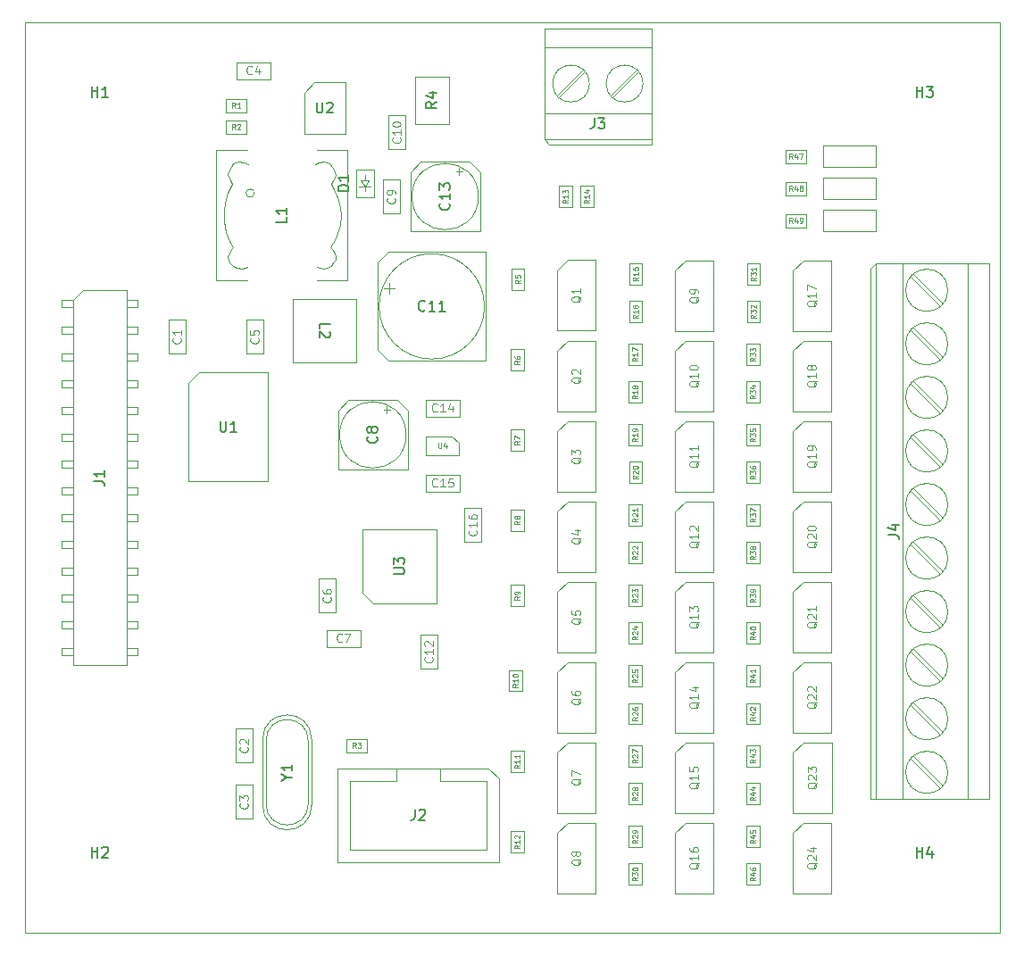
<source format=gbr>
%TF.GenerationSoftware,KiCad,Pcbnew,8.0.0*%
%TF.CreationDate,2024-05-10T19:48:46+02:00*%
%TF.ProjectId,plc_io_module,706c635f-696f-45f6-9d6f-64756c652e6b,1.0.0*%
%TF.SameCoordinates,Original*%
%TF.FileFunction,AssemblyDrawing,Top*%
%FSLAX46Y46*%
G04 Gerber Fmt 4.6, Leading zero omitted, Abs format (unit mm)*
G04 Created by KiCad (PCBNEW 8.0.0) date 2024-05-10 19:48:46*
%MOMM*%
%LPD*%
G01*
G04 APERTURE LIST*
%ADD10C,0.120000*%
%ADD11C,0.150000*%
%ADD12C,0.080000*%
%ADD13C,0.075000*%
%ADD14C,0.100000*%
%TA.AperFunction,Profile*%
%ADD15C,0.050000*%
%TD*%
G04 APERTURE END LIST*
D10*
X141867264Y-104044685D02*
X141905360Y-104082781D01*
X141905360Y-104082781D02*
X141943455Y-104197066D01*
X141943455Y-104197066D02*
X141943455Y-104273257D01*
X141943455Y-104273257D02*
X141905360Y-104387543D01*
X141905360Y-104387543D02*
X141829169Y-104463733D01*
X141829169Y-104463733D02*
X141752979Y-104501828D01*
X141752979Y-104501828D02*
X141600598Y-104539924D01*
X141600598Y-104539924D02*
X141486312Y-104539924D01*
X141486312Y-104539924D02*
X141333931Y-104501828D01*
X141333931Y-104501828D02*
X141257740Y-104463733D01*
X141257740Y-104463733D02*
X141181550Y-104387543D01*
X141181550Y-104387543D02*
X141143455Y-104273257D01*
X141143455Y-104273257D02*
X141143455Y-104197066D01*
X141143455Y-104197066D02*
X141181550Y-104082781D01*
X141181550Y-104082781D02*
X141219645Y-104044685D01*
X141943455Y-103282781D02*
X141943455Y-103739924D01*
X141943455Y-103511352D02*
X141143455Y-103511352D01*
X141143455Y-103511352D02*
X141257740Y-103587543D01*
X141257740Y-103587543D02*
X141333931Y-103663733D01*
X141333931Y-103663733D02*
X141372026Y-103739924D01*
X141143455Y-102597066D02*
X141143455Y-102749447D01*
X141143455Y-102749447D02*
X141181550Y-102825638D01*
X141181550Y-102825638D02*
X141219645Y-102863733D01*
X141219645Y-102863733D02*
X141333931Y-102939923D01*
X141333931Y-102939923D02*
X141486312Y-102978019D01*
X141486312Y-102978019D02*
X141791074Y-102978019D01*
X141791074Y-102978019D02*
X141867264Y-102939923D01*
X141867264Y-102939923D02*
X141905360Y-102901828D01*
X141905360Y-102901828D02*
X141943455Y-102825638D01*
X141943455Y-102825638D02*
X141943455Y-102673257D01*
X141943455Y-102673257D02*
X141905360Y-102597066D01*
X141905360Y-102597066D02*
X141867264Y-102558971D01*
X141867264Y-102558971D02*
X141791074Y-102520876D01*
X141791074Y-102520876D02*
X141600598Y-102520876D01*
X141600598Y-102520876D02*
X141524407Y-102558971D01*
X141524407Y-102558971D02*
X141486312Y-102597066D01*
X141486312Y-102597066D02*
X141448217Y-102673257D01*
X141448217Y-102673257D02*
X141448217Y-102825638D01*
X141448217Y-102825638D02*
X141486312Y-102901828D01*
X141486312Y-102901828D02*
X141524407Y-102939923D01*
X141524407Y-102939923D02*
X141600598Y-102978019D01*
X138169714Y-99855664D02*
X138131618Y-99893760D01*
X138131618Y-99893760D02*
X138017333Y-99931855D01*
X138017333Y-99931855D02*
X137941142Y-99931855D01*
X137941142Y-99931855D02*
X137826856Y-99893760D01*
X137826856Y-99893760D02*
X137750666Y-99817569D01*
X137750666Y-99817569D02*
X137712571Y-99741379D01*
X137712571Y-99741379D02*
X137674475Y-99588998D01*
X137674475Y-99588998D02*
X137674475Y-99474712D01*
X137674475Y-99474712D02*
X137712571Y-99322331D01*
X137712571Y-99322331D02*
X137750666Y-99246140D01*
X137750666Y-99246140D02*
X137826856Y-99169950D01*
X137826856Y-99169950D02*
X137941142Y-99131855D01*
X137941142Y-99131855D02*
X138017333Y-99131855D01*
X138017333Y-99131855D02*
X138131618Y-99169950D01*
X138131618Y-99169950D02*
X138169714Y-99208045D01*
X138931618Y-99931855D02*
X138474475Y-99931855D01*
X138703047Y-99931855D02*
X138703047Y-99131855D01*
X138703047Y-99131855D02*
X138626856Y-99246140D01*
X138626856Y-99246140D02*
X138550666Y-99322331D01*
X138550666Y-99322331D02*
X138474475Y-99360426D01*
X139655428Y-99131855D02*
X139274476Y-99131855D01*
X139274476Y-99131855D02*
X139236380Y-99512807D01*
X139236380Y-99512807D02*
X139274476Y-99474712D01*
X139274476Y-99474712D02*
X139350666Y-99436617D01*
X139350666Y-99436617D02*
X139541142Y-99436617D01*
X139541142Y-99436617D02*
X139617333Y-99474712D01*
X139617333Y-99474712D02*
X139655428Y-99512807D01*
X139655428Y-99512807D02*
X139693523Y-99588998D01*
X139693523Y-99588998D02*
X139693523Y-99779474D01*
X139693523Y-99779474D02*
X139655428Y-99855664D01*
X139655428Y-99855664D02*
X139617333Y-99893760D01*
X139617333Y-99893760D02*
X139541142Y-99931855D01*
X139541142Y-99931855D02*
X139350666Y-99931855D01*
X139350666Y-99931855D02*
X139274476Y-99893760D01*
X139274476Y-99893760D02*
X139236380Y-99855664D01*
D11*
X117602095Y-93688819D02*
X117602095Y-94498342D01*
X117602095Y-94498342D02*
X117649714Y-94593580D01*
X117649714Y-94593580D02*
X117697333Y-94641200D01*
X117697333Y-94641200D02*
X117792571Y-94688819D01*
X117792571Y-94688819D02*
X117983047Y-94688819D01*
X117983047Y-94688819D02*
X118078285Y-94641200D01*
X118078285Y-94641200D02*
X118125904Y-94593580D01*
X118125904Y-94593580D02*
X118173523Y-94498342D01*
X118173523Y-94498342D02*
X118173523Y-93688819D01*
X119173523Y-94688819D02*
X118602095Y-94688819D01*
X118887809Y-94688819D02*
X118887809Y-93688819D01*
X118887809Y-93688819D02*
X118792571Y-93831676D01*
X118792571Y-93831676D02*
X118697333Y-93926914D01*
X118697333Y-93926914D02*
X118602095Y-93974533D01*
D10*
X163000045Y-97485142D02*
X162961950Y-97561332D01*
X162961950Y-97561332D02*
X162885760Y-97637523D01*
X162885760Y-97637523D02*
X162771474Y-97751809D01*
X162771474Y-97751809D02*
X162733379Y-97827999D01*
X162733379Y-97827999D02*
X162733379Y-97904190D01*
X162923855Y-97866094D02*
X162885760Y-97942285D01*
X162885760Y-97942285D02*
X162809569Y-98018475D01*
X162809569Y-98018475D02*
X162657188Y-98056571D01*
X162657188Y-98056571D02*
X162390521Y-98056571D01*
X162390521Y-98056571D02*
X162238140Y-98018475D01*
X162238140Y-98018475D02*
X162161950Y-97942285D01*
X162161950Y-97942285D02*
X162123855Y-97866094D01*
X162123855Y-97866094D02*
X162123855Y-97713713D01*
X162123855Y-97713713D02*
X162161950Y-97637523D01*
X162161950Y-97637523D02*
X162238140Y-97561332D01*
X162238140Y-97561332D02*
X162390521Y-97523237D01*
X162390521Y-97523237D02*
X162657188Y-97523237D01*
X162657188Y-97523237D02*
X162809569Y-97561332D01*
X162809569Y-97561332D02*
X162885760Y-97637523D01*
X162885760Y-97637523D02*
X162923855Y-97713713D01*
X162923855Y-97713713D02*
X162923855Y-97866094D01*
X162923855Y-96761333D02*
X162923855Y-97218476D01*
X162923855Y-96989904D02*
X162123855Y-96989904D01*
X162123855Y-96989904D02*
X162238140Y-97066095D01*
X162238140Y-97066095D02*
X162314331Y-97142285D01*
X162314331Y-97142285D02*
X162352426Y-97218476D01*
X162923855Y-95999428D02*
X162923855Y-96456571D01*
X162923855Y-96227999D02*
X162123855Y-96227999D01*
X162123855Y-96227999D02*
X162238140Y-96304190D01*
X162238140Y-96304190D02*
X162314331Y-96380380D01*
X162314331Y-96380380D02*
X162352426Y-96456571D01*
X151824045Y-81826690D02*
X151785950Y-81902880D01*
X151785950Y-81902880D02*
X151709760Y-81979071D01*
X151709760Y-81979071D02*
X151595474Y-82093357D01*
X151595474Y-82093357D02*
X151557379Y-82169547D01*
X151557379Y-82169547D02*
X151557379Y-82245738D01*
X151747855Y-82207642D02*
X151709760Y-82283833D01*
X151709760Y-82283833D02*
X151633569Y-82360023D01*
X151633569Y-82360023D02*
X151481188Y-82398119D01*
X151481188Y-82398119D02*
X151214521Y-82398119D01*
X151214521Y-82398119D02*
X151062140Y-82360023D01*
X151062140Y-82360023D02*
X150985950Y-82283833D01*
X150985950Y-82283833D02*
X150947855Y-82207642D01*
X150947855Y-82207642D02*
X150947855Y-82055261D01*
X150947855Y-82055261D02*
X150985950Y-81979071D01*
X150985950Y-81979071D02*
X151062140Y-81902880D01*
X151062140Y-81902880D02*
X151214521Y-81864785D01*
X151214521Y-81864785D02*
X151481188Y-81864785D01*
X151481188Y-81864785D02*
X151633569Y-81902880D01*
X151633569Y-81902880D02*
X151709760Y-81979071D01*
X151709760Y-81979071D02*
X151747855Y-82055261D01*
X151747855Y-82055261D02*
X151747855Y-82207642D01*
X151747855Y-81102881D02*
X151747855Y-81560024D01*
X151747855Y-81331452D02*
X150947855Y-81331452D01*
X150947855Y-81331452D02*
X151062140Y-81407643D01*
X151062140Y-81407643D02*
X151138331Y-81483833D01*
X151138331Y-81483833D02*
X151176426Y-81560024D01*
D12*
X157199149Y-114113428D02*
X156961054Y-114280094D01*
X157199149Y-114399142D02*
X156699149Y-114399142D01*
X156699149Y-114399142D02*
X156699149Y-114208666D01*
X156699149Y-114208666D02*
X156722959Y-114161047D01*
X156722959Y-114161047D02*
X156746768Y-114137237D01*
X156746768Y-114137237D02*
X156794387Y-114113428D01*
X156794387Y-114113428D02*
X156865816Y-114113428D01*
X156865816Y-114113428D02*
X156913435Y-114137237D01*
X156913435Y-114137237D02*
X156937244Y-114161047D01*
X156937244Y-114161047D02*
X156961054Y-114208666D01*
X156961054Y-114208666D02*
X156961054Y-114399142D01*
X156746768Y-113922951D02*
X156722959Y-113899142D01*
X156722959Y-113899142D02*
X156699149Y-113851523D01*
X156699149Y-113851523D02*
X156699149Y-113732475D01*
X156699149Y-113732475D02*
X156722959Y-113684856D01*
X156722959Y-113684856D02*
X156746768Y-113661047D01*
X156746768Y-113661047D02*
X156794387Y-113637237D01*
X156794387Y-113637237D02*
X156842006Y-113637237D01*
X156842006Y-113637237D02*
X156913435Y-113661047D01*
X156913435Y-113661047D02*
X157199149Y-113946761D01*
X157199149Y-113946761D02*
X157199149Y-113637237D01*
X156865816Y-113208666D02*
X157199149Y-113208666D01*
X156675340Y-113327714D02*
X157032482Y-113446761D01*
X157032482Y-113446761D02*
X157032482Y-113137238D01*
D10*
X174176045Y-112725142D02*
X174137950Y-112801332D01*
X174137950Y-112801332D02*
X174061760Y-112877523D01*
X174061760Y-112877523D02*
X173947474Y-112991809D01*
X173947474Y-112991809D02*
X173909379Y-113067999D01*
X173909379Y-113067999D02*
X173909379Y-113144190D01*
X174099855Y-113106094D02*
X174061760Y-113182285D01*
X174061760Y-113182285D02*
X173985569Y-113258475D01*
X173985569Y-113258475D02*
X173833188Y-113296571D01*
X173833188Y-113296571D02*
X173566521Y-113296571D01*
X173566521Y-113296571D02*
X173414140Y-113258475D01*
X173414140Y-113258475D02*
X173337950Y-113182285D01*
X173337950Y-113182285D02*
X173299855Y-113106094D01*
X173299855Y-113106094D02*
X173299855Y-112953713D01*
X173299855Y-112953713D02*
X173337950Y-112877523D01*
X173337950Y-112877523D02*
X173414140Y-112801332D01*
X173414140Y-112801332D02*
X173566521Y-112763237D01*
X173566521Y-112763237D02*
X173833188Y-112763237D01*
X173833188Y-112763237D02*
X173985569Y-112801332D01*
X173985569Y-112801332D02*
X174061760Y-112877523D01*
X174061760Y-112877523D02*
X174099855Y-112953713D01*
X174099855Y-112953713D02*
X174099855Y-113106094D01*
X173376045Y-112458476D02*
X173337950Y-112420380D01*
X173337950Y-112420380D02*
X173299855Y-112344190D01*
X173299855Y-112344190D02*
X173299855Y-112153714D01*
X173299855Y-112153714D02*
X173337950Y-112077523D01*
X173337950Y-112077523D02*
X173376045Y-112039428D01*
X173376045Y-112039428D02*
X173452236Y-112001333D01*
X173452236Y-112001333D02*
X173528426Y-112001333D01*
X173528426Y-112001333D02*
X173642712Y-112039428D01*
X173642712Y-112039428D02*
X174099855Y-112496571D01*
X174099855Y-112496571D02*
X174099855Y-112001333D01*
X174099855Y-111239428D02*
X174099855Y-111696571D01*
X174099855Y-111467999D02*
X173299855Y-111467999D01*
X173299855Y-111467999D02*
X173414140Y-111544190D01*
X173414140Y-111544190D02*
X173490331Y-111620380D01*
X173490331Y-111620380D02*
X173528426Y-111696571D01*
X120618267Y-60739664D02*
X120580171Y-60777760D01*
X120580171Y-60777760D02*
X120465886Y-60815855D01*
X120465886Y-60815855D02*
X120389695Y-60815855D01*
X120389695Y-60815855D02*
X120275409Y-60777760D01*
X120275409Y-60777760D02*
X120199219Y-60701569D01*
X120199219Y-60701569D02*
X120161124Y-60625379D01*
X120161124Y-60625379D02*
X120123028Y-60472998D01*
X120123028Y-60472998D02*
X120123028Y-60358712D01*
X120123028Y-60358712D02*
X120161124Y-60206331D01*
X120161124Y-60206331D02*
X120199219Y-60130140D01*
X120199219Y-60130140D02*
X120275409Y-60053950D01*
X120275409Y-60053950D02*
X120389695Y-60015855D01*
X120389695Y-60015855D02*
X120465886Y-60015855D01*
X120465886Y-60015855D02*
X120580171Y-60053950D01*
X120580171Y-60053950D02*
X120618267Y-60092045D01*
X121303981Y-60282521D02*
X121303981Y-60815855D01*
X121113505Y-59977760D02*
X120923028Y-60549188D01*
X120923028Y-60549188D02*
X121418267Y-60549188D01*
D12*
X157199149Y-133417428D02*
X156961054Y-133584094D01*
X157199149Y-133703142D02*
X156699149Y-133703142D01*
X156699149Y-133703142D02*
X156699149Y-133512666D01*
X156699149Y-133512666D02*
X156722959Y-133465047D01*
X156722959Y-133465047D02*
X156746768Y-133441237D01*
X156746768Y-133441237D02*
X156794387Y-133417428D01*
X156794387Y-133417428D02*
X156865816Y-133417428D01*
X156865816Y-133417428D02*
X156913435Y-133441237D01*
X156913435Y-133441237D02*
X156937244Y-133465047D01*
X156937244Y-133465047D02*
X156961054Y-133512666D01*
X156961054Y-133512666D02*
X156961054Y-133703142D01*
X156746768Y-133226951D02*
X156722959Y-133203142D01*
X156722959Y-133203142D02*
X156699149Y-133155523D01*
X156699149Y-133155523D02*
X156699149Y-133036475D01*
X156699149Y-133036475D02*
X156722959Y-132988856D01*
X156722959Y-132988856D02*
X156746768Y-132965047D01*
X156746768Y-132965047D02*
X156794387Y-132941237D01*
X156794387Y-132941237D02*
X156842006Y-132941237D01*
X156842006Y-132941237D02*
X156913435Y-132965047D01*
X156913435Y-132965047D02*
X157199149Y-133250761D01*
X157199149Y-133250761D02*
X157199149Y-132941237D01*
X157199149Y-132703142D02*
X157199149Y-132607904D01*
X157199149Y-132607904D02*
X157175340Y-132560285D01*
X157175340Y-132560285D02*
X157151530Y-132536476D01*
X157151530Y-132536476D02*
X157080101Y-132488857D01*
X157080101Y-132488857D02*
X156984863Y-132465047D01*
X156984863Y-132465047D02*
X156794387Y-132465047D01*
X156794387Y-132465047D02*
X156746768Y-132488857D01*
X156746768Y-132488857D02*
X156722959Y-132512666D01*
X156722959Y-132512666D02*
X156699149Y-132560285D01*
X156699149Y-132560285D02*
X156699149Y-132655523D01*
X156699149Y-132655523D02*
X156722959Y-132703142D01*
X156722959Y-132703142D02*
X156746768Y-132726952D01*
X156746768Y-132726952D02*
X156794387Y-132750761D01*
X156794387Y-132750761D02*
X156913435Y-132750761D01*
X156913435Y-132750761D02*
X156961054Y-132726952D01*
X156961054Y-132726952D02*
X156984863Y-132703142D01*
X156984863Y-132703142D02*
X157008673Y-132655523D01*
X157008673Y-132655523D02*
X157008673Y-132560285D01*
X157008673Y-132560285D02*
X156984863Y-132512666D01*
X156984863Y-132512666D02*
X156961054Y-132488857D01*
X156961054Y-132488857D02*
X156913435Y-132465047D01*
X157199149Y-129353428D02*
X156961054Y-129520094D01*
X157199149Y-129639142D02*
X156699149Y-129639142D01*
X156699149Y-129639142D02*
X156699149Y-129448666D01*
X156699149Y-129448666D02*
X156722959Y-129401047D01*
X156722959Y-129401047D02*
X156746768Y-129377237D01*
X156746768Y-129377237D02*
X156794387Y-129353428D01*
X156794387Y-129353428D02*
X156865816Y-129353428D01*
X156865816Y-129353428D02*
X156913435Y-129377237D01*
X156913435Y-129377237D02*
X156937244Y-129401047D01*
X156937244Y-129401047D02*
X156961054Y-129448666D01*
X156961054Y-129448666D02*
X156961054Y-129639142D01*
X156746768Y-129162951D02*
X156722959Y-129139142D01*
X156722959Y-129139142D02*
X156699149Y-129091523D01*
X156699149Y-129091523D02*
X156699149Y-128972475D01*
X156699149Y-128972475D02*
X156722959Y-128924856D01*
X156722959Y-128924856D02*
X156746768Y-128901047D01*
X156746768Y-128901047D02*
X156794387Y-128877237D01*
X156794387Y-128877237D02*
X156842006Y-128877237D01*
X156842006Y-128877237D02*
X156913435Y-128901047D01*
X156913435Y-128901047D02*
X157199149Y-129186761D01*
X157199149Y-129186761D02*
X157199149Y-128877237D01*
X156913435Y-128591523D02*
X156889625Y-128639142D01*
X156889625Y-128639142D02*
X156865816Y-128662952D01*
X156865816Y-128662952D02*
X156818197Y-128686761D01*
X156818197Y-128686761D02*
X156794387Y-128686761D01*
X156794387Y-128686761D02*
X156746768Y-128662952D01*
X156746768Y-128662952D02*
X156722959Y-128639142D01*
X156722959Y-128639142D02*
X156699149Y-128591523D01*
X156699149Y-128591523D02*
X156699149Y-128496285D01*
X156699149Y-128496285D02*
X156722959Y-128448666D01*
X156722959Y-128448666D02*
X156746768Y-128424857D01*
X156746768Y-128424857D02*
X156794387Y-128401047D01*
X156794387Y-128401047D02*
X156818197Y-128401047D01*
X156818197Y-128401047D02*
X156865816Y-128424857D01*
X156865816Y-128424857D02*
X156889625Y-128448666D01*
X156889625Y-128448666D02*
X156913435Y-128496285D01*
X156913435Y-128496285D02*
X156913435Y-128591523D01*
X156913435Y-128591523D02*
X156937244Y-128639142D01*
X156937244Y-128639142D02*
X156961054Y-128662952D01*
X156961054Y-128662952D02*
X157008673Y-128686761D01*
X157008673Y-128686761D02*
X157103911Y-128686761D01*
X157103911Y-128686761D02*
X157151530Y-128662952D01*
X157151530Y-128662952D02*
X157175340Y-128639142D01*
X157175340Y-128639142D02*
X157199149Y-128591523D01*
X157199149Y-128591523D02*
X157199149Y-128496285D01*
X157199149Y-128496285D02*
X157175340Y-128448666D01*
X157175340Y-128448666D02*
X157151530Y-128424857D01*
X157151530Y-128424857D02*
X157103911Y-128401047D01*
X157103911Y-128401047D02*
X157008673Y-128401047D01*
X157008673Y-128401047D02*
X156961054Y-128424857D01*
X156961054Y-128424857D02*
X156937244Y-128448666D01*
X156937244Y-128448666D02*
X156913435Y-128496285D01*
D11*
X105626819Y-99393333D02*
X106341104Y-99393333D01*
X106341104Y-99393333D02*
X106483961Y-99440952D01*
X106483961Y-99440952D02*
X106579200Y-99536190D01*
X106579200Y-99536190D02*
X106626819Y-99679047D01*
X106626819Y-99679047D02*
X106626819Y-99774285D01*
X106626819Y-98393333D02*
X106626819Y-98964761D01*
X106626819Y-98679047D02*
X105626819Y-98679047D01*
X105626819Y-98679047D02*
X105769676Y-98774285D01*
X105769676Y-98774285D02*
X105864914Y-98869523D01*
X105864914Y-98869523D02*
X105912533Y-98964761D01*
D10*
X128049664Y-110369332D02*
X128087760Y-110407428D01*
X128087760Y-110407428D02*
X128125855Y-110521713D01*
X128125855Y-110521713D02*
X128125855Y-110597904D01*
X128125855Y-110597904D02*
X128087760Y-110712190D01*
X128087760Y-110712190D02*
X128011569Y-110788380D01*
X128011569Y-110788380D02*
X127935379Y-110826475D01*
X127935379Y-110826475D02*
X127782998Y-110864571D01*
X127782998Y-110864571D02*
X127668712Y-110864571D01*
X127668712Y-110864571D02*
X127516331Y-110826475D01*
X127516331Y-110826475D02*
X127440140Y-110788380D01*
X127440140Y-110788380D02*
X127363950Y-110712190D01*
X127363950Y-110712190D02*
X127325855Y-110597904D01*
X127325855Y-110597904D02*
X127325855Y-110521713D01*
X127325855Y-110521713D02*
X127363950Y-110407428D01*
X127363950Y-110407428D02*
X127402045Y-110369332D01*
X127325855Y-109683618D02*
X127325855Y-109835999D01*
X127325855Y-109835999D02*
X127363950Y-109912190D01*
X127363950Y-109912190D02*
X127402045Y-109950285D01*
X127402045Y-109950285D02*
X127516331Y-110026475D01*
X127516331Y-110026475D02*
X127668712Y-110064571D01*
X127668712Y-110064571D02*
X127973474Y-110064571D01*
X127973474Y-110064571D02*
X128049664Y-110026475D01*
X128049664Y-110026475D02*
X128087760Y-109988380D01*
X128087760Y-109988380D02*
X128125855Y-109912190D01*
X128125855Y-109912190D02*
X128125855Y-109759809D01*
X128125855Y-109759809D02*
X128087760Y-109683618D01*
X128087760Y-109683618D02*
X128049664Y-109645523D01*
X128049664Y-109645523D02*
X127973474Y-109607428D01*
X127973474Y-109607428D02*
X127782998Y-109607428D01*
X127782998Y-109607428D02*
X127706807Y-109645523D01*
X127706807Y-109645523D02*
X127668712Y-109683618D01*
X127668712Y-109683618D02*
X127630617Y-109759809D01*
X127630617Y-109759809D02*
X127630617Y-109912190D01*
X127630617Y-109912190D02*
X127668712Y-109988380D01*
X127668712Y-109988380D02*
X127706807Y-110026475D01*
X127706807Y-110026475D02*
X127782998Y-110064571D01*
D12*
X130472666Y-124687149D02*
X130306000Y-124449054D01*
X130186952Y-124687149D02*
X130186952Y-124187149D01*
X130186952Y-124187149D02*
X130377428Y-124187149D01*
X130377428Y-124187149D02*
X130425047Y-124210959D01*
X130425047Y-124210959D02*
X130448857Y-124234768D01*
X130448857Y-124234768D02*
X130472666Y-124282387D01*
X130472666Y-124282387D02*
X130472666Y-124353816D01*
X130472666Y-124353816D02*
X130448857Y-124401435D01*
X130448857Y-124401435D02*
X130425047Y-124425244D01*
X130425047Y-124425244D02*
X130377428Y-124449054D01*
X130377428Y-124449054D02*
X130186952Y-124449054D01*
X130639333Y-124187149D02*
X130948857Y-124187149D01*
X130948857Y-124187149D02*
X130782190Y-124377625D01*
X130782190Y-124377625D02*
X130853619Y-124377625D01*
X130853619Y-124377625D02*
X130901238Y-124401435D01*
X130901238Y-124401435D02*
X130925047Y-124425244D01*
X130925047Y-124425244D02*
X130948857Y-124472863D01*
X130948857Y-124472863D02*
X130948857Y-124591911D01*
X130948857Y-124591911D02*
X130925047Y-124639530D01*
X130925047Y-124639530D02*
X130901238Y-124663340D01*
X130901238Y-124663340D02*
X130853619Y-124687149D01*
X130853619Y-124687149D02*
X130710762Y-124687149D01*
X130710762Y-124687149D02*
X130663143Y-124663340D01*
X130663143Y-124663340D02*
X130639333Y-124639530D01*
X150595149Y-72711428D02*
X150357054Y-72878094D01*
X150595149Y-72997142D02*
X150095149Y-72997142D01*
X150095149Y-72997142D02*
X150095149Y-72806666D01*
X150095149Y-72806666D02*
X150118959Y-72759047D01*
X150118959Y-72759047D02*
X150142768Y-72735237D01*
X150142768Y-72735237D02*
X150190387Y-72711428D01*
X150190387Y-72711428D02*
X150261816Y-72711428D01*
X150261816Y-72711428D02*
X150309435Y-72735237D01*
X150309435Y-72735237D02*
X150333244Y-72759047D01*
X150333244Y-72759047D02*
X150357054Y-72806666D01*
X150357054Y-72806666D02*
X150357054Y-72997142D01*
X150595149Y-72235237D02*
X150595149Y-72520951D01*
X150595149Y-72378094D02*
X150095149Y-72378094D01*
X150095149Y-72378094D02*
X150166578Y-72425713D01*
X150166578Y-72425713D02*
X150214197Y-72473332D01*
X150214197Y-72473332D02*
X150238006Y-72520951D01*
X150095149Y-72068571D02*
X150095149Y-71759047D01*
X150095149Y-71759047D02*
X150285625Y-71925714D01*
X150285625Y-71925714D02*
X150285625Y-71854285D01*
X150285625Y-71854285D02*
X150309435Y-71806666D01*
X150309435Y-71806666D02*
X150333244Y-71782857D01*
X150333244Y-71782857D02*
X150380863Y-71759047D01*
X150380863Y-71759047D02*
X150499911Y-71759047D01*
X150499911Y-71759047D02*
X150547530Y-71782857D01*
X150547530Y-71782857D02*
X150571340Y-71806666D01*
X150571340Y-71806666D02*
X150595149Y-71854285D01*
X150595149Y-71854285D02*
X150595149Y-71997142D01*
X150595149Y-71997142D02*
X150571340Y-72044761D01*
X150571340Y-72044761D02*
X150547530Y-72068571D01*
D10*
X151824045Y-127584190D02*
X151785950Y-127660380D01*
X151785950Y-127660380D02*
X151709760Y-127736571D01*
X151709760Y-127736571D02*
X151595474Y-127850857D01*
X151595474Y-127850857D02*
X151557379Y-127927047D01*
X151557379Y-127927047D02*
X151557379Y-128003238D01*
X151747855Y-127965142D02*
X151709760Y-128041333D01*
X151709760Y-128041333D02*
X151633569Y-128117523D01*
X151633569Y-128117523D02*
X151481188Y-128155619D01*
X151481188Y-128155619D02*
X151214521Y-128155619D01*
X151214521Y-128155619D02*
X151062140Y-128117523D01*
X151062140Y-128117523D02*
X150985950Y-128041333D01*
X150985950Y-128041333D02*
X150947855Y-127965142D01*
X150947855Y-127965142D02*
X150947855Y-127812761D01*
X150947855Y-127812761D02*
X150985950Y-127736571D01*
X150985950Y-127736571D02*
X151062140Y-127660380D01*
X151062140Y-127660380D02*
X151214521Y-127622285D01*
X151214521Y-127622285D02*
X151481188Y-127622285D01*
X151481188Y-127622285D02*
X151633569Y-127660380D01*
X151633569Y-127660380D02*
X151709760Y-127736571D01*
X151709760Y-127736571D02*
X151747855Y-127812761D01*
X151747855Y-127812761D02*
X151747855Y-127965142D01*
X150947855Y-127355619D02*
X150947855Y-126822285D01*
X150947855Y-126822285D02*
X151747855Y-127165143D01*
D11*
X105410095Y-62938819D02*
X105410095Y-61938819D01*
X105410095Y-62415009D02*
X105981523Y-62415009D01*
X105981523Y-62938819D02*
X105981523Y-61938819D01*
X106981523Y-62938819D02*
X106410095Y-62938819D01*
X106695809Y-62938819D02*
X106695809Y-61938819D01*
X106695809Y-61938819D02*
X106600571Y-62081676D01*
X106600571Y-62081676D02*
X106505333Y-62176914D01*
X106505333Y-62176914D02*
X106410095Y-62224533D01*
X136064666Y-130518819D02*
X136064666Y-131233104D01*
X136064666Y-131233104D02*
X136017047Y-131375961D01*
X136017047Y-131375961D02*
X135921809Y-131471200D01*
X135921809Y-131471200D02*
X135778952Y-131518819D01*
X135778952Y-131518819D02*
X135683714Y-131518819D01*
X136493238Y-130614057D02*
X136540857Y-130566438D01*
X136540857Y-130566438D02*
X136636095Y-130518819D01*
X136636095Y-130518819D02*
X136874190Y-130518819D01*
X136874190Y-130518819D02*
X136969428Y-130566438D01*
X136969428Y-130566438D02*
X137017047Y-130614057D01*
X137017047Y-130614057D02*
X137064666Y-130709295D01*
X137064666Y-130709295D02*
X137064666Y-130804533D01*
X137064666Y-130804533D02*
X137017047Y-130947390D01*
X137017047Y-130947390D02*
X136445619Y-131518819D01*
X136445619Y-131518819D02*
X137064666Y-131518819D01*
D10*
X174176045Y-89865142D02*
X174137950Y-89941332D01*
X174137950Y-89941332D02*
X174061760Y-90017523D01*
X174061760Y-90017523D02*
X173947474Y-90131809D01*
X173947474Y-90131809D02*
X173909379Y-90207999D01*
X173909379Y-90207999D02*
X173909379Y-90284190D01*
X174099855Y-90246094D02*
X174061760Y-90322285D01*
X174061760Y-90322285D02*
X173985569Y-90398475D01*
X173985569Y-90398475D02*
X173833188Y-90436571D01*
X173833188Y-90436571D02*
X173566521Y-90436571D01*
X173566521Y-90436571D02*
X173414140Y-90398475D01*
X173414140Y-90398475D02*
X173337950Y-90322285D01*
X173337950Y-90322285D02*
X173299855Y-90246094D01*
X173299855Y-90246094D02*
X173299855Y-90093713D01*
X173299855Y-90093713D02*
X173337950Y-90017523D01*
X173337950Y-90017523D02*
X173414140Y-89941332D01*
X173414140Y-89941332D02*
X173566521Y-89903237D01*
X173566521Y-89903237D02*
X173833188Y-89903237D01*
X173833188Y-89903237D02*
X173985569Y-89941332D01*
X173985569Y-89941332D02*
X174061760Y-90017523D01*
X174061760Y-90017523D02*
X174099855Y-90093713D01*
X174099855Y-90093713D02*
X174099855Y-90246094D01*
X174099855Y-89141333D02*
X174099855Y-89598476D01*
X174099855Y-89369904D02*
X173299855Y-89369904D01*
X173299855Y-89369904D02*
X173414140Y-89446095D01*
X173414140Y-89446095D02*
X173490331Y-89522285D01*
X173490331Y-89522285D02*
X173528426Y-89598476D01*
X173642712Y-88684190D02*
X173604617Y-88760380D01*
X173604617Y-88760380D02*
X173566521Y-88798475D01*
X173566521Y-88798475D02*
X173490331Y-88836571D01*
X173490331Y-88836571D02*
X173452236Y-88836571D01*
X173452236Y-88836571D02*
X173376045Y-88798475D01*
X173376045Y-88798475D02*
X173337950Y-88760380D01*
X173337950Y-88760380D02*
X173299855Y-88684190D01*
X173299855Y-88684190D02*
X173299855Y-88531809D01*
X173299855Y-88531809D02*
X173337950Y-88455618D01*
X173337950Y-88455618D02*
X173376045Y-88417523D01*
X173376045Y-88417523D02*
X173452236Y-88379428D01*
X173452236Y-88379428D02*
X173490331Y-88379428D01*
X173490331Y-88379428D02*
X173566521Y-88417523D01*
X173566521Y-88417523D02*
X173604617Y-88455618D01*
X173604617Y-88455618D02*
X173642712Y-88531809D01*
X173642712Y-88531809D02*
X173642712Y-88684190D01*
X173642712Y-88684190D02*
X173680807Y-88760380D01*
X173680807Y-88760380D02*
X173718902Y-88798475D01*
X173718902Y-88798475D02*
X173795093Y-88836571D01*
X173795093Y-88836571D02*
X173947474Y-88836571D01*
X173947474Y-88836571D02*
X174023664Y-88798475D01*
X174023664Y-88798475D02*
X174061760Y-88760380D01*
X174061760Y-88760380D02*
X174099855Y-88684190D01*
X174099855Y-88684190D02*
X174099855Y-88531809D01*
X174099855Y-88531809D02*
X174061760Y-88455618D01*
X174061760Y-88455618D02*
X174023664Y-88417523D01*
X174023664Y-88417523D02*
X173947474Y-88379428D01*
X173947474Y-88379428D02*
X173795093Y-88379428D01*
X173795093Y-88379428D02*
X173718902Y-88417523D01*
X173718902Y-88417523D02*
X173680807Y-88455618D01*
X173680807Y-88455618D02*
X173642712Y-88531809D01*
X151824045Y-135204190D02*
X151785950Y-135280380D01*
X151785950Y-135280380D02*
X151709760Y-135356571D01*
X151709760Y-135356571D02*
X151595474Y-135470857D01*
X151595474Y-135470857D02*
X151557379Y-135547047D01*
X151557379Y-135547047D02*
X151557379Y-135623238D01*
X151747855Y-135585142D02*
X151709760Y-135661333D01*
X151709760Y-135661333D02*
X151633569Y-135737523D01*
X151633569Y-135737523D02*
X151481188Y-135775619D01*
X151481188Y-135775619D02*
X151214521Y-135775619D01*
X151214521Y-135775619D02*
X151062140Y-135737523D01*
X151062140Y-135737523D02*
X150985950Y-135661333D01*
X150985950Y-135661333D02*
X150947855Y-135585142D01*
X150947855Y-135585142D02*
X150947855Y-135432761D01*
X150947855Y-135432761D02*
X150985950Y-135356571D01*
X150985950Y-135356571D02*
X151062140Y-135280380D01*
X151062140Y-135280380D02*
X151214521Y-135242285D01*
X151214521Y-135242285D02*
X151481188Y-135242285D01*
X151481188Y-135242285D02*
X151633569Y-135280380D01*
X151633569Y-135280380D02*
X151709760Y-135356571D01*
X151709760Y-135356571D02*
X151747855Y-135432761D01*
X151747855Y-135432761D02*
X151747855Y-135585142D01*
X151290712Y-134785143D02*
X151252617Y-134861333D01*
X151252617Y-134861333D02*
X151214521Y-134899428D01*
X151214521Y-134899428D02*
X151138331Y-134937524D01*
X151138331Y-134937524D02*
X151100236Y-134937524D01*
X151100236Y-134937524D02*
X151024045Y-134899428D01*
X151024045Y-134899428D02*
X150985950Y-134861333D01*
X150985950Y-134861333D02*
X150947855Y-134785143D01*
X150947855Y-134785143D02*
X150947855Y-134632762D01*
X150947855Y-134632762D02*
X150985950Y-134556571D01*
X150985950Y-134556571D02*
X151024045Y-134518476D01*
X151024045Y-134518476D02*
X151100236Y-134480381D01*
X151100236Y-134480381D02*
X151138331Y-134480381D01*
X151138331Y-134480381D02*
X151214521Y-134518476D01*
X151214521Y-134518476D02*
X151252617Y-134556571D01*
X151252617Y-134556571D02*
X151290712Y-134632762D01*
X151290712Y-134632762D02*
X151290712Y-134785143D01*
X151290712Y-134785143D02*
X151328807Y-134861333D01*
X151328807Y-134861333D02*
X151366902Y-134899428D01*
X151366902Y-134899428D02*
X151443093Y-134937524D01*
X151443093Y-134937524D02*
X151595474Y-134937524D01*
X151595474Y-134937524D02*
X151671664Y-134899428D01*
X151671664Y-134899428D02*
X151709760Y-134861333D01*
X151709760Y-134861333D02*
X151747855Y-134785143D01*
X151747855Y-134785143D02*
X151747855Y-134632762D01*
X151747855Y-134632762D02*
X151709760Y-134556571D01*
X151709760Y-134556571D02*
X151671664Y-134518476D01*
X151671664Y-134518476D02*
X151595474Y-134480381D01*
X151595474Y-134480381D02*
X151443093Y-134480381D01*
X151443093Y-134480381D02*
X151366902Y-134518476D01*
X151366902Y-134518476D02*
X151328807Y-134556571D01*
X151328807Y-134556571D02*
X151290712Y-134632762D01*
D12*
X171890571Y-71855149D02*
X171723905Y-71617054D01*
X171604857Y-71855149D02*
X171604857Y-71355149D01*
X171604857Y-71355149D02*
X171795333Y-71355149D01*
X171795333Y-71355149D02*
X171842952Y-71378959D01*
X171842952Y-71378959D02*
X171866762Y-71402768D01*
X171866762Y-71402768D02*
X171890571Y-71450387D01*
X171890571Y-71450387D02*
X171890571Y-71521816D01*
X171890571Y-71521816D02*
X171866762Y-71569435D01*
X171866762Y-71569435D02*
X171842952Y-71593244D01*
X171842952Y-71593244D02*
X171795333Y-71617054D01*
X171795333Y-71617054D02*
X171604857Y-71617054D01*
X172319143Y-71521816D02*
X172319143Y-71855149D01*
X172200095Y-71331340D02*
X172081048Y-71688482D01*
X172081048Y-71688482D02*
X172390571Y-71688482D01*
X172652476Y-71569435D02*
X172604857Y-71545625D01*
X172604857Y-71545625D02*
X172581047Y-71521816D01*
X172581047Y-71521816D02*
X172557238Y-71474197D01*
X172557238Y-71474197D02*
X172557238Y-71450387D01*
X172557238Y-71450387D02*
X172581047Y-71402768D01*
X172581047Y-71402768D02*
X172604857Y-71378959D01*
X172604857Y-71378959D02*
X172652476Y-71355149D01*
X172652476Y-71355149D02*
X172747714Y-71355149D01*
X172747714Y-71355149D02*
X172795333Y-71378959D01*
X172795333Y-71378959D02*
X172819142Y-71402768D01*
X172819142Y-71402768D02*
X172842952Y-71450387D01*
X172842952Y-71450387D02*
X172842952Y-71474197D01*
X172842952Y-71474197D02*
X172819142Y-71521816D01*
X172819142Y-71521816D02*
X172795333Y-71545625D01*
X172795333Y-71545625D02*
X172747714Y-71569435D01*
X172747714Y-71569435D02*
X172652476Y-71569435D01*
X172652476Y-71569435D02*
X172604857Y-71593244D01*
X172604857Y-71593244D02*
X172581047Y-71617054D01*
X172581047Y-71617054D02*
X172557238Y-71664673D01*
X172557238Y-71664673D02*
X172557238Y-71759911D01*
X172557238Y-71759911D02*
X172581047Y-71807530D01*
X172581047Y-71807530D02*
X172604857Y-71831340D01*
X172604857Y-71831340D02*
X172652476Y-71855149D01*
X172652476Y-71855149D02*
X172747714Y-71855149D01*
X172747714Y-71855149D02*
X172795333Y-71831340D01*
X172795333Y-71831340D02*
X172819142Y-71807530D01*
X172819142Y-71807530D02*
X172842952Y-71759911D01*
X172842952Y-71759911D02*
X172842952Y-71664673D01*
X172842952Y-71664673D02*
X172819142Y-71617054D01*
X172819142Y-71617054D02*
X172795333Y-71593244D01*
X172795333Y-71593244D02*
X172747714Y-71569435D01*
D10*
X163000045Y-120345142D02*
X162961950Y-120421332D01*
X162961950Y-120421332D02*
X162885760Y-120497523D01*
X162885760Y-120497523D02*
X162771474Y-120611809D01*
X162771474Y-120611809D02*
X162733379Y-120687999D01*
X162733379Y-120687999D02*
X162733379Y-120764190D01*
X162923855Y-120726094D02*
X162885760Y-120802285D01*
X162885760Y-120802285D02*
X162809569Y-120878475D01*
X162809569Y-120878475D02*
X162657188Y-120916571D01*
X162657188Y-120916571D02*
X162390521Y-120916571D01*
X162390521Y-120916571D02*
X162238140Y-120878475D01*
X162238140Y-120878475D02*
X162161950Y-120802285D01*
X162161950Y-120802285D02*
X162123855Y-120726094D01*
X162123855Y-120726094D02*
X162123855Y-120573713D01*
X162123855Y-120573713D02*
X162161950Y-120497523D01*
X162161950Y-120497523D02*
X162238140Y-120421332D01*
X162238140Y-120421332D02*
X162390521Y-120383237D01*
X162390521Y-120383237D02*
X162657188Y-120383237D01*
X162657188Y-120383237D02*
X162809569Y-120421332D01*
X162809569Y-120421332D02*
X162885760Y-120497523D01*
X162885760Y-120497523D02*
X162923855Y-120573713D01*
X162923855Y-120573713D02*
X162923855Y-120726094D01*
X162923855Y-119621333D02*
X162923855Y-120078476D01*
X162923855Y-119849904D02*
X162123855Y-119849904D01*
X162123855Y-119849904D02*
X162238140Y-119926095D01*
X162238140Y-119926095D02*
X162314331Y-120002285D01*
X162314331Y-120002285D02*
X162352426Y-120078476D01*
X162390521Y-118935618D02*
X162923855Y-118935618D01*
X162085760Y-119126094D02*
X162657188Y-119316571D01*
X162657188Y-119316571D02*
X162657188Y-118821332D01*
D12*
X146023149Y-103169833D02*
X145785054Y-103336499D01*
X146023149Y-103455547D02*
X145523149Y-103455547D01*
X145523149Y-103455547D02*
X145523149Y-103265071D01*
X145523149Y-103265071D02*
X145546959Y-103217452D01*
X145546959Y-103217452D02*
X145570768Y-103193642D01*
X145570768Y-103193642D02*
X145618387Y-103169833D01*
X145618387Y-103169833D02*
X145689816Y-103169833D01*
X145689816Y-103169833D02*
X145737435Y-103193642D01*
X145737435Y-103193642D02*
X145761244Y-103217452D01*
X145761244Y-103217452D02*
X145785054Y-103265071D01*
X145785054Y-103265071D02*
X145785054Y-103455547D01*
X145737435Y-102884118D02*
X145713625Y-102931737D01*
X145713625Y-102931737D02*
X145689816Y-102955547D01*
X145689816Y-102955547D02*
X145642197Y-102979356D01*
X145642197Y-102979356D02*
X145618387Y-102979356D01*
X145618387Y-102979356D02*
X145570768Y-102955547D01*
X145570768Y-102955547D02*
X145546959Y-102931737D01*
X145546959Y-102931737D02*
X145523149Y-102884118D01*
X145523149Y-102884118D02*
X145523149Y-102788880D01*
X145523149Y-102788880D02*
X145546959Y-102741261D01*
X145546959Y-102741261D02*
X145570768Y-102717452D01*
X145570768Y-102717452D02*
X145618387Y-102693642D01*
X145618387Y-102693642D02*
X145642197Y-102693642D01*
X145642197Y-102693642D02*
X145689816Y-102717452D01*
X145689816Y-102717452D02*
X145713625Y-102741261D01*
X145713625Y-102741261D02*
X145737435Y-102788880D01*
X145737435Y-102788880D02*
X145737435Y-102884118D01*
X145737435Y-102884118D02*
X145761244Y-102931737D01*
X145761244Y-102931737D02*
X145785054Y-102955547D01*
X145785054Y-102955547D02*
X145832673Y-102979356D01*
X145832673Y-102979356D02*
X145927911Y-102979356D01*
X145927911Y-102979356D02*
X145975530Y-102955547D01*
X145975530Y-102955547D02*
X145999340Y-102931737D01*
X145999340Y-102931737D02*
X146023149Y-102884118D01*
X146023149Y-102884118D02*
X146023149Y-102788880D01*
X146023149Y-102788880D02*
X145999340Y-102741261D01*
X145999340Y-102741261D02*
X145975530Y-102717452D01*
X145975530Y-102717452D02*
X145927911Y-102693642D01*
X145927911Y-102693642D02*
X145832673Y-102693642D01*
X145832673Y-102693642D02*
X145785054Y-102717452D01*
X145785054Y-102717452D02*
X145761244Y-102741261D01*
X145761244Y-102741261D02*
X145737435Y-102788880D01*
X146023149Y-87967333D02*
X145785054Y-88133999D01*
X146023149Y-88253047D02*
X145523149Y-88253047D01*
X145523149Y-88253047D02*
X145523149Y-88062571D01*
X145523149Y-88062571D02*
X145546959Y-88014952D01*
X145546959Y-88014952D02*
X145570768Y-87991142D01*
X145570768Y-87991142D02*
X145618387Y-87967333D01*
X145618387Y-87967333D02*
X145689816Y-87967333D01*
X145689816Y-87967333D02*
X145737435Y-87991142D01*
X145737435Y-87991142D02*
X145761244Y-88014952D01*
X145761244Y-88014952D02*
X145785054Y-88062571D01*
X145785054Y-88062571D02*
X145785054Y-88253047D01*
X145523149Y-87538761D02*
X145523149Y-87633999D01*
X145523149Y-87633999D02*
X145546959Y-87681618D01*
X145546959Y-87681618D02*
X145570768Y-87705428D01*
X145570768Y-87705428D02*
X145642197Y-87753047D01*
X145642197Y-87753047D02*
X145737435Y-87776856D01*
X145737435Y-87776856D02*
X145927911Y-87776856D01*
X145927911Y-87776856D02*
X145975530Y-87753047D01*
X145975530Y-87753047D02*
X145999340Y-87729237D01*
X145999340Y-87729237D02*
X146023149Y-87681618D01*
X146023149Y-87681618D02*
X146023149Y-87586380D01*
X146023149Y-87586380D02*
X145999340Y-87538761D01*
X145999340Y-87538761D02*
X145975530Y-87514952D01*
X145975530Y-87514952D02*
X145927911Y-87491142D01*
X145927911Y-87491142D02*
X145808863Y-87491142D01*
X145808863Y-87491142D02*
X145761244Y-87514952D01*
X145761244Y-87514952D02*
X145737435Y-87538761D01*
X145737435Y-87538761D02*
X145713625Y-87586380D01*
X145713625Y-87586380D02*
X145713625Y-87681618D01*
X145713625Y-87681618D02*
X145737435Y-87729237D01*
X145737435Y-87729237D02*
X145761244Y-87753047D01*
X145761244Y-87753047D02*
X145808863Y-87776856D01*
D11*
X137025142Y-83163580D02*
X136977523Y-83211200D01*
X136977523Y-83211200D02*
X136834666Y-83258819D01*
X136834666Y-83258819D02*
X136739428Y-83258819D01*
X136739428Y-83258819D02*
X136596571Y-83211200D01*
X136596571Y-83211200D02*
X136501333Y-83115961D01*
X136501333Y-83115961D02*
X136453714Y-83020723D01*
X136453714Y-83020723D02*
X136406095Y-82830247D01*
X136406095Y-82830247D02*
X136406095Y-82687390D01*
X136406095Y-82687390D02*
X136453714Y-82496914D01*
X136453714Y-82496914D02*
X136501333Y-82401676D01*
X136501333Y-82401676D02*
X136596571Y-82306438D01*
X136596571Y-82306438D02*
X136739428Y-82258819D01*
X136739428Y-82258819D02*
X136834666Y-82258819D01*
X136834666Y-82258819D02*
X136977523Y-82306438D01*
X136977523Y-82306438D02*
X137025142Y-82354057D01*
X137977523Y-83258819D02*
X137406095Y-83258819D01*
X137691809Y-83258819D02*
X137691809Y-82258819D01*
X137691809Y-82258819D02*
X137596571Y-82401676D01*
X137596571Y-82401676D02*
X137501333Y-82496914D01*
X137501333Y-82496914D02*
X137406095Y-82544533D01*
X138929904Y-83258819D02*
X138358476Y-83258819D01*
X138644190Y-83258819D02*
X138644190Y-82258819D01*
X138644190Y-82258819D02*
X138548952Y-82401676D01*
X138548952Y-82401676D02*
X138453714Y-82496914D01*
X138453714Y-82496914D02*
X138358476Y-82544533D01*
D12*
X168375149Y-87697428D02*
X168137054Y-87864094D01*
X168375149Y-87983142D02*
X167875149Y-87983142D01*
X167875149Y-87983142D02*
X167875149Y-87792666D01*
X167875149Y-87792666D02*
X167898959Y-87745047D01*
X167898959Y-87745047D02*
X167922768Y-87721237D01*
X167922768Y-87721237D02*
X167970387Y-87697428D01*
X167970387Y-87697428D02*
X168041816Y-87697428D01*
X168041816Y-87697428D02*
X168089435Y-87721237D01*
X168089435Y-87721237D02*
X168113244Y-87745047D01*
X168113244Y-87745047D02*
X168137054Y-87792666D01*
X168137054Y-87792666D02*
X168137054Y-87983142D01*
X167875149Y-87530761D02*
X167875149Y-87221237D01*
X167875149Y-87221237D02*
X168065625Y-87387904D01*
X168065625Y-87387904D02*
X168065625Y-87316475D01*
X168065625Y-87316475D02*
X168089435Y-87268856D01*
X168089435Y-87268856D02*
X168113244Y-87245047D01*
X168113244Y-87245047D02*
X168160863Y-87221237D01*
X168160863Y-87221237D02*
X168279911Y-87221237D01*
X168279911Y-87221237D02*
X168327530Y-87245047D01*
X168327530Y-87245047D02*
X168351340Y-87268856D01*
X168351340Y-87268856D02*
X168375149Y-87316475D01*
X168375149Y-87316475D02*
X168375149Y-87459332D01*
X168375149Y-87459332D02*
X168351340Y-87506951D01*
X168351340Y-87506951D02*
X168327530Y-87530761D01*
X167875149Y-87054571D02*
X167875149Y-86745047D01*
X167875149Y-86745047D02*
X168065625Y-86911714D01*
X168065625Y-86911714D02*
X168065625Y-86840285D01*
X168065625Y-86840285D02*
X168089435Y-86792666D01*
X168089435Y-86792666D02*
X168113244Y-86768857D01*
X168113244Y-86768857D02*
X168160863Y-86745047D01*
X168160863Y-86745047D02*
X168279911Y-86745047D01*
X168279911Y-86745047D02*
X168327530Y-86768857D01*
X168327530Y-86768857D02*
X168351340Y-86792666D01*
X168351340Y-86792666D02*
X168375149Y-86840285D01*
X168375149Y-86840285D02*
X168375149Y-86983142D01*
X168375149Y-86983142D02*
X168351340Y-87030761D01*
X168351340Y-87030761D02*
X168327530Y-87054571D01*
X168412649Y-80077428D02*
X168174554Y-80244094D01*
X168412649Y-80363142D02*
X167912649Y-80363142D01*
X167912649Y-80363142D02*
X167912649Y-80172666D01*
X167912649Y-80172666D02*
X167936459Y-80125047D01*
X167936459Y-80125047D02*
X167960268Y-80101237D01*
X167960268Y-80101237D02*
X168007887Y-80077428D01*
X168007887Y-80077428D02*
X168079316Y-80077428D01*
X168079316Y-80077428D02*
X168126935Y-80101237D01*
X168126935Y-80101237D02*
X168150744Y-80125047D01*
X168150744Y-80125047D02*
X168174554Y-80172666D01*
X168174554Y-80172666D02*
X168174554Y-80363142D01*
X167912649Y-79910761D02*
X167912649Y-79601237D01*
X167912649Y-79601237D02*
X168103125Y-79767904D01*
X168103125Y-79767904D02*
X168103125Y-79696475D01*
X168103125Y-79696475D02*
X168126935Y-79648856D01*
X168126935Y-79648856D02*
X168150744Y-79625047D01*
X168150744Y-79625047D02*
X168198363Y-79601237D01*
X168198363Y-79601237D02*
X168317411Y-79601237D01*
X168317411Y-79601237D02*
X168365030Y-79625047D01*
X168365030Y-79625047D02*
X168388840Y-79648856D01*
X168388840Y-79648856D02*
X168412649Y-79696475D01*
X168412649Y-79696475D02*
X168412649Y-79839332D01*
X168412649Y-79839332D02*
X168388840Y-79886951D01*
X168388840Y-79886951D02*
X168365030Y-79910761D01*
X168412649Y-79125047D02*
X168412649Y-79410761D01*
X168412649Y-79267904D02*
X167912649Y-79267904D01*
X167912649Y-79267904D02*
X167984078Y-79315523D01*
X167984078Y-79315523D02*
X168031697Y-79363142D01*
X168031697Y-79363142D02*
X168055506Y-79410761D01*
D11*
X183642095Y-62938819D02*
X183642095Y-61938819D01*
X183642095Y-62415009D02*
X184213523Y-62415009D01*
X184213523Y-62938819D02*
X184213523Y-61938819D01*
X184594476Y-61938819D02*
X185213523Y-61938819D01*
X185213523Y-61938819D02*
X184880190Y-62319771D01*
X184880190Y-62319771D02*
X185023047Y-62319771D01*
X185023047Y-62319771D02*
X185118285Y-62367390D01*
X185118285Y-62367390D02*
X185165904Y-62415009D01*
X185165904Y-62415009D02*
X185213523Y-62510247D01*
X185213523Y-62510247D02*
X185213523Y-62748342D01*
X185213523Y-62748342D02*
X185165904Y-62843580D01*
X185165904Y-62843580D02*
X185118285Y-62891200D01*
X185118285Y-62891200D02*
X185023047Y-62938819D01*
X185023047Y-62938819D02*
X184737333Y-62938819D01*
X184737333Y-62938819D02*
X184642095Y-62891200D01*
X184642095Y-62891200D02*
X184594476Y-62843580D01*
D12*
X119042666Y-63981149D02*
X118876000Y-63743054D01*
X118756952Y-63981149D02*
X118756952Y-63481149D01*
X118756952Y-63481149D02*
X118947428Y-63481149D01*
X118947428Y-63481149D02*
X118995047Y-63504959D01*
X118995047Y-63504959D02*
X119018857Y-63528768D01*
X119018857Y-63528768D02*
X119042666Y-63576387D01*
X119042666Y-63576387D02*
X119042666Y-63647816D01*
X119042666Y-63647816D02*
X119018857Y-63695435D01*
X119018857Y-63695435D02*
X118995047Y-63719244D01*
X118995047Y-63719244D02*
X118947428Y-63743054D01*
X118947428Y-63743054D02*
X118756952Y-63743054D01*
X119518857Y-63981149D02*
X119233143Y-63981149D01*
X119376000Y-63981149D02*
X119376000Y-63481149D01*
X119376000Y-63481149D02*
X119328381Y-63552578D01*
X119328381Y-63552578D02*
X119280762Y-63600197D01*
X119280762Y-63600197D02*
X119233143Y-63624006D01*
D11*
X153077666Y-64930819D02*
X153077666Y-65645104D01*
X153077666Y-65645104D02*
X153030047Y-65787961D01*
X153030047Y-65787961D02*
X152934809Y-65883200D01*
X152934809Y-65883200D02*
X152791952Y-65930819D01*
X152791952Y-65930819D02*
X152696714Y-65930819D01*
X153458619Y-64930819D02*
X154077666Y-64930819D01*
X154077666Y-64930819D02*
X153744333Y-65311771D01*
X153744333Y-65311771D02*
X153887190Y-65311771D01*
X153887190Y-65311771D02*
X153982428Y-65359390D01*
X153982428Y-65359390D02*
X154030047Y-65407009D01*
X154030047Y-65407009D02*
X154077666Y-65502247D01*
X154077666Y-65502247D02*
X154077666Y-65740342D01*
X154077666Y-65740342D02*
X154030047Y-65835580D01*
X154030047Y-65835580D02*
X153982428Y-65883200D01*
X153982428Y-65883200D02*
X153887190Y-65930819D01*
X153887190Y-65930819D02*
X153601476Y-65930819D01*
X153601476Y-65930819D02*
X153506238Y-65883200D01*
X153506238Y-65883200D02*
X153458619Y-65835580D01*
D12*
X157199149Y-118177428D02*
X156961054Y-118344094D01*
X157199149Y-118463142D02*
X156699149Y-118463142D01*
X156699149Y-118463142D02*
X156699149Y-118272666D01*
X156699149Y-118272666D02*
X156722959Y-118225047D01*
X156722959Y-118225047D02*
X156746768Y-118201237D01*
X156746768Y-118201237D02*
X156794387Y-118177428D01*
X156794387Y-118177428D02*
X156865816Y-118177428D01*
X156865816Y-118177428D02*
X156913435Y-118201237D01*
X156913435Y-118201237D02*
X156937244Y-118225047D01*
X156937244Y-118225047D02*
X156961054Y-118272666D01*
X156961054Y-118272666D02*
X156961054Y-118463142D01*
X156746768Y-117986951D02*
X156722959Y-117963142D01*
X156722959Y-117963142D02*
X156699149Y-117915523D01*
X156699149Y-117915523D02*
X156699149Y-117796475D01*
X156699149Y-117796475D02*
X156722959Y-117748856D01*
X156722959Y-117748856D02*
X156746768Y-117725047D01*
X156746768Y-117725047D02*
X156794387Y-117701237D01*
X156794387Y-117701237D02*
X156842006Y-117701237D01*
X156842006Y-117701237D02*
X156913435Y-117725047D01*
X156913435Y-117725047D02*
X157199149Y-118010761D01*
X157199149Y-118010761D02*
X157199149Y-117701237D01*
X156699149Y-117248857D02*
X156699149Y-117486952D01*
X156699149Y-117486952D02*
X156937244Y-117510761D01*
X156937244Y-117510761D02*
X156913435Y-117486952D01*
X156913435Y-117486952D02*
X156889625Y-117439333D01*
X156889625Y-117439333D02*
X156889625Y-117320285D01*
X156889625Y-117320285D02*
X156913435Y-117272666D01*
X156913435Y-117272666D02*
X156937244Y-117248857D01*
X156937244Y-117248857D02*
X156984863Y-117225047D01*
X156984863Y-117225047D02*
X157103911Y-117225047D01*
X157103911Y-117225047D02*
X157151530Y-117248857D01*
X157151530Y-117248857D02*
X157175340Y-117272666D01*
X157175340Y-117272666D02*
X157199149Y-117320285D01*
X157199149Y-117320285D02*
X157199149Y-117439333D01*
X157199149Y-117439333D02*
X157175340Y-117486952D01*
X157175340Y-117486952D02*
X157151530Y-117510761D01*
D11*
X134074819Y-108203904D02*
X134884342Y-108203904D01*
X134884342Y-108203904D02*
X134979580Y-108156285D01*
X134979580Y-108156285D02*
X135027200Y-108108666D01*
X135027200Y-108108666D02*
X135074819Y-108013428D01*
X135074819Y-108013428D02*
X135074819Y-107822952D01*
X135074819Y-107822952D02*
X135027200Y-107727714D01*
X135027200Y-107727714D02*
X134979580Y-107680095D01*
X134979580Y-107680095D02*
X134884342Y-107632476D01*
X134884342Y-107632476D02*
X134074819Y-107632476D01*
X134074819Y-107251523D02*
X134074819Y-106632476D01*
X134074819Y-106632476D02*
X134455771Y-106965809D01*
X134455771Y-106965809D02*
X134455771Y-106822952D01*
X134455771Y-106822952D02*
X134503390Y-106727714D01*
X134503390Y-106727714D02*
X134551009Y-106680095D01*
X134551009Y-106680095D02*
X134646247Y-106632476D01*
X134646247Y-106632476D02*
X134884342Y-106632476D01*
X134884342Y-106632476D02*
X134979580Y-106680095D01*
X134979580Y-106680095D02*
X135027200Y-106727714D01*
X135027200Y-106727714D02*
X135074819Y-106822952D01*
X135074819Y-106822952D02*
X135074819Y-107108666D01*
X135074819Y-107108666D02*
X135027200Y-107203904D01*
X135027200Y-107203904D02*
X134979580Y-107251523D01*
D12*
X168375149Y-136973428D02*
X168137054Y-137140094D01*
X168375149Y-137259142D02*
X167875149Y-137259142D01*
X167875149Y-137259142D02*
X167875149Y-137068666D01*
X167875149Y-137068666D02*
X167898959Y-137021047D01*
X167898959Y-137021047D02*
X167922768Y-136997237D01*
X167922768Y-136997237D02*
X167970387Y-136973428D01*
X167970387Y-136973428D02*
X168041816Y-136973428D01*
X168041816Y-136973428D02*
X168089435Y-136997237D01*
X168089435Y-136997237D02*
X168113244Y-137021047D01*
X168113244Y-137021047D02*
X168137054Y-137068666D01*
X168137054Y-137068666D02*
X168137054Y-137259142D01*
X168041816Y-136544856D02*
X168375149Y-136544856D01*
X167851340Y-136663904D02*
X168208482Y-136782951D01*
X168208482Y-136782951D02*
X168208482Y-136473428D01*
X167875149Y-136068666D02*
X167875149Y-136163904D01*
X167875149Y-136163904D02*
X167898959Y-136211523D01*
X167898959Y-136211523D02*
X167922768Y-136235333D01*
X167922768Y-136235333D02*
X167994197Y-136282952D01*
X167994197Y-136282952D02*
X168089435Y-136306761D01*
X168089435Y-136306761D02*
X168279911Y-136306761D01*
X168279911Y-136306761D02*
X168327530Y-136282952D01*
X168327530Y-136282952D02*
X168351340Y-136259142D01*
X168351340Y-136259142D02*
X168375149Y-136211523D01*
X168375149Y-136211523D02*
X168375149Y-136116285D01*
X168375149Y-136116285D02*
X168351340Y-136068666D01*
X168351340Y-136068666D02*
X168327530Y-136044857D01*
X168327530Y-136044857D02*
X168279911Y-136021047D01*
X168279911Y-136021047D02*
X168160863Y-136021047D01*
X168160863Y-136021047D02*
X168113244Y-136044857D01*
X168113244Y-136044857D02*
X168089435Y-136068666D01*
X168089435Y-136068666D02*
X168065625Y-136116285D01*
X168065625Y-136116285D02*
X168065625Y-136211523D01*
X168065625Y-136211523D02*
X168089435Y-136259142D01*
X168089435Y-136259142D02*
X168113244Y-136282952D01*
X168113244Y-136282952D02*
X168160863Y-136306761D01*
X157199149Y-121770928D02*
X156961054Y-121937594D01*
X157199149Y-122056642D02*
X156699149Y-122056642D01*
X156699149Y-122056642D02*
X156699149Y-121866166D01*
X156699149Y-121866166D02*
X156722959Y-121818547D01*
X156722959Y-121818547D02*
X156746768Y-121794737D01*
X156746768Y-121794737D02*
X156794387Y-121770928D01*
X156794387Y-121770928D02*
X156865816Y-121770928D01*
X156865816Y-121770928D02*
X156913435Y-121794737D01*
X156913435Y-121794737D02*
X156937244Y-121818547D01*
X156937244Y-121818547D02*
X156961054Y-121866166D01*
X156961054Y-121866166D02*
X156961054Y-122056642D01*
X156746768Y-121580451D02*
X156722959Y-121556642D01*
X156722959Y-121556642D02*
X156699149Y-121509023D01*
X156699149Y-121509023D02*
X156699149Y-121389975D01*
X156699149Y-121389975D02*
X156722959Y-121342356D01*
X156722959Y-121342356D02*
X156746768Y-121318547D01*
X156746768Y-121318547D02*
X156794387Y-121294737D01*
X156794387Y-121294737D02*
X156842006Y-121294737D01*
X156842006Y-121294737D02*
X156913435Y-121318547D01*
X156913435Y-121318547D02*
X157199149Y-121604261D01*
X157199149Y-121604261D02*
X157199149Y-121294737D01*
X156699149Y-120866166D02*
X156699149Y-120961404D01*
X156699149Y-120961404D02*
X156722959Y-121009023D01*
X156722959Y-121009023D02*
X156746768Y-121032833D01*
X156746768Y-121032833D02*
X156818197Y-121080452D01*
X156818197Y-121080452D02*
X156913435Y-121104261D01*
X156913435Y-121104261D02*
X157103911Y-121104261D01*
X157103911Y-121104261D02*
X157151530Y-121080452D01*
X157151530Y-121080452D02*
X157175340Y-121056642D01*
X157175340Y-121056642D02*
X157199149Y-121009023D01*
X157199149Y-121009023D02*
X157199149Y-120913785D01*
X157199149Y-120913785D02*
X157175340Y-120866166D01*
X157175340Y-120866166D02*
X157151530Y-120842357D01*
X157151530Y-120842357D02*
X157103911Y-120818547D01*
X157103911Y-120818547D02*
X156984863Y-120818547D01*
X156984863Y-120818547D02*
X156937244Y-120842357D01*
X156937244Y-120842357D02*
X156913435Y-120866166D01*
X156913435Y-120866166D02*
X156889625Y-120913785D01*
X156889625Y-120913785D02*
X156889625Y-121009023D01*
X156889625Y-121009023D02*
X156913435Y-121056642D01*
X156913435Y-121056642D02*
X156937244Y-121080452D01*
X156937244Y-121080452D02*
X156984863Y-121104261D01*
X152627149Y-72711428D02*
X152389054Y-72878094D01*
X152627149Y-72997142D02*
X152127149Y-72997142D01*
X152127149Y-72997142D02*
X152127149Y-72806666D01*
X152127149Y-72806666D02*
X152150959Y-72759047D01*
X152150959Y-72759047D02*
X152174768Y-72735237D01*
X152174768Y-72735237D02*
X152222387Y-72711428D01*
X152222387Y-72711428D02*
X152293816Y-72711428D01*
X152293816Y-72711428D02*
X152341435Y-72735237D01*
X152341435Y-72735237D02*
X152365244Y-72759047D01*
X152365244Y-72759047D02*
X152389054Y-72806666D01*
X152389054Y-72806666D02*
X152389054Y-72997142D01*
X152627149Y-72235237D02*
X152627149Y-72520951D01*
X152627149Y-72378094D02*
X152127149Y-72378094D01*
X152127149Y-72378094D02*
X152198578Y-72425713D01*
X152198578Y-72425713D02*
X152246197Y-72473332D01*
X152246197Y-72473332D02*
X152270006Y-72520951D01*
X152293816Y-71806666D02*
X152627149Y-71806666D01*
X152103340Y-71925714D02*
X152460482Y-72044761D01*
X152460482Y-72044761D02*
X152460482Y-71735238D01*
X168375149Y-102899928D02*
X168137054Y-103066594D01*
X168375149Y-103185642D02*
X167875149Y-103185642D01*
X167875149Y-103185642D02*
X167875149Y-102995166D01*
X167875149Y-102995166D02*
X167898959Y-102947547D01*
X167898959Y-102947547D02*
X167922768Y-102923737D01*
X167922768Y-102923737D02*
X167970387Y-102899928D01*
X167970387Y-102899928D02*
X168041816Y-102899928D01*
X168041816Y-102899928D02*
X168089435Y-102923737D01*
X168089435Y-102923737D02*
X168113244Y-102947547D01*
X168113244Y-102947547D02*
X168137054Y-102995166D01*
X168137054Y-102995166D02*
X168137054Y-103185642D01*
X167875149Y-102733261D02*
X167875149Y-102423737D01*
X167875149Y-102423737D02*
X168065625Y-102590404D01*
X168065625Y-102590404D02*
X168065625Y-102518975D01*
X168065625Y-102518975D02*
X168089435Y-102471356D01*
X168089435Y-102471356D02*
X168113244Y-102447547D01*
X168113244Y-102447547D02*
X168160863Y-102423737D01*
X168160863Y-102423737D02*
X168279911Y-102423737D01*
X168279911Y-102423737D02*
X168327530Y-102447547D01*
X168327530Y-102447547D02*
X168351340Y-102471356D01*
X168351340Y-102471356D02*
X168375149Y-102518975D01*
X168375149Y-102518975D02*
X168375149Y-102661832D01*
X168375149Y-102661832D02*
X168351340Y-102709451D01*
X168351340Y-102709451D02*
X168327530Y-102733261D01*
X167875149Y-102257071D02*
X167875149Y-101923738D01*
X167875149Y-101923738D02*
X168375149Y-102138023D01*
D11*
X126761333Y-63473566D02*
X126761333Y-64266900D01*
X126761333Y-64266900D02*
X126808000Y-64360233D01*
X126808000Y-64360233D02*
X126854666Y-64406900D01*
X126854666Y-64406900D02*
X126948000Y-64453566D01*
X126948000Y-64453566D02*
X127134666Y-64453566D01*
X127134666Y-64453566D02*
X127228000Y-64406900D01*
X127228000Y-64406900D02*
X127274666Y-64360233D01*
X127274666Y-64360233D02*
X127321333Y-64266900D01*
X127321333Y-64266900D02*
X127321333Y-63473566D01*
X127741333Y-63566900D02*
X127788000Y-63520233D01*
X127788000Y-63520233D02*
X127881333Y-63473566D01*
X127881333Y-63473566D02*
X128114667Y-63473566D01*
X128114667Y-63473566D02*
X128208000Y-63520233D01*
X128208000Y-63520233D02*
X128254667Y-63566900D01*
X128254667Y-63566900D02*
X128301333Y-63660233D01*
X128301333Y-63660233D02*
X128301333Y-63753566D01*
X128301333Y-63753566D02*
X128254667Y-63893566D01*
X128254667Y-63893566D02*
X127694667Y-64453566D01*
X127694667Y-64453566D02*
X128301333Y-64453566D01*
D10*
X151824045Y-89484190D02*
X151785950Y-89560380D01*
X151785950Y-89560380D02*
X151709760Y-89636571D01*
X151709760Y-89636571D02*
X151595474Y-89750857D01*
X151595474Y-89750857D02*
X151557379Y-89827047D01*
X151557379Y-89827047D02*
X151557379Y-89903238D01*
X151747855Y-89865142D02*
X151709760Y-89941333D01*
X151709760Y-89941333D02*
X151633569Y-90017523D01*
X151633569Y-90017523D02*
X151481188Y-90055619D01*
X151481188Y-90055619D02*
X151214521Y-90055619D01*
X151214521Y-90055619D02*
X151062140Y-90017523D01*
X151062140Y-90017523D02*
X150985950Y-89941333D01*
X150985950Y-89941333D02*
X150947855Y-89865142D01*
X150947855Y-89865142D02*
X150947855Y-89712761D01*
X150947855Y-89712761D02*
X150985950Y-89636571D01*
X150985950Y-89636571D02*
X151062140Y-89560380D01*
X151062140Y-89560380D02*
X151214521Y-89522285D01*
X151214521Y-89522285D02*
X151481188Y-89522285D01*
X151481188Y-89522285D02*
X151633569Y-89560380D01*
X151633569Y-89560380D02*
X151709760Y-89636571D01*
X151709760Y-89636571D02*
X151747855Y-89712761D01*
X151747855Y-89712761D02*
X151747855Y-89865142D01*
X151024045Y-89217524D02*
X150985950Y-89179428D01*
X150985950Y-89179428D02*
X150947855Y-89103238D01*
X150947855Y-89103238D02*
X150947855Y-88912762D01*
X150947855Y-88912762D02*
X150985950Y-88836571D01*
X150985950Y-88836571D02*
X151024045Y-88798476D01*
X151024045Y-88798476D02*
X151100236Y-88760381D01*
X151100236Y-88760381D02*
X151176426Y-88760381D01*
X151176426Y-88760381D02*
X151290712Y-88798476D01*
X151290712Y-88798476D02*
X151747855Y-89255619D01*
X151747855Y-89255619D02*
X151747855Y-88760381D01*
D11*
X139297580Y-73032857D02*
X139345200Y-73080476D01*
X139345200Y-73080476D02*
X139392819Y-73223333D01*
X139392819Y-73223333D02*
X139392819Y-73318571D01*
X139392819Y-73318571D02*
X139345200Y-73461428D01*
X139345200Y-73461428D02*
X139249961Y-73556666D01*
X139249961Y-73556666D02*
X139154723Y-73604285D01*
X139154723Y-73604285D02*
X138964247Y-73651904D01*
X138964247Y-73651904D02*
X138821390Y-73651904D01*
X138821390Y-73651904D02*
X138630914Y-73604285D01*
X138630914Y-73604285D02*
X138535676Y-73556666D01*
X138535676Y-73556666D02*
X138440438Y-73461428D01*
X138440438Y-73461428D02*
X138392819Y-73318571D01*
X138392819Y-73318571D02*
X138392819Y-73223333D01*
X138392819Y-73223333D02*
X138440438Y-73080476D01*
X138440438Y-73080476D02*
X138488057Y-73032857D01*
X139392819Y-72080476D02*
X139392819Y-72651904D01*
X139392819Y-72366190D02*
X138392819Y-72366190D01*
X138392819Y-72366190D02*
X138535676Y-72461428D01*
X138535676Y-72461428D02*
X138630914Y-72556666D01*
X138630914Y-72556666D02*
X138678533Y-72651904D01*
X138392819Y-71747142D02*
X138392819Y-71128095D01*
X138392819Y-71128095D02*
X138773771Y-71461428D01*
X138773771Y-71461428D02*
X138773771Y-71318571D01*
X138773771Y-71318571D02*
X138821390Y-71223333D01*
X138821390Y-71223333D02*
X138869009Y-71175714D01*
X138869009Y-71175714D02*
X138964247Y-71128095D01*
X138964247Y-71128095D02*
X139202342Y-71128095D01*
X139202342Y-71128095D02*
X139297580Y-71175714D01*
X139297580Y-71175714D02*
X139345200Y-71223333D01*
X139345200Y-71223333D02*
X139392819Y-71318571D01*
X139392819Y-71318571D02*
X139392819Y-71604285D01*
X139392819Y-71604285D02*
X139345200Y-71699523D01*
X139345200Y-71699523D02*
X139297580Y-71747142D01*
D10*
X134145664Y-72523332D02*
X134183760Y-72561428D01*
X134183760Y-72561428D02*
X134221855Y-72675713D01*
X134221855Y-72675713D02*
X134221855Y-72751904D01*
X134221855Y-72751904D02*
X134183760Y-72866190D01*
X134183760Y-72866190D02*
X134107569Y-72942380D01*
X134107569Y-72942380D02*
X134031379Y-72980475D01*
X134031379Y-72980475D02*
X133878998Y-73018571D01*
X133878998Y-73018571D02*
X133764712Y-73018571D01*
X133764712Y-73018571D02*
X133612331Y-72980475D01*
X133612331Y-72980475D02*
X133536140Y-72942380D01*
X133536140Y-72942380D02*
X133459950Y-72866190D01*
X133459950Y-72866190D02*
X133421855Y-72751904D01*
X133421855Y-72751904D02*
X133421855Y-72675713D01*
X133421855Y-72675713D02*
X133459950Y-72561428D01*
X133459950Y-72561428D02*
X133498045Y-72523332D01*
X134221855Y-72142380D02*
X134221855Y-71989999D01*
X134221855Y-71989999D02*
X134183760Y-71913809D01*
X134183760Y-71913809D02*
X134145664Y-71875713D01*
X134145664Y-71875713D02*
X134031379Y-71799523D01*
X134031379Y-71799523D02*
X133878998Y-71761428D01*
X133878998Y-71761428D02*
X133574236Y-71761428D01*
X133574236Y-71761428D02*
X133498045Y-71799523D01*
X133498045Y-71799523D02*
X133459950Y-71837618D01*
X133459950Y-71837618D02*
X133421855Y-71913809D01*
X133421855Y-71913809D02*
X133421855Y-72066190D01*
X133421855Y-72066190D02*
X133459950Y-72142380D01*
X133459950Y-72142380D02*
X133498045Y-72180475D01*
X133498045Y-72180475D02*
X133574236Y-72218571D01*
X133574236Y-72218571D02*
X133764712Y-72218571D01*
X133764712Y-72218571D02*
X133840902Y-72180475D01*
X133840902Y-72180475D02*
X133878998Y-72142380D01*
X133878998Y-72142380D02*
X133917093Y-72066190D01*
X133917093Y-72066190D02*
X133917093Y-71913809D01*
X133917093Y-71913809D02*
X133878998Y-71837618D01*
X133878998Y-71837618D02*
X133840902Y-71799523D01*
X133840902Y-71799523D02*
X133764712Y-71761428D01*
D12*
X168375149Y-110557428D02*
X168137054Y-110724094D01*
X168375149Y-110843142D02*
X167875149Y-110843142D01*
X167875149Y-110843142D02*
X167875149Y-110652666D01*
X167875149Y-110652666D02*
X167898959Y-110605047D01*
X167898959Y-110605047D02*
X167922768Y-110581237D01*
X167922768Y-110581237D02*
X167970387Y-110557428D01*
X167970387Y-110557428D02*
X168041816Y-110557428D01*
X168041816Y-110557428D02*
X168089435Y-110581237D01*
X168089435Y-110581237D02*
X168113244Y-110605047D01*
X168113244Y-110605047D02*
X168137054Y-110652666D01*
X168137054Y-110652666D02*
X168137054Y-110843142D01*
X167875149Y-110390761D02*
X167875149Y-110081237D01*
X167875149Y-110081237D02*
X168065625Y-110247904D01*
X168065625Y-110247904D02*
X168065625Y-110176475D01*
X168065625Y-110176475D02*
X168089435Y-110128856D01*
X168089435Y-110128856D02*
X168113244Y-110105047D01*
X168113244Y-110105047D02*
X168160863Y-110081237D01*
X168160863Y-110081237D02*
X168279911Y-110081237D01*
X168279911Y-110081237D02*
X168327530Y-110105047D01*
X168327530Y-110105047D02*
X168351340Y-110128856D01*
X168351340Y-110128856D02*
X168375149Y-110176475D01*
X168375149Y-110176475D02*
X168375149Y-110319332D01*
X168375149Y-110319332D02*
X168351340Y-110366951D01*
X168351340Y-110366951D02*
X168327530Y-110390761D01*
X168375149Y-109843142D02*
X168375149Y-109747904D01*
X168375149Y-109747904D02*
X168351340Y-109700285D01*
X168351340Y-109700285D02*
X168327530Y-109676476D01*
X168327530Y-109676476D02*
X168256101Y-109628857D01*
X168256101Y-109628857D02*
X168160863Y-109605047D01*
X168160863Y-109605047D02*
X167970387Y-109605047D01*
X167970387Y-109605047D02*
X167922768Y-109628857D01*
X167922768Y-109628857D02*
X167898959Y-109652666D01*
X167898959Y-109652666D02*
X167875149Y-109700285D01*
X167875149Y-109700285D02*
X167875149Y-109795523D01*
X167875149Y-109795523D02*
X167898959Y-109843142D01*
X167898959Y-109843142D02*
X167922768Y-109866952D01*
X167922768Y-109866952D02*
X167970387Y-109890761D01*
X167970387Y-109890761D02*
X168089435Y-109890761D01*
X168089435Y-109890761D02*
X168137054Y-109866952D01*
X168137054Y-109866952D02*
X168160863Y-109843142D01*
X168160863Y-109843142D02*
X168184673Y-109795523D01*
X168184673Y-109795523D02*
X168184673Y-109700285D01*
X168184673Y-109700285D02*
X168160863Y-109652666D01*
X168160863Y-109652666D02*
X168137054Y-109628857D01*
X168137054Y-109628857D02*
X168089435Y-109605047D01*
D10*
X151824045Y-104724190D02*
X151785950Y-104800380D01*
X151785950Y-104800380D02*
X151709760Y-104876571D01*
X151709760Y-104876571D02*
X151595474Y-104990857D01*
X151595474Y-104990857D02*
X151557379Y-105067047D01*
X151557379Y-105067047D02*
X151557379Y-105143238D01*
X151747855Y-105105142D02*
X151709760Y-105181333D01*
X151709760Y-105181333D02*
X151633569Y-105257523D01*
X151633569Y-105257523D02*
X151481188Y-105295619D01*
X151481188Y-105295619D02*
X151214521Y-105295619D01*
X151214521Y-105295619D02*
X151062140Y-105257523D01*
X151062140Y-105257523D02*
X150985950Y-105181333D01*
X150985950Y-105181333D02*
X150947855Y-105105142D01*
X150947855Y-105105142D02*
X150947855Y-104952761D01*
X150947855Y-104952761D02*
X150985950Y-104876571D01*
X150985950Y-104876571D02*
X151062140Y-104800380D01*
X151062140Y-104800380D02*
X151214521Y-104762285D01*
X151214521Y-104762285D02*
X151481188Y-104762285D01*
X151481188Y-104762285D02*
X151633569Y-104800380D01*
X151633569Y-104800380D02*
X151709760Y-104876571D01*
X151709760Y-104876571D02*
X151747855Y-104952761D01*
X151747855Y-104952761D02*
X151747855Y-105105142D01*
X151214521Y-104076571D02*
X151747855Y-104076571D01*
X150909760Y-104267047D02*
X151481188Y-104457524D01*
X151481188Y-104457524D02*
X151481188Y-103962285D01*
X174176045Y-105105142D02*
X174137950Y-105181332D01*
X174137950Y-105181332D02*
X174061760Y-105257523D01*
X174061760Y-105257523D02*
X173947474Y-105371809D01*
X173947474Y-105371809D02*
X173909379Y-105447999D01*
X173909379Y-105447999D02*
X173909379Y-105524190D01*
X174099855Y-105486094D02*
X174061760Y-105562285D01*
X174061760Y-105562285D02*
X173985569Y-105638475D01*
X173985569Y-105638475D02*
X173833188Y-105676571D01*
X173833188Y-105676571D02*
X173566521Y-105676571D01*
X173566521Y-105676571D02*
X173414140Y-105638475D01*
X173414140Y-105638475D02*
X173337950Y-105562285D01*
X173337950Y-105562285D02*
X173299855Y-105486094D01*
X173299855Y-105486094D02*
X173299855Y-105333713D01*
X173299855Y-105333713D02*
X173337950Y-105257523D01*
X173337950Y-105257523D02*
X173414140Y-105181332D01*
X173414140Y-105181332D02*
X173566521Y-105143237D01*
X173566521Y-105143237D02*
X173833188Y-105143237D01*
X173833188Y-105143237D02*
X173985569Y-105181332D01*
X173985569Y-105181332D02*
X174061760Y-105257523D01*
X174061760Y-105257523D02*
X174099855Y-105333713D01*
X174099855Y-105333713D02*
X174099855Y-105486094D01*
X173376045Y-104838476D02*
X173337950Y-104800380D01*
X173337950Y-104800380D02*
X173299855Y-104724190D01*
X173299855Y-104724190D02*
X173299855Y-104533714D01*
X173299855Y-104533714D02*
X173337950Y-104457523D01*
X173337950Y-104457523D02*
X173376045Y-104419428D01*
X173376045Y-104419428D02*
X173452236Y-104381333D01*
X173452236Y-104381333D02*
X173528426Y-104381333D01*
X173528426Y-104381333D02*
X173642712Y-104419428D01*
X173642712Y-104419428D02*
X174099855Y-104876571D01*
X174099855Y-104876571D02*
X174099855Y-104381333D01*
X173299855Y-103886094D02*
X173299855Y-103809904D01*
X173299855Y-103809904D02*
X173337950Y-103733713D01*
X173337950Y-103733713D02*
X173376045Y-103695618D01*
X173376045Y-103695618D02*
X173452236Y-103657523D01*
X173452236Y-103657523D02*
X173604617Y-103619428D01*
X173604617Y-103619428D02*
X173795093Y-103619428D01*
X173795093Y-103619428D02*
X173947474Y-103657523D01*
X173947474Y-103657523D02*
X174023664Y-103695618D01*
X174023664Y-103695618D02*
X174061760Y-103733713D01*
X174061760Y-103733713D02*
X174099855Y-103809904D01*
X174099855Y-103809904D02*
X174099855Y-103886094D01*
X174099855Y-103886094D02*
X174061760Y-103962285D01*
X174061760Y-103962285D02*
X174023664Y-104000380D01*
X174023664Y-104000380D02*
X173947474Y-104038475D01*
X173947474Y-104038475D02*
X173795093Y-104076571D01*
X173795093Y-104076571D02*
X173604617Y-104076571D01*
X173604617Y-104076571D02*
X173452236Y-104038475D01*
X173452236Y-104038475D02*
X173376045Y-104000380D01*
X173376045Y-104000380D02*
X173337950Y-103962285D01*
X173337950Y-103962285D02*
X173299855Y-103886094D01*
X138169714Y-92743664D02*
X138131618Y-92781760D01*
X138131618Y-92781760D02*
X138017333Y-92819855D01*
X138017333Y-92819855D02*
X137941142Y-92819855D01*
X137941142Y-92819855D02*
X137826856Y-92781760D01*
X137826856Y-92781760D02*
X137750666Y-92705569D01*
X137750666Y-92705569D02*
X137712571Y-92629379D01*
X137712571Y-92629379D02*
X137674475Y-92476998D01*
X137674475Y-92476998D02*
X137674475Y-92362712D01*
X137674475Y-92362712D02*
X137712571Y-92210331D01*
X137712571Y-92210331D02*
X137750666Y-92134140D01*
X137750666Y-92134140D02*
X137826856Y-92057950D01*
X137826856Y-92057950D02*
X137941142Y-92019855D01*
X137941142Y-92019855D02*
X138017333Y-92019855D01*
X138017333Y-92019855D02*
X138131618Y-92057950D01*
X138131618Y-92057950D02*
X138169714Y-92096045D01*
X138931618Y-92819855D02*
X138474475Y-92819855D01*
X138703047Y-92819855D02*
X138703047Y-92019855D01*
X138703047Y-92019855D02*
X138626856Y-92134140D01*
X138626856Y-92134140D02*
X138550666Y-92210331D01*
X138550666Y-92210331D02*
X138474475Y-92248426D01*
X139617333Y-92286521D02*
X139617333Y-92819855D01*
X139426857Y-91981760D02*
X139236380Y-92553188D01*
X139236380Y-92553188D02*
X139731619Y-92553188D01*
D12*
X168375149Y-114113428D02*
X168137054Y-114280094D01*
X168375149Y-114399142D02*
X167875149Y-114399142D01*
X167875149Y-114399142D02*
X167875149Y-114208666D01*
X167875149Y-114208666D02*
X167898959Y-114161047D01*
X167898959Y-114161047D02*
X167922768Y-114137237D01*
X167922768Y-114137237D02*
X167970387Y-114113428D01*
X167970387Y-114113428D02*
X168041816Y-114113428D01*
X168041816Y-114113428D02*
X168089435Y-114137237D01*
X168089435Y-114137237D02*
X168113244Y-114161047D01*
X168113244Y-114161047D02*
X168137054Y-114208666D01*
X168137054Y-114208666D02*
X168137054Y-114399142D01*
X168041816Y-113684856D02*
X168375149Y-113684856D01*
X167851340Y-113803904D02*
X168208482Y-113922951D01*
X168208482Y-113922951D02*
X168208482Y-113613428D01*
X167875149Y-113327714D02*
X167875149Y-113280095D01*
X167875149Y-113280095D02*
X167898959Y-113232476D01*
X167898959Y-113232476D02*
X167922768Y-113208666D01*
X167922768Y-113208666D02*
X167970387Y-113184857D01*
X167970387Y-113184857D02*
X168065625Y-113161047D01*
X168065625Y-113161047D02*
X168184673Y-113161047D01*
X168184673Y-113161047D02*
X168279911Y-113184857D01*
X168279911Y-113184857D02*
X168327530Y-113208666D01*
X168327530Y-113208666D02*
X168351340Y-113232476D01*
X168351340Y-113232476D02*
X168375149Y-113280095D01*
X168375149Y-113280095D02*
X168375149Y-113327714D01*
X168375149Y-113327714D02*
X168351340Y-113375333D01*
X168351340Y-113375333D02*
X168327530Y-113399142D01*
X168327530Y-113399142D02*
X168279911Y-113422952D01*
X168279911Y-113422952D02*
X168184673Y-113446761D01*
X168184673Y-113446761D02*
X168065625Y-113446761D01*
X168065625Y-113446761D02*
X167970387Y-113422952D01*
X167970387Y-113422952D02*
X167922768Y-113399142D01*
X167922768Y-113399142D02*
X167898959Y-113375333D01*
X167898959Y-113375333D02*
X167875149Y-113327714D01*
D13*
X138303047Y-95739409D02*
X138303047Y-96144171D01*
X138303047Y-96144171D02*
X138326857Y-96191790D01*
X138326857Y-96191790D02*
X138350666Y-96215600D01*
X138350666Y-96215600D02*
X138398285Y-96239409D01*
X138398285Y-96239409D02*
X138493523Y-96239409D01*
X138493523Y-96239409D02*
X138541142Y-96215600D01*
X138541142Y-96215600D02*
X138564952Y-96191790D01*
X138564952Y-96191790D02*
X138588761Y-96144171D01*
X138588761Y-96144171D02*
X138588761Y-95739409D01*
X139041143Y-95906076D02*
X139041143Y-96239409D01*
X138922095Y-95715600D02*
X138803048Y-96072742D01*
X138803048Y-96072742D02*
X139112571Y-96072742D01*
D11*
X183642095Y-135074819D02*
X183642095Y-134074819D01*
X183642095Y-134551009D02*
X184213523Y-134551009D01*
X184213523Y-135074819D02*
X184213523Y-134074819D01*
X185118285Y-134408152D02*
X185118285Y-135074819D01*
X184880190Y-134027200D02*
X184642095Y-134741485D01*
X184642095Y-134741485D02*
X185261142Y-134741485D01*
D10*
X121191664Y-85807532D02*
X121229760Y-85845628D01*
X121229760Y-85845628D02*
X121267855Y-85959913D01*
X121267855Y-85959913D02*
X121267855Y-86036104D01*
X121267855Y-86036104D02*
X121229760Y-86150390D01*
X121229760Y-86150390D02*
X121153569Y-86226580D01*
X121153569Y-86226580D02*
X121077379Y-86264675D01*
X121077379Y-86264675D02*
X120924998Y-86302771D01*
X120924998Y-86302771D02*
X120810712Y-86302771D01*
X120810712Y-86302771D02*
X120658331Y-86264675D01*
X120658331Y-86264675D02*
X120582140Y-86226580D01*
X120582140Y-86226580D02*
X120505950Y-86150390D01*
X120505950Y-86150390D02*
X120467855Y-86036104D01*
X120467855Y-86036104D02*
X120467855Y-85959913D01*
X120467855Y-85959913D02*
X120505950Y-85845628D01*
X120505950Y-85845628D02*
X120544045Y-85807532D01*
X120467855Y-85083723D02*
X120467855Y-85464675D01*
X120467855Y-85464675D02*
X120848807Y-85502771D01*
X120848807Y-85502771D02*
X120810712Y-85464675D01*
X120810712Y-85464675D02*
X120772617Y-85388485D01*
X120772617Y-85388485D02*
X120772617Y-85198009D01*
X120772617Y-85198009D02*
X120810712Y-85121818D01*
X120810712Y-85121818D02*
X120848807Y-85083723D01*
X120848807Y-85083723D02*
X120924998Y-85045628D01*
X120924998Y-85045628D02*
X121115474Y-85045628D01*
X121115474Y-85045628D02*
X121191664Y-85083723D01*
X121191664Y-85083723D02*
X121229760Y-85121818D01*
X121229760Y-85121818D02*
X121267855Y-85198009D01*
X121267855Y-85198009D02*
X121267855Y-85388485D01*
X121267855Y-85388485D02*
X121229760Y-85464675D01*
X121229760Y-85464675D02*
X121191664Y-85502771D01*
D12*
X119042666Y-66013149D02*
X118876000Y-65775054D01*
X118756952Y-66013149D02*
X118756952Y-65513149D01*
X118756952Y-65513149D02*
X118947428Y-65513149D01*
X118947428Y-65513149D02*
X118995047Y-65536959D01*
X118995047Y-65536959D02*
X119018857Y-65560768D01*
X119018857Y-65560768D02*
X119042666Y-65608387D01*
X119042666Y-65608387D02*
X119042666Y-65679816D01*
X119042666Y-65679816D02*
X119018857Y-65727435D01*
X119018857Y-65727435D02*
X118995047Y-65751244D01*
X118995047Y-65751244D02*
X118947428Y-65775054D01*
X118947428Y-65775054D02*
X118756952Y-65775054D01*
X119233143Y-65560768D02*
X119256952Y-65536959D01*
X119256952Y-65536959D02*
X119304571Y-65513149D01*
X119304571Y-65513149D02*
X119423619Y-65513149D01*
X119423619Y-65513149D02*
X119471238Y-65536959D01*
X119471238Y-65536959D02*
X119495047Y-65560768D01*
X119495047Y-65560768D02*
X119518857Y-65608387D01*
X119518857Y-65608387D02*
X119518857Y-65656006D01*
X119518857Y-65656006D02*
X119495047Y-65727435D01*
X119495047Y-65727435D02*
X119209333Y-66013149D01*
X119209333Y-66013149D02*
X119518857Y-66013149D01*
D10*
X113800264Y-85807532D02*
X113838360Y-85845628D01*
X113838360Y-85845628D02*
X113876455Y-85959913D01*
X113876455Y-85959913D02*
X113876455Y-86036104D01*
X113876455Y-86036104D02*
X113838360Y-86150390D01*
X113838360Y-86150390D02*
X113762169Y-86226580D01*
X113762169Y-86226580D02*
X113685979Y-86264675D01*
X113685979Y-86264675D02*
X113533598Y-86302771D01*
X113533598Y-86302771D02*
X113419312Y-86302771D01*
X113419312Y-86302771D02*
X113266931Y-86264675D01*
X113266931Y-86264675D02*
X113190740Y-86226580D01*
X113190740Y-86226580D02*
X113114550Y-86150390D01*
X113114550Y-86150390D02*
X113076455Y-86036104D01*
X113076455Y-86036104D02*
X113076455Y-85959913D01*
X113076455Y-85959913D02*
X113114550Y-85845628D01*
X113114550Y-85845628D02*
X113152645Y-85807532D01*
X113876455Y-85045628D02*
X113876455Y-85502771D01*
X113876455Y-85274199D02*
X113076455Y-85274199D01*
X113076455Y-85274199D02*
X113190740Y-85350390D01*
X113190740Y-85350390D02*
X113266931Y-85426580D01*
X113266931Y-85426580D02*
X113305026Y-85502771D01*
X163000045Y-89865142D02*
X162961950Y-89941332D01*
X162961950Y-89941332D02*
X162885760Y-90017523D01*
X162885760Y-90017523D02*
X162771474Y-90131809D01*
X162771474Y-90131809D02*
X162733379Y-90207999D01*
X162733379Y-90207999D02*
X162733379Y-90284190D01*
X162923855Y-90246094D02*
X162885760Y-90322285D01*
X162885760Y-90322285D02*
X162809569Y-90398475D01*
X162809569Y-90398475D02*
X162657188Y-90436571D01*
X162657188Y-90436571D02*
X162390521Y-90436571D01*
X162390521Y-90436571D02*
X162238140Y-90398475D01*
X162238140Y-90398475D02*
X162161950Y-90322285D01*
X162161950Y-90322285D02*
X162123855Y-90246094D01*
X162123855Y-90246094D02*
X162123855Y-90093713D01*
X162123855Y-90093713D02*
X162161950Y-90017523D01*
X162161950Y-90017523D02*
X162238140Y-89941332D01*
X162238140Y-89941332D02*
X162390521Y-89903237D01*
X162390521Y-89903237D02*
X162657188Y-89903237D01*
X162657188Y-89903237D02*
X162809569Y-89941332D01*
X162809569Y-89941332D02*
X162885760Y-90017523D01*
X162885760Y-90017523D02*
X162923855Y-90093713D01*
X162923855Y-90093713D02*
X162923855Y-90246094D01*
X162923855Y-89141333D02*
X162923855Y-89598476D01*
X162923855Y-89369904D02*
X162123855Y-89369904D01*
X162123855Y-89369904D02*
X162238140Y-89446095D01*
X162238140Y-89446095D02*
X162314331Y-89522285D01*
X162314331Y-89522285D02*
X162352426Y-89598476D01*
X162123855Y-88646094D02*
X162123855Y-88569904D01*
X162123855Y-88569904D02*
X162161950Y-88493713D01*
X162161950Y-88493713D02*
X162200045Y-88455618D01*
X162200045Y-88455618D02*
X162276236Y-88417523D01*
X162276236Y-88417523D02*
X162428617Y-88379428D01*
X162428617Y-88379428D02*
X162619093Y-88379428D01*
X162619093Y-88379428D02*
X162771474Y-88417523D01*
X162771474Y-88417523D02*
X162847664Y-88455618D01*
X162847664Y-88455618D02*
X162885760Y-88493713D01*
X162885760Y-88493713D02*
X162923855Y-88569904D01*
X162923855Y-88569904D02*
X162923855Y-88646094D01*
X162923855Y-88646094D02*
X162885760Y-88722285D01*
X162885760Y-88722285D02*
X162847664Y-88760380D01*
X162847664Y-88760380D02*
X162771474Y-88798475D01*
X162771474Y-88798475D02*
X162619093Y-88836571D01*
X162619093Y-88836571D02*
X162428617Y-88836571D01*
X162428617Y-88836571D02*
X162276236Y-88798475D01*
X162276236Y-88798475D02*
X162200045Y-88760380D01*
X162200045Y-88760380D02*
X162161950Y-88722285D01*
X162161950Y-88722285D02*
X162123855Y-88646094D01*
D12*
X157199149Y-136973428D02*
X156961054Y-137140094D01*
X157199149Y-137259142D02*
X156699149Y-137259142D01*
X156699149Y-137259142D02*
X156699149Y-137068666D01*
X156699149Y-137068666D02*
X156722959Y-137021047D01*
X156722959Y-137021047D02*
X156746768Y-136997237D01*
X156746768Y-136997237D02*
X156794387Y-136973428D01*
X156794387Y-136973428D02*
X156865816Y-136973428D01*
X156865816Y-136973428D02*
X156913435Y-136997237D01*
X156913435Y-136997237D02*
X156937244Y-137021047D01*
X156937244Y-137021047D02*
X156961054Y-137068666D01*
X156961054Y-137068666D02*
X156961054Y-137259142D01*
X156699149Y-136806761D02*
X156699149Y-136497237D01*
X156699149Y-136497237D02*
X156889625Y-136663904D01*
X156889625Y-136663904D02*
X156889625Y-136592475D01*
X156889625Y-136592475D02*
X156913435Y-136544856D01*
X156913435Y-136544856D02*
X156937244Y-136521047D01*
X156937244Y-136521047D02*
X156984863Y-136497237D01*
X156984863Y-136497237D02*
X157103911Y-136497237D01*
X157103911Y-136497237D02*
X157151530Y-136521047D01*
X157151530Y-136521047D02*
X157175340Y-136544856D01*
X157175340Y-136544856D02*
X157199149Y-136592475D01*
X157199149Y-136592475D02*
X157199149Y-136735332D01*
X157199149Y-136735332D02*
X157175340Y-136782951D01*
X157175340Y-136782951D02*
X157151530Y-136806761D01*
X156699149Y-136187714D02*
X156699149Y-136140095D01*
X156699149Y-136140095D02*
X156722959Y-136092476D01*
X156722959Y-136092476D02*
X156746768Y-136068666D01*
X156746768Y-136068666D02*
X156794387Y-136044857D01*
X156794387Y-136044857D02*
X156889625Y-136021047D01*
X156889625Y-136021047D02*
X157008673Y-136021047D01*
X157008673Y-136021047D02*
X157103911Y-136044857D01*
X157103911Y-136044857D02*
X157151530Y-136068666D01*
X157151530Y-136068666D02*
X157175340Y-136092476D01*
X157175340Y-136092476D02*
X157199149Y-136140095D01*
X157199149Y-136140095D02*
X157199149Y-136187714D01*
X157199149Y-136187714D02*
X157175340Y-136235333D01*
X157175340Y-136235333D02*
X157151530Y-136259142D01*
X157151530Y-136259142D02*
X157103911Y-136282952D01*
X157103911Y-136282952D02*
X157008673Y-136306761D01*
X157008673Y-136306761D02*
X156889625Y-136306761D01*
X156889625Y-136306761D02*
X156794387Y-136282952D01*
X156794387Y-136282952D02*
X156746768Y-136259142D01*
X156746768Y-136259142D02*
X156722959Y-136235333D01*
X156722959Y-136235333D02*
X156699149Y-136187714D01*
D10*
X163000045Y-135585142D02*
X162961950Y-135661332D01*
X162961950Y-135661332D02*
X162885760Y-135737523D01*
X162885760Y-135737523D02*
X162771474Y-135851809D01*
X162771474Y-135851809D02*
X162733379Y-135927999D01*
X162733379Y-135927999D02*
X162733379Y-136004190D01*
X162923855Y-135966094D02*
X162885760Y-136042285D01*
X162885760Y-136042285D02*
X162809569Y-136118475D01*
X162809569Y-136118475D02*
X162657188Y-136156571D01*
X162657188Y-136156571D02*
X162390521Y-136156571D01*
X162390521Y-136156571D02*
X162238140Y-136118475D01*
X162238140Y-136118475D02*
X162161950Y-136042285D01*
X162161950Y-136042285D02*
X162123855Y-135966094D01*
X162123855Y-135966094D02*
X162123855Y-135813713D01*
X162123855Y-135813713D02*
X162161950Y-135737523D01*
X162161950Y-135737523D02*
X162238140Y-135661332D01*
X162238140Y-135661332D02*
X162390521Y-135623237D01*
X162390521Y-135623237D02*
X162657188Y-135623237D01*
X162657188Y-135623237D02*
X162809569Y-135661332D01*
X162809569Y-135661332D02*
X162885760Y-135737523D01*
X162885760Y-135737523D02*
X162923855Y-135813713D01*
X162923855Y-135813713D02*
X162923855Y-135966094D01*
X162923855Y-134861333D02*
X162923855Y-135318476D01*
X162923855Y-135089904D02*
X162123855Y-135089904D01*
X162123855Y-135089904D02*
X162238140Y-135166095D01*
X162238140Y-135166095D02*
X162314331Y-135242285D01*
X162314331Y-135242285D02*
X162352426Y-135318476D01*
X162123855Y-134175618D02*
X162123855Y-134327999D01*
X162123855Y-134327999D02*
X162161950Y-134404190D01*
X162161950Y-134404190D02*
X162200045Y-134442285D01*
X162200045Y-134442285D02*
X162314331Y-134518475D01*
X162314331Y-134518475D02*
X162466712Y-134556571D01*
X162466712Y-134556571D02*
X162771474Y-134556571D01*
X162771474Y-134556571D02*
X162847664Y-134518475D01*
X162847664Y-134518475D02*
X162885760Y-134480380D01*
X162885760Y-134480380D02*
X162923855Y-134404190D01*
X162923855Y-134404190D02*
X162923855Y-134251809D01*
X162923855Y-134251809D02*
X162885760Y-134175618D01*
X162885760Y-134175618D02*
X162847664Y-134137523D01*
X162847664Y-134137523D02*
X162771474Y-134099428D01*
X162771474Y-134099428D02*
X162580998Y-134099428D01*
X162580998Y-134099428D02*
X162504807Y-134137523D01*
X162504807Y-134137523D02*
X162466712Y-134175618D01*
X162466712Y-134175618D02*
X162428617Y-134251809D01*
X162428617Y-134251809D02*
X162428617Y-134404190D01*
X162428617Y-134404190D02*
X162466712Y-134480380D01*
X162466712Y-134480380D02*
X162504807Y-134518475D01*
X162504807Y-134518475D02*
X162580998Y-134556571D01*
X174176045Y-97485142D02*
X174137950Y-97561332D01*
X174137950Y-97561332D02*
X174061760Y-97637523D01*
X174061760Y-97637523D02*
X173947474Y-97751809D01*
X173947474Y-97751809D02*
X173909379Y-97827999D01*
X173909379Y-97827999D02*
X173909379Y-97904190D01*
X174099855Y-97866094D02*
X174061760Y-97942285D01*
X174061760Y-97942285D02*
X173985569Y-98018475D01*
X173985569Y-98018475D02*
X173833188Y-98056571D01*
X173833188Y-98056571D02*
X173566521Y-98056571D01*
X173566521Y-98056571D02*
X173414140Y-98018475D01*
X173414140Y-98018475D02*
X173337950Y-97942285D01*
X173337950Y-97942285D02*
X173299855Y-97866094D01*
X173299855Y-97866094D02*
X173299855Y-97713713D01*
X173299855Y-97713713D02*
X173337950Y-97637523D01*
X173337950Y-97637523D02*
X173414140Y-97561332D01*
X173414140Y-97561332D02*
X173566521Y-97523237D01*
X173566521Y-97523237D02*
X173833188Y-97523237D01*
X173833188Y-97523237D02*
X173985569Y-97561332D01*
X173985569Y-97561332D02*
X174061760Y-97637523D01*
X174061760Y-97637523D02*
X174099855Y-97713713D01*
X174099855Y-97713713D02*
X174099855Y-97866094D01*
X174099855Y-96761333D02*
X174099855Y-97218476D01*
X174099855Y-96989904D02*
X173299855Y-96989904D01*
X173299855Y-96989904D02*
X173414140Y-97066095D01*
X173414140Y-97066095D02*
X173490331Y-97142285D01*
X173490331Y-97142285D02*
X173528426Y-97218476D01*
X174099855Y-96380380D02*
X174099855Y-96227999D01*
X174099855Y-96227999D02*
X174061760Y-96151809D01*
X174061760Y-96151809D02*
X174023664Y-96113713D01*
X174023664Y-96113713D02*
X173909379Y-96037523D01*
X173909379Y-96037523D02*
X173756998Y-95999428D01*
X173756998Y-95999428D02*
X173452236Y-95999428D01*
X173452236Y-95999428D02*
X173376045Y-96037523D01*
X173376045Y-96037523D02*
X173337950Y-96075618D01*
X173337950Y-96075618D02*
X173299855Y-96151809D01*
X173299855Y-96151809D02*
X173299855Y-96304190D01*
X173299855Y-96304190D02*
X173337950Y-96380380D01*
X173337950Y-96380380D02*
X173376045Y-96418475D01*
X173376045Y-96418475D02*
X173452236Y-96456571D01*
X173452236Y-96456571D02*
X173642712Y-96456571D01*
X173642712Y-96456571D02*
X173718902Y-96418475D01*
X173718902Y-96418475D02*
X173756998Y-96380380D01*
X173756998Y-96380380D02*
X173795093Y-96304190D01*
X173795093Y-96304190D02*
X173795093Y-96151809D01*
X173795093Y-96151809D02*
X173756998Y-96075618D01*
X173756998Y-96075618D02*
X173718902Y-96037523D01*
X173718902Y-96037523D02*
X173642712Y-95999428D01*
D11*
X123898819Y-74334666D02*
X123898819Y-74810856D01*
X123898819Y-74810856D02*
X122898819Y-74810856D01*
X123898819Y-73477523D02*
X123898819Y-74048951D01*
X123898819Y-73763237D02*
X122898819Y-73763237D01*
X122898819Y-73763237D02*
X123041676Y-73858475D01*
X123041676Y-73858475D02*
X123136914Y-73953713D01*
X123136914Y-73953713D02*
X123184533Y-74048951D01*
D12*
X146023149Y-95587333D02*
X145785054Y-95753999D01*
X146023149Y-95873047D02*
X145523149Y-95873047D01*
X145523149Y-95873047D02*
X145523149Y-95682571D01*
X145523149Y-95682571D02*
X145546959Y-95634952D01*
X145546959Y-95634952D02*
X145570768Y-95611142D01*
X145570768Y-95611142D02*
X145618387Y-95587333D01*
X145618387Y-95587333D02*
X145689816Y-95587333D01*
X145689816Y-95587333D02*
X145737435Y-95611142D01*
X145737435Y-95611142D02*
X145761244Y-95634952D01*
X145761244Y-95634952D02*
X145785054Y-95682571D01*
X145785054Y-95682571D02*
X145785054Y-95873047D01*
X145523149Y-95420666D02*
X145523149Y-95087333D01*
X145523149Y-95087333D02*
X146023149Y-95301618D01*
D10*
X174176045Y-82245142D02*
X174137950Y-82321332D01*
X174137950Y-82321332D02*
X174061760Y-82397523D01*
X174061760Y-82397523D02*
X173947474Y-82511809D01*
X173947474Y-82511809D02*
X173909379Y-82587999D01*
X173909379Y-82587999D02*
X173909379Y-82664190D01*
X174099855Y-82626094D02*
X174061760Y-82702285D01*
X174061760Y-82702285D02*
X173985569Y-82778475D01*
X173985569Y-82778475D02*
X173833188Y-82816571D01*
X173833188Y-82816571D02*
X173566521Y-82816571D01*
X173566521Y-82816571D02*
X173414140Y-82778475D01*
X173414140Y-82778475D02*
X173337950Y-82702285D01*
X173337950Y-82702285D02*
X173299855Y-82626094D01*
X173299855Y-82626094D02*
X173299855Y-82473713D01*
X173299855Y-82473713D02*
X173337950Y-82397523D01*
X173337950Y-82397523D02*
X173414140Y-82321332D01*
X173414140Y-82321332D02*
X173566521Y-82283237D01*
X173566521Y-82283237D02*
X173833188Y-82283237D01*
X173833188Y-82283237D02*
X173985569Y-82321332D01*
X173985569Y-82321332D02*
X174061760Y-82397523D01*
X174061760Y-82397523D02*
X174099855Y-82473713D01*
X174099855Y-82473713D02*
X174099855Y-82626094D01*
X174099855Y-81521333D02*
X174099855Y-81978476D01*
X174099855Y-81749904D02*
X173299855Y-81749904D01*
X173299855Y-81749904D02*
X173414140Y-81826095D01*
X173414140Y-81826095D02*
X173490331Y-81902285D01*
X173490331Y-81902285D02*
X173528426Y-81978476D01*
X173299855Y-81254666D02*
X173299855Y-80721332D01*
X173299855Y-80721332D02*
X174099855Y-81064190D01*
D12*
X146023149Y-133925428D02*
X145785054Y-134092094D01*
X146023149Y-134211142D02*
X145523149Y-134211142D01*
X145523149Y-134211142D02*
X145523149Y-134020666D01*
X145523149Y-134020666D02*
X145546959Y-133973047D01*
X145546959Y-133973047D02*
X145570768Y-133949237D01*
X145570768Y-133949237D02*
X145618387Y-133925428D01*
X145618387Y-133925428D02*
X145689816Y-133925428D01*
X145689816Y-133925428D02*
X145737435Y-133949237D01*
X145737435Y-133949237D02*
X145761244Y-133973047D01*
X145761244Y-133973047D02*
X145785054Y-134020666D01*
X145785054Y-134020666D02*
X145785054Y-134211142D01*
X146023149Y-133449237D02*
X146023149Y-133734951D01*
X146023149Y-133592094D02*
X145523149Y-133592094D01*
X145523149Y-133592094D02*
X145594578Y-133639713D01*
X145594578Y-133639713D02*
X145642197Y-133687332D01*
X145642197Y-133687332D02*
X145666006Y-133734951D01*
X145570768Y-133258761D02*
X145546959Y-133234952D01*
X145546959Y-133234952D02*
X145523149Y-133187333D01*
X145523149Y-133187333D02*
X145523149Y-133068285D01*
X145523149Y-133068285D02*
X145546959Y-133020666D01*
X145546959Y-133020666D02*
X145570768Y-132996857D01*
X145570768Y-132996857D02*
X145618387Y-132973047D01*
X145618387Y-132973047D02*
X145666006Y-132973047D01*
X145666006Y-132973047D02*
X145737435Y-132996857D01*
X145737435Y-132996857D02*
X146023149Y-133282571D01*
X146023149Y-133282571D02*
X146023149Y-132973047D01*
X171890571Y-68807149D02*
X171723905Y-68569054D01*
X171604857Y-68807149D02*
X171604857Y-68307149D01*
X171604857Y-68307149D02*
X171795333Y-68307149D01*
X171795333Y-68307149D02*
X171842952Y-68330959D01*
X171842952Y-68330959D02*
X171866762Y-68354768D01*
X171866762Y-68354768D02*
X171890571Y-68402387D01*
X171890571Y-68402387D02*
X171890571Y-68473816D01*
X171890571Y-68473816D02*
X171866762Y-68521435D01*
X171866762Y-68521435D02*
X171842952Y-68545244D01*
X171842952Y-68545244D02*
X171795333Y-68569054D01*
X171795333Y-68569054D02*
X171604857Y-68569054D01*
X172319143Y-68473816D02*
X172319143Y-68807149D01*
X172200095Y-68283340D02*
X172081048Y-68640482D01*
X172081048Y-68640482D02*
X172390571Y-68640482D01*
X172533428Y-68307149D02*
X172866761Y-68307149D01*
X172866761Y-68307149D02*
X172652476Y-68807149D01*
X157199149Y-125797428D02*
X156961054Y-125964094D01*
X157199149Y-126083142D02*
X156699149Y-126083142D01*
X156699149Y-126083142D02*
X156699149Y-125892666D01*
X156699149Y-125892666D02*
X156722959Y-125845047D01*
X156722959Y-125845047D02*
X156746768Y-125821237D01*
X156746768Y-125821237D02*
X156794387Y-125797428D01*
X156794387Y-125797428D02*
X156865816Y-125797428D01*
X156865816Y-125797428D02*
X156913435Y-125821237D01*
X156913435Y-125821237D02*
X156937244Y-125845047D01*
X156937244Y-125845047D02*
X156961054Y-125892666D01*
X156961054Y-125892666D02*
X156961054Y-126083142D01*
X156746768Y-125606951D02*
X156722959Y-125583142D01*
X156722959Y-125583142D02*
X156699149Y-125535523D01*
X156699149Y-125535523D02*
X156699149Y-125416475D01*
X156699149Y-125416475D02*
X156722959Y-125368856D01*
X156722959Y-125368856D02*
X156746768Y-125345047D01*
X156746768Y-125345047D02*
X156794387Y-125321237D01*
X156794387Y-125321237D02*
X156842006Y-125321237D01*
X156842006Y-125321237D02*
X156913435Y-125345047D01*
X156913435Y-125345047D02*
X157199149Y-125630761D01*
X157199149Y-125630761D02*
X157199149Y-125321237D01*
X156699149Y-125154571D02*
X156699149Y-124821238D01*
X156699149Y-124821238D02*
X157199149Y-125035523D01*
X168375149Y-121770928D02*
X168137054Y-121937594D01*
X168375149Y-122056642D02*
X167875149Y-122056642D01*
X167875149Y-122056642D02*
X167875149Y-121866166D01*
X167875149Y-121866166D02*
X167898959Y-121818547D01*
X167898959Y-121818547D02*
X167922768Y-121794737D01*
X167922768Y-121794737D02*
X167970387Y-121770928D01*
X167970387Y-121770928D02*
X168041816Y-121770928D01*
X168041816Y-121770928D02*
X168089435Y-121794737D01*
X168089435Y-121794737D02*
X168113244Y-121818547D01*
X168113244Y-121818547D02*
X168137054Y-121866166D01*
X168137054Y-121866166D02*
X168137054Y-122056642D01*
X168041816Y-121342356D02*
X168375149Y-121342356D01*
X167851340Y-121461404D02*
X168208482Y-121580451D01*
X168208482Y-121580451D02*
X168208482Y-121270928D01*
X167922768Y-121104261D02*
X167898959Y-121080452D01*
X167898959Y-121080452D02*
X167875149Y-121032833D01*
X167875149Y-121032833D02*
X167875149Y-120913785D01*
X167875149Y-120913785D02*
X167898959Y-120866166D01*
X167898959Y-120866166D02*
X167922768Y-120842357D01*
X167922768Y-120842357D02*
X167970387Y-120818547D01*
X167970387Y-120818547D02*
X168018006Y-120818547D01*
X168018006Y-120818547D02*
X168089435Y-120842357D01*
X168089435Y-120842357D02*
X168375149Y-121128071D01*
X168375149Y-121128071D02*
X168375149Y-120818547D01*
D11*
X138122819Y-63412666D02*
X137646628Y-63745999D01*
X138122819Y-63984094D02*
X137122819Y-63984094D01*
X137122819Y-63984094D02*
X137122819Y-63603142D01*
X137122819Y-63603142D02*
X137170438Y-63507904D01*
X137170438Y-63507904D02*
X137218057Y-63460285D01*
X137218057Y-63460285D02*
X137313295Y-63412666D01*
X137313295Y-63412666D02*
X137456152Y-63412666D01*
X137456152Y-63412666D02*
X137551390Y-63460285D01*
X137551390Y-63460285D02*
X137599009Y-63507904D01*
X137599009Y-63507904D02*
X137646628Y-63603142D01*
X137646628Y-63603142D02*
X137646628Y-63984094D01*
X137456152Y-62555523D02*
X138122819Y-62555523D01*
X137075200Y-62793618D02*
X137789485Y-63031713D01*
X137789485Y-63031713D02*
X137789485Y-62412666D01*
X105410095Y-135074819D02*
X105410095Y-134074819D01*
X105410095Y-134551009D02*
X105981523Y-134551009D01*
X105981523Y-135074819D02*
X105981523Y-134074819D01*
X106410095Y-134170057D02*
X106457714Y-134122438D01*
X106457714Y-134122438D02*
X106552952Y-134074819D01*
X106552952Y-134074819D02*
X106791047Y-134074819D01*
X106791047Y-134074819D02*
X106886285Y-134122438D01*
X106886285Y-134122438D02*
X106933904Y-134170057D01*
X106933904Y-134170057D02*
X106981523Y-134265295D01*
X106981523Y-134265295D02*
X106981523Y-134360533D01*
X106981523Y-134360533D02*
X106933904Y-134503390D01*
X106933904Y-134503390D02*
X106362476Y-135074819D01*
X106362476Y-135074819D02*
X106981523Y-135074819D01*
X132439580Y-95162666D02*
X132487200Y-95210285D01*
X132487200Y-95210285D02*
X132534819Y-95353142D01*
X132534819Y-95353142D02*
X132534819Y-95448380D01*
X132534819Y-95448380D02*
X132487200Y-95591237D01*
X132487200Y-95591237D02*
X132391961Y-95686475D01*
X132391961Y-95686475D02*
X132296723Y-95734094D01*
X132296723Y-95734094D02*
X132106247Y-95781713D01*
X132106247Y-95781713D02*
X131963390Y-95781713D01*
X131963390Y-95781713D02*
X131772914Y-95734094D01*
X131772914Y-95734094D02*
X131677676Y-95686475D01*
X131677676Y-95686475D02*
X131582438Y-95591237D01*
X131582438Y-95591237D02*
X131534819Y-95448380D01*
X131534819Y-95448380D02*
X131534819Y-95353142D01*
X131534819Y-95353142D02*
X131582438Y-95210285D01*
X131582438Y-95210285D02*
X131630057Y-95162666D01*
X131963390Y-94591237D02*
X131915771Y-94686475D01*
X131915771Y-94686475D02*
X131868152Y-94734094D01*
X131868152Y-94734094D02*
X131772914Y-94781713D01*
X131772914Y-94781713D02*
X131725295Y-94781713D01*
X131725295Y-94781713D02*
X131630057Y-94734094D01*
X131630057Y-94734094D02*
X131582438Y-94686475D01*
X131582438Y-94686475D02*
X131534819Y-94591237D01*
X131534819Y-94591237D02*
X131534819Y-94400761D01*
X131534819Y-94400761D02*
X131582438Y-94305523D01*
X131582438Y-94305523D02*
X131630057Y-94257904D01*
X131630057Y-94257904D02*
X131725295Y-94210285D01*
X131725295Y-94210285D02*
X131772914Y-94210285D01*
X131772914Y-94210285D02*
X131868152Y-94257904D01*
X131868152Y-94257904D02*
X131915771Y-94305523D01*
X131915771Y-94305523D02*
X131963390Y-94400761D01*
X131963390Y-94400761D02*
X131963390Y-94591237D01*
X131963390Y-94591237D02*
X132011009Y-94686475D01*
X132011009Y-94686475D02*
X132058628Y-94734094D01*
X132058628Y-94734094D02*
X132153866Y-94781713D01*
X132153866Y-94781713D02*
X132344342Y-94781713D01*
X132344342Y-94781713D02*
X132439580Y-94734094D01*
X132439580Y-94734094D02*
X132487200Y-94686475D01*
X132487200Y-94686475D02*
X132534819Y-94591237D01*
X132534819Y-94591237D02*
X132534819Y-94400761D01*
X132534819Y-94400761D02*
X132487200Y-94305523D01*
X132487200Y-94305523D02*
X132439580Y-94257904D01*
X132439580Y-94257904D02*
X132344342Y-94210285D01*
X132344342Y-94210285D02*
X132153866Y-94210285D01*
X132153866Y-94210285D02*
X132058628Y-94257904D01*
X132058628Y-94257904D02*
X132011009Y-94305523D01*
X132011009Y-94305523D02*
X131963390Y-94400761D01*
D12*
X145847149Y-118619428D02*
X145609054Y-118786094D01*
X145847149Y-118905142D02*
X145347149Y-118905142D01*
X145347149Y-118905142D02*
X145347149Y-118714666D01*
X145347149Y-118714666D02*
X145370959Y-118667047D01*
X145370959Y-118667047D02*
X145394768Y-118643237D01*
X145394768Y-118643237D02*
X145442387Y-118619428D01*
X145442387Y-118619428D02*
X145513816Y-118619428D01*
X145513816Y-118619428D02*
X145561435Y-118643237D01*
X145561435Y-118643237D02*
X145585244Y-118667047D01*
X145585244Y-118667047D02*
X145609054Y-118714666D01*
X145609054Y-118714666D02*
X145609054Y-118905142D01*
X145847149Y-118143237D02*
X145847149Y-118428951D01*
X145847149Y-118286094D02*
X145347149Y-118286094D01*
X145347149Y-118286094D02*
X145418578Y-118333713D01*
X145418578Y-118333713D02*
X145466197Y-118381332D01*
X145466197Y-118381332D02*
X145490006Y-118428951D01*
X145347149Y-117833714D02*
X145347149Y-117786095D01*
X145347149Y-117786095D02*
X145370959Y-117738476D01*
X145370959Y-117738476D02*
X145394768Y-117714666D01*
X145394768Y-117714666D02*
X145442387Y-117690857D01*
X145442387Y-117690857D02*
X145537625Y-117667047D01*
X145537625Y-117667047D02*
X145656673Y-117667047D01*
X145656673Y-117667047D02*
X145751911Y-117690857D01*
X145751911Y-117690857D02*
X145799530Y-117714666D01*
X145799530Y-117714666D02*
X145823340Y-117738476D01*
X145823340Y-117738476D02*
X145847149Y-117786095D01*
X145847149Y-117786095D02*
X145847149Y-117833714D01*
X145847149Y-117833714D02*
X145823340Y-117881333D01*
X145823340Y-117881333D02*
X145799530Y-117905142D01*
X145799530Y-117905142D02*
X145751911Y-117928952D01*
X145751911Y-117928952D02*
X145656673Y-117952761D01*
X145656673Y-117952761D02*
X145537625Y-117952761D01*
X145537625Y-117952761D02*
X145442387Y-117928952D01*
X145442387Y-117928952D02*
X145394768Y-117905142D01*
X145394768Y-117905142D02*
X145370959Y-117881333D01*
X145370959Y-117881333D02*
X145347149Y-117833714D01*
X168375149Y-118177428D02*
X168137054Y-118344094D01*
X168375149Y-118463142D02*
X167875149Y-118463142D01*
X167875149Y-118463142D02*
X167875149Y-118272666D01*
X167875149Y-118272666D02*
X167898959Y-118225047D01*
X167898959Y-118225047D02*
X167922768Y-118201237D01*
X167922768Y-118201237D02*
X167970387Y-118177428D01*
X167970387Y-118177428D02*
X168041816Y-118177428D01*
X168041816Y-118177428D02*
X168089435Y-118201237D01*
X168089435Y-118201237D02*
X168113244Y-118225047D01*
X168113244Y-118225047D02*
X168137054Y-118272666D01*
X168137054Y-118272666D02*
X168137054Y-118463142D01*
X168041816Y-117748856D02*
X168375149Y-117748856D01*
X167851340Y-117867904D02*
X168208482Y-117986951D01*
X168208482Y-117986951D02*
X168208482Y-117677428D01*
X168375149Y-117225047D02*
X168375149Y-117510761D01*
X168375149Y-117367904D02*
X167875149Y-117367904D01*
X167875149Y-117367904D02*
X167946578Y-117415523D01*
X167946578Y-117415523D02*
X167994197Y-117463142D01*
X167994197Y-117463142D02*
X168018006Y-117510761D01*
X146023149Y-126305428D02*
X145785054Y-126472094D01*
X146023149Y-126591142D02*
X145523149Y-126591142D01*
X145523149Y-126591142D02*
X145523149Y-126400666D01*
X145523149Y-126400666D02*
X145546959Y-126353047D01*
X145546959Y-126353047D02*
X145570768Y-126329237D01*
X145570768Y-126329237D02*
X145618387Y-126305428D01*
X145618387Y-126305428D02*
X145689816Y-126305428D01*
X145689816Y-126305428D02*
X145737435Y-126329237D01*
X145737435Y-126329237D02*
X145761244Y-126353047D01*
X145761244Y-126353047D02*
X145785054Y-126400666D01*
X145785054Y-126400666D02*
X145785054Y-126591142D01*
X146023149Y-125829237D02*
X146023149Y-126114951D01*
X146023149Y-125972094D02*
X145523149Y-125972094D01*
X145523149Y-125972094D02*
X145594578Y-126019713D01*
X145594578Y-126019713D02*
X145642197Y-126067332D01*
X145642197Y-126067332D02*
X145666006Y-126114951D01*
X146023149Y-125353047D02*
X146023149Y-125638761D01*
X146023149Y-125495904D02*
X145523149Y-125495904D01*
X145523149Y-125495904D02*
X145594578Y-125543523D01*
X145594578Y-125543523D02*
X145642197Y-125591142D01*
X145642197Y-125591142D02*
X145666006Y-125638761D01*
D11*
X129772819Y-71858094D02*
X128772819Y-71858094D01*
X128772819Y-71858094D02*
X128772819Y-71619999D01*
X128772819Y-71619999D02*
X128820438Y-71477142D01*
X128820438Y-71477142D02*
X128915676Y-71381904D01*
X128915676Y-71381904D02*
X129010914Y-71334285D01*
X129010914Y-71334285D02*
X129201390Y-71286666D01*
X129201390Y-71286666D02*
X129344247Y-71286666D01*
X129344247Y-71286666D02*
X129534723Y-71334285D01*
X129534723Y-71334285D02*
X129629961Y-71381904D01*
X129629961Y-71381904D02*
X129725200Y-71477142D01*
X129725200Y-71477142D02*
X129772819Y-71619999D01*
X129772819Y-71619999D02*
X129772819Y-71858094D01*
X129772819Y-70334285D02*
X129772819Y-70905713D01*
X129772819Y-70619999D02*
X128772819Y-70619999D01*
X128772819Y-70619999D02*
X128915676Y-70715237D01*
X128915676Y-70715237D02*
X129010914Y-70810475D01*
X129010914Y-70810475D02*
X129058533Y-70905713D01*
D12*
X157199149Y-102899928D02*
X156961054Y-103066594D01*
X157199149Y-103185642D02*
X156699149Y-103185642D01*
X156699149Y-103185642D02*
X156699149Y-102995166D01*
X156699149Y-102995166D02*
X156722959Y-102947547D01*
X156722959Y-102947547D02*
X156746768Y-102923737D01*
X156746768Y-102923737D02*
X156794387Y-102899928D01*
X156794387Y-102899928D02*
X156865816Y-102899928D01*
X156865816Y-102899928D02*
X156913435Y-102923737D01*
X156913435Y-102923737D02*
X156937244Y-102947547D01*
X156937244Y-102947547D02*
X156961054Y-102995166D01*
X156961054Y-102995166D02*
X156961054Y-103185642D01*
X156746768Y-102709451D02*
X156722959Y-102685642D01*
X156722959Y-102685642D02*
X156699149Y-102638023D01*
X156699149Y-102638023D02*
X156699149Y-102518975D01*
X156699149Y-102518975D02*
X156722959Y-102471356D01*
X156722959Y-102471356D02*
X156746768Y-102447547D01*
X156746768Y-102447547D02*
X156794387Y-102423737D01*
X156794387Y-102423737D02*
X156842006Y-102423737D01*
X156842006Y-102423737D02*
X156913435Y-102447547D01*
X156913435Y-102447547D02*
X157199149Y-102733261D01*
X157199149Y-102733261D02*
X157199149Y-102423737D01*
X157199149Y-101947547D02*
X157199149Y-102233261D01*
X157199149Y-102090404D02*
X156699149Y-102090404D01*
X156699149Y-102090404D02*
X156770578Y-102138023D01*
X156770578Y-102138023D02*
X156818197Y-102185642D01*
X156818197Y-102185642D02*
X156842006Y-102233261D01*
D10*
X137701664Y-116084285D02*
X137739760Y-116122381D01*
X137739760Y-116122381D02*
X137777855Y-116236666D01*
X137777855Y-116236666D02*
X137777855Y-116312857D01*
X137777855Y-116312857D02*
X137739760Y-116427143D01*
X137739760Y-116427143D02*
X137663569Y-116503333D01*
X137663569Y-116503333D02*
X137587379Y-116541428D01*
X137587379Y-116541428D02*
X137434998Y-116579524D01*
X137434998Y-116579524D02*
X137320712Y-116579524D01*
X137320712Y-116579524D02*
X137168331Y-116541428D01*
X137168331Y-116541428D02*
X137092140Y-116503333D01*
X137092140Y-116503333D02*
X137015950Y-116427143D01*
X137015950Y-116427143D02*
X136977855Y-116312857D01*
X136977855Y-116312857D02*
X136977855Y-116236666D01*
X136977855Y-116236666D02*
X137015950Y-116122381D01*
X137015950Y-116122381D02*
X137054045Y-116084285D01*
X137777855Y-115322381D02*
X137777855Y-115779524D01*
X137777855Y-115550952D02*
X136977855Y-115550952D01*
X136977855Y-115550952D02*
X137092140Y-115627143D01*
X137092140Y-115627143D02*
X137168331Y-115703333D01*
X137168331Y-115703333D02*
X137206426Y-115779524D01*
X137054045Y-115017619D02*
X137015950Y-114979523D01*
X137015950Y-114979523D02*
X136977855Y-114903333D01*
X136977855Y-114903333D02*
X136977855Y-114712857D01*
X136977855Y-114712857D02*
X137015950Y-114636666D01*
X137015950Y-114636666D02*
X137054045Y-114598571D01*
X137054045Y-114598571D02*
X137130236Y-114560476D01*
X137130236Y-114560476D02*
X137206426Y-114560476D01*
X137206426Y-114560476D02*
X137320712Y-114598571D01*
X137320712Y-114598571D02*
X137777855Y-115055714D01*
X137777855Y-115055714D02*
X137777855Y-114560476D01*
D12*
X168375149Y-98873428D02*
X168137054Y-99040094D01*
X168375149Y-99159142D02*
X167875149Y-99159142D01*
X167875149Y-99159142D02*
X167875149Y-98968666D01*
X167875149Y-98968666D02*
X167898959Y-98921047D01*
X167898959Y-98921047D02*
X167922768Y-98897237D01*
X167922768Y-98897237D02*
X167970387Y-98873428D01*
X167970387Y-98873428D02*
X168041816Y-98873428D01*
X168041816Y-98873428D02*
X168089435Y-98897237D01*
X168089435Y-98897237D02*
X168113244Y-98921047D01*
X168113244Y-98921047D02*
X168137054Y-98968666D01*
X168137054Y-98968666D02*
X168137054Y-99159142D01*
X167875149Y-98706761D02*
X167875149Y-98397237D01*
X167875149Y-98397237D02*
X168065625Y-98563904D01*
X168065625Y-98563904D02*
X168065625Y-98492475D01*
X168065625Y-98492475D02*
X168089435Y-98444856D01*
X168089435Y-98444856D02*
X168113244Y-98421047D01*
X168113244Y-98421047D02*
X168160863Y-98397237D01*
X168160863Y-98397237D02*
X168279911Y-98397237D01*
X168279911Y-98397237D02*
X168327530Y-98421047D01*
X168327530Y-98421047D02*
X168351340Y-98444856D01*
X168351340Y-98444856D02*
X168375149Y-98492475D01*
X168375149Y-98492475D02*
X168375149Y-98635332D01*
X168375149Y-98635332D02*
X168351340Y-98682951D01*
X168351340Y-98682951D02*
X168327530Y-98706761D01*
X167875149Y-97968666D02*
X167875149Y-98063904D01*
X167875149Y-98063904D02*
X167898959Y-98111523D01*
X167898959Y-98111523D02*
X167922768Y-98135333D01*
X167922768Y-98135333D02*
X167994197Y-98182952D01*
X167994197Y-98182952D02*
X168089435Y-98206761D01*
X168089435Y-98206761D02*
X168279911Y-98206761D01*
X168279911Y-98206761D02*
X168327530Y-98182952D01*
X168327530Y-98182952D02*
X168351340Y-98159142D01*
X168351340Y-98159142D02*
X168375149Y-98111523D01*
X168375149Y-98111523D02*
X168375149Y-98016285D01*
X168375149Y-98016285D02*
X168351340Y-97968666D01*
X168351340Y-97968666D02*
X168327530Y-97944857D01*
X168327530Y-97944857D02*
X168279911Y-97921047D01*
X168279911Y-97921047D02*
X168160863Y-97921047D01*
X168160863Y-97921047D02*
X168113244Y-97944857D01*
X168113244Y-97944857D02*
X168089435Y-97968666D01*
X168089435Y-97968666D02*
X168065625Y-98016285D01*
X168065625Y-98016285D02*
X168065625Y-98111523D01*
X168065625Y-98111523D02*
X168089435Y-98159142D01*
X168089435Y-98159142D02*
X168113244Y-98182952D01*
X168113244Y-98182952D02*
X168160863Y-98206761D01*
D10*
X151824045Y-97104190D02*
X151785950Y-97180380D01*
X151785950Y-97180380D02*
X151709760Y-97256571D01*
X151709760Y-97256571D02*
X151595474Y-97370857D01*
X151595474Y-97370857D02*
X151557379Y-97447047D01*
X151557379Y-97447047D02*
X151557379Y-97523238D01*
X151747855Y-97485142D02*
X151709760Y-97561333D01*
X151709760Y-97561333D02*
X151633569Y-97637523D01*
X151633569Y-97637523D02*
X151481188Y-97675619D01*
X151481188Y-97675619D02*
X151214521Y-97675619D01*
X151214521Y-97675619D02*
X151062140Y-97637523D01*
X151062140Y-97637523D02*
X150985950Y-97561333D01*
X150985950Y-97561333D02*
X150947855Y-97485142D01*
X150947855Y-97485142D02*
X150947855Y-97332761D01*
X150947855Y-97332761D02*
X150985950Y-97256571D01*
X150985950Y-97256571D02*
X151062140Y-97180380D01*
X151062140Y-97180380D02*
X151214521Y-97142285D01*
X151214521Y-97142285D02*
X151481188Y-97142285D01*
X151481188Y-97142285D02*
X151633569Y-97180380D01*
X151633569Y-97180380D02*
X151709760Y-97256571D01*
X151709760Y-97256571D02*
X151747855Y-97332761D01*
X151747855Y-97332761D02*
X151747855Y-97485142D01*
X150947855Y-96875619D02*
X150947855Y-96380381D01*
X150947855Y-96380381D02*
X151252617Y-96647047D01*
X151252617Y-96647047D02*
X151252617Y-96532762D01*
X151252617Y-96532762D02*
X151290712Y-96456571D01*
X151290712Y-96456571D02*
X151328807Y-96418476D01*
X151328807Y-96418476D02*
X151404998Y-96380381D01*
X151404998Y-96380381D02*
X151595474Y-96380381D01*
X151595474Y-96380381D02*
X151671664Y-96418476D01*
X151671664Y-96418476D02*
X151709760Y-96456571D01*
X151709760Y-96456571D02*
X151747855Y-96532762D01*
X151747855Y-96532762D02*
X151747855Y-96761333D01*
X151747855Y-96761333D02*
X151709760Y-96837524D01*
X151709760Y-96837524D02*
X151671664Y-96875619D01*
D12*
X168375149Y-129353428D02*
X168137054Y-129520094D01*
X168375149Y-129639142D02*
X167875149Y-129639142D01*
X167875149Y-129639142D02*
X167875149Y-129448666D01*
X167875149Y-129448666D02*
X167898959Y-129401047D01*
X167898959Y-129401047D02*
X167922768Y-129377237D01*
X167922768Y-129377237D02*
X167970387Y-129353428D01*
X167970387Y-129353428D02*
X168041816Y-129353428D01*
X168041816Y-129353428D02*
X168089435Y-129377237D01*
X168089435Y-129377237D02*
X168113244Y-129401047D01*
X168113244Y-129401047D02*
X168137054Y-129448666D01*
X168137054Y-129448666D02*
X168137054Y-129639142D01*
X168041816Y-128924856D02*
X168375149Y-128924856D01*
X167851340Y-129043904D02*
X168208482Y-129162951D01*
X168208482Y-129162951D02*
X168208482Y-128853428D01*
X168041816Y-128448666D02*
X168375149Y-128448666D01*
X167851340Y-128567714D02*
X168208482Y-128686761D01*
X168208482Y-128686761D02*
X168208482Y-128377238D01*
D10*
X120175664Y-129927332D02*
X120213760Y-129965428D01*
X120213760Y-129965428D02*
X120251855Y-130079713D01*
X120251855Y-130079713D02*
X120251855Y-130155904D01*
X120251855Y-130155904D02*
X120213760Y-130270190D01*
X120213760Y-130270190D02*
X120137569Y-130346380D01*
X120137569Y-130346380D02*
X120061379Y-130384475D01*
X120061379Y-130384475D02*
X119908998Y-130422571D01*
X119908998Y-130422571D02*
X119794712Y-130422571D01*
X119794712Y-130422571D02*
X119642331Y-130384475D01*
X119642331Y-130384475D02*
X119566140Y-130346380D01*
X119566140Y-130346380D02*
X119489950Y-130270190D01*
X119489950Y-130270190D02*
X119451855Y-130155904D01*
X119451855Y-130155904D02*
X119451855Y-130079713D01*
X119451855Y-130079713D02*
X119489950Y-129965428D01*
X119489950Y-129965428D02*
X119528045Y-129927332D01*
X119451855Y-129660666D02*
X119451855Y-129165428D01*
X119451855Y-129165428D02*
X119756617Y-129432094D01*
X119756617Y-129432094D02*
X119756617Y-129317809D01*
X119756617Y-129317809D02*
X119794712Y-129241618D01*
X119794712Y-129241618D02*
X119832807Y-129203523D01*
X119832807Y-129203523D02*
X119908998Y-129165428D01*
X119908998Y-129165428D02*
X120099474Y-129165428D01*
X120099474Y-129165428D02*
X120175664Y-129203523D01*
X120175664Y-129203523D02*
X120213760Y-129241618D01*
X120213760Y-129241618D02*
X120251855Y-129317809D01*
X120251855Y-129317809D02*
X120251855Y-129546380D01*
X120251855Y-129546380D02*
X120213760Y-129622571D01*
X120213760Y-129622571D02*
X120175664Y-129660666D01*
D11*
X123930628Y-127476190D02*
X124406819Y-127476190D01*
X123406819Y-127809523D02*
X123930628Y-127476190D01*
X123930628Y-127476190D02*
X123406819Y-127142857D01*
X124406819Y-126285714D02*
X124406819Y-126857142D01*
X124406819Y-126571428D02*
X123406819Y-126571428D01*
X123406819Y-126571428D02*
X123549676Y-126666666D01*
X123549676Y-126666666D02*
X123644914Y-126761904D01*
X123644914Y-126761904D02*
X123692533Y-126857142D01*
D12*
X168375149Y-125759928D02*
X168137054Y-125926594D01*
X168375149Y-126045642D02*
X167875149Y-126045642D01*
X167875149Y-126045642D02*
X167875149Y-125855166D01*
X167875149Y-125855166D02*
X167898959Y-125807547D01*
X167898959Y-125807547D02*
X167922768Y-125783737D01*
X167922768Y-125783737D02*
X167970387Y-125759928D01*
X167970387Y-125759928D02*
X168041816Y-125759928D01*
X168041816Y-125759928D02*
X168089435Y-125783737D01*
X168089435Y-125783737D02*
X168113244Y-125807547D01*
X168113244Y-125807547D02*
X168137054Y-125855166D01*
X168137054Y-125855166D02*
X168137054Y-126045642D01*
X168041816Y-125331356D02*
X168375149Y-125331356D01*
X167851340Y-125450404D02*
X168208482Y-125569451D01*
X168208482Y-125569451D02*
X168208482Y-125259928D01*
X167875149Y-125117071D02*
X167875149Y-124807547D01*
X167875149Y-124807547D02*
X168065625Y-124974214D01*
X168065625Y-124974214D02*
X168065625Y-124902785D01*
X168065625Y-124902785D02*
X168089435Y-124855166D01*
X168089435Y-124855166D02*
X168113244Y-124831357D01*
X168113244Y-124831357D02*
X168160863Y-124807547D01*
X168160863Y-124807547D02*
X168279911Y-124807547D01*
X168279911Y-124807547D02*
X168327530Y-124831357D01*
X168327530Y-124831357D02*
X168351340Y-124855166D01*
X168351340Y-124855166D02*
X168375149Y-124902785D01*
X168375149Y-124902785D02*
X168375149Y-125045642D01*
X168375149Y-125045642D02*
X168351340Y-125093261D01*
X168351340Y-125093261D02*
X168327530Y-125117071D01*
X157236649Y-98873428D02*
X156998554Y-99040094D01*
X157236649Y-99159142D02*
X156736649Y-99159142D01*
X156736649Y-99159142D02*
X156736649Y-98968666D01*
X156736649Y-98968666D02*
X156760459Y-98921047D01*
X156760459Y-98921047D02*
X156784268Y-98897237D01*
X156784268Y-98897237D02*
X156831887Y-98873428D01*
X156831887Y-98873428D02*
X156903316Y-98873428D01*
X156903316Y-98873428D02*
X156950935Y-98897237D01*
X156950935Y-98897237D02*
X156974744Y-98921047D01*
X156974744Y-98921047D02*
X156998554Y-98968666D01*
X156998554Y-98968666D02*
X156998554Y-99159142D01*
X156784268Y-98682951D02*
X156760459Y-98659142D01*
X156760459Y-98659142D02*
X156736649Y-98611523D01*
X156736649Y-98611523D02*
X156736649Y-98492475D01*
X156736649Y-98492475D02*
X156760459Y-98444856D01*
X156760459Y-98444856D02*
X156784268Y-98421047D01*
X156784268Y-98421047D02*
X156831887Y-98397237D01*
X156831887Y-98397237D02*
X156879506Y-98397237D01*
X156879506Y-98397237D02*
X156950935Y-98421047D01*
X156950935Y-98421047D02*
X157236649Y-98706761D01*
X157236649Y-98706761D02*
X157236649Y-98397237D01*
X156736649Y-98087714D02*
X156736649Y-98040095D01*
X156736649Y-98040095D02*
X156760459Y-97992476D01*
X156760459Y-97992476D02*
X156784268Y-97968666D01*
X156784268Y-97968666D02*
X156831887Y-97944857D01*
X156831887Y-97944857D02*
X156927125Y-97921047D01*
X156927125Y-97921047D02*
X157046173Y-97921047D01*
X157046173Y-97921047D02*
X157141411Y-97944857D01*
X157141411Y-97944857D02*
X157189030Y-97968666D01*
X157189030Y-97968666D02*
X157212840Y-97992476D01*
X157212840Y-97992476D02*
X157236649Y-98040095D01*
X157236649Y-98040095D02*
X157236649Y-98087714D01*
X157236649Y-98087714D02*
X157212840Y-98135333D01*
X157212840Y-98135333D02*
X157189030Y-98159142D01*
X157189030Y-98159142D02*
X157141411Y-98182952D01*
X157141411Y-98182952D02*
X157046173Y-98206761D01*
X157046173Y-98206761D02*
X156927125Y-98206761D01*
X156927125Y-98206761D02*
X156831887Y-98182952D01*
X156831887Y-98182952D02*
X156784268Y-98159142D01*
X156784268Y-98159142D02*
X156760459Y-98135333D01*
X156760459Y-98135333D02*
X156736649Y-98087714D01*
D10*
X163000045Y-81864190D02*
X162961950Y-81940380D01*
X162961950Y-81940380D02*
X162885760Y-82016571D01*
X162885760Y-82016571D02*
X162771474Y-82130857D01*
X162771474Y-82130857D02*
X162733379Y-82207047D01*
X162733379Y-82207047D02*
X162733379Y-82283238D01*
X162923855Y-82245142D02*
X162885760Y-82321333D01*
X162885760Y-82321333D02*
X162809569Y-82397523D01*
X162809569Y-82397523D02*
X162657188Y-82435619D01*
X162657188Y-82435619D02*
X162390521Y-82435619D01*
X162390521Y-82435619D02*
X162238140Y-82397523D01*
X162238140Y-82397523D02*
X162161950Y-82321333D01*
X162161950Y-82321333D02*
X162123855Y-82245142D01*
X162123855Y-82245142D02*
X162123855Y-82092761D01*
X162123855Y-82092761D02*
X162161950Y-82016571D01*
X162161950Y-82016571D02*
X162238140Y-81940380D01*
X162238140Y-81940380D02*
X162390521Y-81902285D01*
X162390521Y-81902285D02*
X162657188Y-81902285D01*
X162657188Y-81902285D02*
X162809569Y-81940380D01*
X162809569Y-81940380D02*
X162885760Y-82016571D01*
X162885760Y-82016571D02*
X162923855Y-82092761D01*
X162923855Y-82092761D02*
X162923855Y-82245142D01*
X162923855Y-81521333D02*
X162923855Y-81368952D01*
X162923855Y-81368952D02*
X162885760Y-81292762D01*
X162885760Y-81292762D02*
X162847664Y-81254666D01*
X162847664Y-81254666D02*
X162733379Y-81178476D01*
X162733379Y-81178476D02*
X162580998Y-81140381D01*
X162580998Y-81140381D02*
X162276236Y-81140381D01*
X162276236Y-81140381D02*
X162200045Y-81178476D01*
X162200045Y-81178476D02*
X162161950Y-81216571D01*
X162161950Y-81216571D02*
X162123855Y-81292762D01*
X162123855Y-81292762D02*
X162123855Y-81445143D01*
X162123855Y-81445143D02*
X162161950Y-81521333D01*
X162161950Y-81521333D02*
X162200045Y-81559428D01*
X162200045Y-81559428D02*
X162276236Y-81597524D01*
X162276236Y-81597524D02*
X162466712Y-81597524D01*
X162466712Y-81597524D02*
X162542902Y-81559428D01*
X162542902Y-81559428D02*
X162580998Y-81521333D01*
X162580998Y-81521333D02*
X162619093Y-81445143D01*
X162619093Y-81445143D02*
X162619093Y-81292762D01*
X162619093Y-81292762D02*
X162580998Y-81216571D01*
X162580998Y-81216571D02*
X162542902Y-81178476D01*
X162542902Y-81178476D02*
X162466712Y-81140381D01*
D11*
X180966819Y-104473333D02*
X181681104Y-104473333D01*
X181681104Y-104473333D02*
X181823961Y-104520952D01*
X181823961Y-104520952D02*
X181919200Y-104616190D01*
X181919200Y-104616190D02*
X181966819Y-104759047D01*
X181966819Y-104759047D02*
X181966819Y-104854285D01*
X181300152Y-103568571D02*
X181966819Y-103568571D01*
X180919200Y-103806666D02*
X181633485Y-104044761D01*
X181633485Y-104044761D02*
X181633485Y-103425714D01*
D12*
X146023149Y-110319333D02*
X145785054Y-110485999D01*
X146023149Y-110605047D02*
X145523149Y-110605047D01*
X145523149Y-110605047D02*
X145523149Y-110414571D01*
X145523149Y-110414571D02*
X145546959Y-110366952D01*
X145546959Y-110366952D02*
X145570768Y-110343142D01*
X145570768Y-110343142D02*
X145618387Y-110319333D01*
X145618387Y-110319333D02*
X145689816Y-110319333D01*
X145689816Y-110319333D02*
X145737435Y-110343142D01*
X145737435Y-110343142D02*
X145761244Y-110366952D01*
X145761244Y-110366952D02*
X145785054Y-110414571D01*
X145785054Y-110414571D02*
X145785054Y-110605047D01*
X146023149Y-110081237D02*
X146023149Y-109985999D01*
X146023149Y-109985999D02*
X145999340Y-109938380D01*
X145999340Y-109938380D02*
X145975530Y-109914571D01*
X145975530Y-109914571D02*
X145904101Y-109866952D01*
X145904101Y-109866952D02*
X145808863Y-109843142D01*
X145808863Y-109843142D02*
X145618387Y-109843142D01*
X145618387Y-109843142D02*
X145570768Y-109866952D01*
X145570768Y-109866952D02*
X145546959Y-109890761D01*
X145546959Y-109890761D02*
X145523149Y-109938380D01*
X145523149Y-109938380D02*
X145523149Y-110033618D01*
X145523149Y-110033618D02*
X145546959Y-110081237D01*
X145546959Y-110081237D02*
X145570768Y-110105047D01*
X145570768Y-110105047D02*
X145618387Y-110128856D01*
X145618387Y-110128856D02*
X145737435Y-110128856D01*
X145737435Y-110128856D02*
X145785054Y-110105047D01*
X145785054Y-110105047D02*
X145808863Y-110081237D01*
X145808863Y-110081237D02*
X145832673Y-110033618D01*
X145832673Y-110033618D02*
X145832673Y-109938380D01*
X145832673Y-109938380D02*
X145808863Y-109890761D01*
X145808863Y-109890761D02*
X145785054Y-109866952D01*
X145785054Y-109866952D02*
X145737435Y-109843142D01*
X168359149Y-91253428D02*
X168121054Y-91420094D01*
X168359149Y-91539142D02*
X167859149Y-91539142D01*
X167859149Y-91539142D02*
X167859149Y-91348666D01*
X167859149Y-91348666D02*
X167882959Y-91301047D01*
X167882959Y-91301047D02*
X167906768Y-91277237D01*
X167906768Y-91277237D02*
X167954387Y-91253428D01*
X167954387Y-91253428D02*
X168025816Y-91253428D01*
X168025816Y-91253428D02*
X168073435Y-91277237D01*
X168073435Y-91277237D02*
X168097244Y-91301047D01*
X168097244Y-91301047D02*
X168121054Y-91348666D01*
X168121054Y-91348666D02*
X168121054Y-91539142D01*
X167859149Y-91086761D02*
X167859149Y-90777237D01*
X167859149Y-90777237D02*
X168049625Y-90943904D01*
X168049625Y-90943904D02*
X168049625Y-90872475D01*
X168049625Y-90872475D02*
X168073435Y-90824856D01*
X168073435Y-90824856D02*
X168097244Y-90801047D01*
X168097244Y-90801047D02*
X168144863Y-90777237D01*
X168144863Y-90777237D02*
X168263911Y-90777237D01*
X168263911Y-90777237D02*
X168311530Y-90801047D01*
X168311530Y-90801047D02*
X168335340Y-90824856D01*
X168335340Y-90824856D02*
X168359149Y-90872475D01*
X168359149Y-90872475D02*
X168359149Y-91015332D01*
X168359149Y-91015332D02*
X168335340Y-91062951D01*
X168335340Y-91062951D02*
X168311530Y-91086761D01*
X168025816Y-90348666D02*
X168359149Y-90348666D01*
X167835340Y-90467714D02*
X168192482Y-90586761D01*
X168192482Y-90586761D02*
X168192482Y-90277238D01*
X146060649Y-80309833D02*
X145822554Y-80476499D01*
X146060649Y-80595547D02*
X145560649Y-80595547D01*
X145560649Y-80595547D02*
X145560649Y-80405071D01*
X145560649Y-80405071D02*
X145584459Y-80357452D01*
X145584459Y-80357452D02*
X145608268Y-80333642D01*
X145608268Y-80333642D02*
X145655887Y-80309833D01*
X145655887Y-80309833D02*
X145727316Y-80309833D01*
X145727316Y-80309833D02*
X145774935Y-80333642D01*
X145774935Y-80333642D02*
X145798744Y-80357452D01*
X145798744Y-80357452D02*
X145822554Y-80405071D01*
X145822554Y-80405071D02*
X145822554Y-80595547D01*
X145560649Y-79857452D02*
X145560649Y-80095547D01*
X145560649Y-80095547D02*
X145798744Y-80119356D01*
X145798744Y-80119356D02*
X145774935Y-80095547D01*
X145774935Y-80095547D02*
X145751125Y-80047928D01*
X145751125Y-80047928D02*
X145751125Y-79928880D01*
X145751125Y-79928880D02*
X145774935Y-79881261D01*
X145774935Y-79881261D02*
X145798744Y-79857452D01*
X145798744Y-79857452D02*
X145846363Y-79833642D01*
X145846363Y-79833642D02*
X145965411Y-79833642D01*
X145965411Y-79833642D02*
X146013030Y-79857452D01*
X146013030Y-79857452D02*
X146036840Y-79881261D01*
X146036840Y-79881261D02*
X146060649Y-79928880D01*
X146060649Y-79928880D02*
X146060649Y-80047928D01*
X146060649Y-80047928D02*
X146036840Y-80095547D01*
X146036840Y-80095547D02*
X146013030Y-80119356D01*
D10*
X129152667Y-114587664D02*
X129114571Y-114625760D01*
X129114571Y-114625760D02*
X129000286Y-114663855D01*
X129000286Y-114663855D02*
X128924095Y-114663855D01*
X128924095Y-114663855D02*
X128809809Y-114625760D01*
X128809809Y-114625760D02*
X128733619Y-114549569D01*
X128733619Y-114549569D02*
X128695524Y-114473379D01*
X128695524Y-114473379D02*
X128657428Y-114320998D01*
X128657428Y-114320998D02*
X128657428Y-114206712D01*
X128657428Y-114206712D02*
X128695524Y-114054331D01*
X128695524Y-114054331D02*
X128733619Y-113978140D01*
X128733619Y-113978140D02*
X128809809Y-113901950D01*
X128809809Y-113901950D02*
X128924095Y-113863855D01*
X128924095Y-113863855D02*
X129000286Y-113863855D01*
X129000286Y-113863855D02*
X129114571Y-113901950D01*
X129114571Y-113901950D02*
X129152667Y-113940045D01*
X129419333Y-113863855D02*
X129952667Y-113863855D01*
X129952667Y-113863855D02*
X129609809Y-114663855D01*
X151824045Y-119964190D02*
X151785950Y-120040380D01*
X151785950Y-120040380D02*
X151709760Y-120116571D01*
X151709760Y-120116571D02*
X151595474Y-120230857D01*
X151595474Y-120230857D02*
X151557379Y-120307047D01*
X151557379Y-120307047D02*
X151557379Y-120383238D01*
X151747855Y-120345142D02*
X151709760Y-120421333D01*
X151709760Y-120421333D02*
X151633569Y-120497523D01*
X151633569Y-120497523D02*
X151481188Y-120535619D01*
X151481188Y-120535619D02*
X151214521Y-120535619D01*
X151214521Y-120535619D02*
X151062140Y-120497523D01*
X151062140Y-120497523D02*
X150985950Y-120421333D01*
X150985950Y-120421333D02*
X150947855Y-120345142D01*
X150947855Y-120345142D02*
X150947855Y-120192761D01*
X150947855Y-120192761D02*
X150985950Y-120116571D01*
X150985950Y-120116571D02*
X151062140Y-120040380D01*
X151062140Y-120040380D02*
X151214521Y-120002285D01*
X151214521Y-120002285D02*
X151481188Y-120002285D01*
X151481188Y-120002285D02*
X151633569Y-120040380D01*
X151633569Y-120040380D02*
X151709760Y-120116571D01*
X151709760Y-120116571D02*
X151747855Y-120192761D01*
X151747855Y-120192761D02*
X151747855Y-120345142D01*
X150947855Y-119316571D02*
X150947855Y-119468952D01*
X150947855Y-119468952D02*
X150985950Y-119545143D01*
X150985950Y-119545143D02*
X151024045Y-119583238D01*
X151024045Y-119583238D02*
X151138331Y-119659428D01*
X151138331Y-119659428D02*
X151290712Y-119697524D01*
X151290712Y-119697524D02*
X151595474Y-119697524D01*
X151595474Y-119697524D02*
X151671664Y-119659428D01*
X151671664Y-119659428D02*
X151709760Y-119621333D01*
X151709760Y-119621333D02*
X151747855Y-119545143D01*
X151747855Y-119545143D02*
X151747855Y-119392762D01*
X151747855Y-119392762D02*
X151709760Y-119316571D01*
X151709760Y-119316571D02*
X151671664Y-119278476D01*
X151671664Y-119278476D02*
X151595474Y-119240381D01*
X151595474Y-119240381D02*
X151404998Y-119240381D01*
X151404998Y-119240381D02*
X151328807Y-119278476D01*
X151328807Y-119278476D02*
X151290712Y-119316571D01*
X151290712Y-119316571D02*
X151252617Y-119392762D01*
X151252617Y-119392762D02*
X151252617Y-119545143D01*
X151252617Y-119545143D02*
X151290712Y-119621333D01*
X151290712Y-119621333D02*
X151328807Y-119659428D01*
X151328807Y-119659428D02*
X151404998Y-119697524D01*
D12*
X157199149Y-87697428D02*
X156961054Y-87864094D01*
X157199149Y-87983142D02*
X156699149Y-87983142D01*
X156699149Y-87983142D02*
X156699149Y-87792666D01*
X156699149Y-87792666D02*
X156722959Y-87745047D01*
X156722959Y-87745047D02*
X156746768Y-87721237D01*
X156746768Y-87721237D02*
X156794387Y-87697428D01*
X156794387Y-87697428D02*
X156865816Y-87697428D01*
X156865816Y-87697428D02*
X156913435Y-87721237D01*
X156913435Y-87721237D02*
X156937244Y-87745047D01*
X156937244Y-87745047D02*
X156961054Y-87792666D01*
X156961054Y-87792666D02*
X156961054Y-87983142D01*
X157199149Y-87221237D02*
X157199149Y-87506951D01*
X157199149Y-87364094D02*
X156699149Y-87364094D01*
X156699149Y-87364094D02*
X156770578Y-87411713D01*
X156770578Y-87411713D02*
X156818197Y-87459332D01*
X156818197Y-87459332D02*
X156842006Y-87506951D01*
X156699149Y-87054571D02*
X156699149Y-86721238D01*
X156699149Y-86721238D02*
X157199149Y-86935523D01*
X157199149Y-91253428D02*
X156961054Y-91420094D01*
X157199149Y-91539142D02*
X156699149Y-91539142D01*
X156699149Y-91539142D02*
X156699149Y-91348666D01*
X156699149Y-91348666D02*
X156722959Y-91301047D01*
X156722959Y-91301047D02*
X156746768Y-91277237D01*
X156746768Y-91277237D02*
X156794387Y-91253428D01*
X156794387Y-91253428D02*
X156865816Y-91253428D01*
X156865816Y-91253428D02*
X156913435Y-91277237D01*
X156913435Y-91277237D02*
X156937244Y-91301047D01*
X156937244Y-91301047D02*
X156961054Y-91348666D01*
X156961054Y-91348666D02*
X156961054Y-91539142D01*
X157199149Y-90777237D02*
X157199149Y-91062951D01*
X157199149Y-90920094D02*
X156699149Y-90920094D01*
X156699149Y-90920094D02*
X156770578Y-90967713D01*
X156770578Y-90967713D02*
X156818197Y-91015332D01*
X156818197Y-91015332D02*
X156842006Y-91062951D01*
X156913435Y-90491523D02*
X156889625Y-90539142D01*
X156889625Y-90539142D02*
X156865816Y-90562952D01*
X156865816Y-90562952D02*
X156818197Y-90586761D01*
X156818197Y-90586761D02*
X156794387Y-90586761D01*
X156794387Y-90586761D02*
X156746768Y-90562952D01*
X156746768Y-90562952D02*
X156722959Y-90539142D01*
X156722959Y-90539142D02*
X156699149Y-90491523D01*
X156699149Y-90491523D02*
X156699149Y-90396285D01*
X156699149Y-90396285D02*
X156722959Y-90348666D01*
X156722959Y-90348666D02*
X156746768Y-90324857D01*
X156746768Y-90324857D02*
X156794387Y-90301047D01*
X156794387Y-90301047D02*
X156818197Y-90301047D01*
X156818197Y-90301047D02*
X156865816Y-90324857D01*
X156865816Y-90324857D02*
X156889625Y-90348666D01*
X156889625Y-90348666D02*
X156913435Y-90396285D01*
X156913435Y-90396285D02*
X156913435Y-90491523D01*
X156913435Y-90491523D02*
X156937244Y-90539142D01*
X156937244Y-90539142D02*
X156961054Y-90562952D01*
X156961054Y-90562952D02*
X157008673Y-90586761D01*
X157008673Y-90586761D02*
X157103911Y-90586761D01*
X157103911Y-90586761D02*
X157151530Y-90562952D01*
X157151530Y-90562952D02*
X157175340Y-90539142D01*
X157175340Y-90539142D02*
X157199149Y-90491523D01*
X157199149Y-90491523D02*
X157199149Y-90396285D01*
X157199149Y-90396285D02*
X157175340Y-90348666D01*
X157175340Y-90348666D02*
X157151530Y-90324857D01*
X157151530Y-90324857D02*
X157103911Y-90301047D01*
X157103911Y-90301047D02*
X157008673Y-90301047D01*
X157008673Y-90301047D02*
X156961054Y-90324857D01*
X156961054Y-90324857D02*
X156937244Y-90348666D01*
X156937244Y-90348666D02*
X156913435Y-90396285D01*
X157236649Y-83633428D02*
X156998554Y-83800094D01*
X157236649Y-83919142D02*
X156736649Y-83919142D01*
X156736649Y-83919142D02*
X156736649Y-83728666D01*
X156736649Y-83728666D02*
X156760459Y-83681047D01*
X156760459Y-83681047D02*
X156784268Y-83657237D01*
X156784268Y-83657237D02*
X156831887Y-83633428D01*
X156831887Y-83633428D02*
X156903316Y-83633428D01*
X156903316Y-83633428D02*
X156950935Y-83657237D01*
X156950935Y-83657237D02*
X156974744Y-83681047D01*
X156974744Y-83681047D02*
X156998554Y-83728666D01*
X156998554Y-83728666D02*
X156998554Y-83919142D01*
X157236649Y-83157237D02*
X157236649Y-83442951D01*
X157236649Y-83300094D02*
X156736649Y-83300094D01*
X156736649Y-83300094D02*
X156808078Y-83347713D01*
X156808078Y-83347713D02*
X156855697Y-83395332D01*
X156855697Y-83395332D02*
X156879506Y-83442951D01*
X156736649Y-82728666D02*
X156736649Y-82823904D01*
X156736649Y-82823904D02*
X156760459Y-82871523D01*
X156760459Y-82871523D02*
X156784268Y-82895333D01*
X156784268Y-82895333D02*
X156855697Y-82942952D01*
X156855697Y-82942952D02*
X156950935Y-82966761D01*
X156950935Y-82966761D02*
X157141411Y-82966761D01*
X157141411Y-82966761D02*
X157189030Y-82942952D01*
X157189030Y-82942952D02*
X157212840Y-82919142D01*
X157212840Y-82919142D02*
X157236649Y-82871523D01*
X157236649Y-82871523D02*
X157236649Y-82776285D01*
X157236649Y-82776285D02*
X157212840Y-82728666D01*
X157212840Y-82728666D02*
X157189030Y-82704857D01*
X157189030Y-82704857D02*
X157141411Y-82681047D01*
X157141411Y-82681047D02*
X157022363Y-82681047D01*
X157022363Y-82681047D02*
X156974744Y-82704857D01*
X156974744Y-82704857D02*
X156950935Y-82728666D01*
X156950935Y-82728666D02*
X156927125Y-82776285D01*
X156927125Y-82776285D02*
X156927125Y-82871523D01*
X156927125Y-82871523D02*
X156950935Y-82919142D01*
X156950935Y-82919142D02*
X156974744Y-82942952D01*
X156974744Y-82942952D02*
X157022363Y-82966761D01*
X157199149Y-110557428D02*
X156961054Y-110724094D01*
X157199149Y-110843142D02*
X156699149Y-110843142D01*
X156699149Y-110843142D02*
X156699149Y-110652666D01*
X156699149Y-110652666D02*
X156722959Y-110605047D01*
X156722959Y-110605047D02*
X156746768Y-110581237D01*
X156746768Y-110581237D02*
X156794387Y-110557428D01*
X156794387Y-110557428D02*
X156865816Y-110557428D01*
X156865816Y-110557428D02*
X156913435Y-110581237D01*
X156913435Y-110581237D02*
X156937244Y-110605047D01*
X156937244Y-110605047D02*
X156961054Y-110652666D01*
X156961054Y-110652666D02*
X156961054Y-110843142D01*
X156746768Y-110366951D02*
X156722959Y-110343142D01*
X156722959Y-110343142D02*
X156699149Y-110295523D01*
X156699149Y-110295523D02*
X156699149Y-110176475D01*
X156699149Y-110176475D02*
X156722959Y-110128856D01*
X156722959Y-110128856D02*
X156746768Y-110105047D01*
X156746768Y-110105047D02*
X156794387Y-110081237D01*
X156794387Y-110081237D02*
X156842006Y-110081237D01*
X156842006Y-110081237D02*
X156913435Y-110105047D01*
X156913435Y-110105047D02*
X157199149Y-110390761D01*
X157199149Y-110390761D02*
X157199149Y-110081237D01*
X156699149Y-109914571D02*
X156699149Y-109605047D01*
X156699149Y-109605047D02*
X156889625Y-109771714D01*
X156889625Y-109771714D02*
X156889625Y-109700285D01*
X156889625Y-109700285D02*
X156913435Y-109652666D01*
X156913435Y-109652666D02*
X156937244Y-109628857D01*
X156937244Y-109628857D02*
X156984863Y-109605047D01*
X156984863Y-109605047D02*
X157103911Y-109605047D01*
X157103911Y-109605047D02*
X157151530Y-109628857D01*
X157151530Y-109628857D02*
X157175340Y-109652666D01*
X157175340Y-109652666D02*
X157199149Y-109700285D01*
X157199149Y-109700285D02*
X157199149Y-109843142D01*
X157199149Y-109843142D02*
X157175340Y-109890761D01*
X157175340Y-109890761D02*
X157151530Y-109914571D01*
D11*
X127053180Y-84923333D02*
X127053180Y-84447143D01*
X127053180Y-84447143D02*
X128053180Y-84447143D01*
X127957942Y-85209048D02*
X128005561Y-85256667D01*
X128005561Y-85256667D02*
X128053180Y-85351905D01*
X128053180Y-85351905D02*
X128053180Y-85590000D01*
X128053180Y-85590000D02*
X128005561Y-85685238D01*
X128005561Y-85685238D02*
X127957942Y-85732857D01*
X127957942Y-85732857D02*
X127862704Y-85780476D01*
X127862704Y-85780476D02*
X127767466Y-85780476D01*
X127767466Y-85780476D02*
X127624609Y-85732857D01*
X127624609Y-85732857D02*
X127053180Y-85161429D01*
X127053180Y-85161429D02*
X127053180Y-85780476D01*
D10*
X163000045Y-112725142D02*
X162961950Y-112801332D01*
X162961950Y-112801332D02*
X162885760Y-112877523D01*
X162885760Y-112877523D02*
X162771474Y-112991809D01*
X162771474Y-112991809D02*
X162733379Y-113067999D01*
X162733379Y-113067999D02*
X162733379Y-113144190D01*
X162923855Y-113106094D02*
X162885760Y-113182285D01*
X162885760Y-113182285D02*
X162809569Y-113258475D01*
X162809569Y-113258475D02*
X162657188Y-113296571D01*
X162657188Y-113296571D02*
X162390521Y-113296571D01*
X162390521Y-113296571D02*
X162238140Y-113258475D01*
X162238140Y-113258475D02*
X162161950Y-113182285D01*
X162161950Y-113182285D02*
X162123855Y-113106094D01*
X162123855Y-113106094D02*
X162123855Y-112953713D01*
X162123855Y-112953713D02*
X162161950Y-112877523D01*
X162161950Y-112877523D02*
X162238140Y-112801332D01*
X162238140Y-112801332D02*
X162390521Y-112763237D01*
X162390521Y-112763237D02*
X162657188Y-112763237D01*
X162657188Y-112763237D02*
X162809569Y-112801332D01*
X162809569Y-112801332D02*
X162885760Y-112877523D01*
X162885760Y-112877523D02*
X162923855Y-112953713D01*
X162923855Y-112953713D02*
X162923855Y-113106094D01*
X162923855Y-112001333D02*
X162923855Y-112458476D01*
X162923855Y-112229904D02*
X162123855Y-112229904D01*
X162123855Y-112229904D02*
X162238140Y-112306095D01*
X162238140Y-112306095D02*
X162314331Y-112382285D01*
X162314331Y-112382285D02*
X162352426Y-112458476D01*
X162123855Y-111734666D02*
X162123855Y-111239428D01*
X162123855Y-111239428D02*
X162428617Y-111506094D01*
X162428617Y-111506094D02*
X162428617Y-111391809D01*
X162428617Y-111391809D02*
X162466712Y-111315618D01*
X162466712Y-111315618D02*
X162504807Y-111277523D01*
X162504807Y-111277523D02*
X162580998Y-111239428D01*
X162580998Y-111239428D02*
X162771474Y-111239428D01*
X162771474Y-111239428D02*
X162847664Y-111277523D01*
X162847664Y-111277523D02*
X162885760Y-111315618D01*
X162885760Y-111315618D02*
X162923855Y-111391809D01*
X162923855Y-111391809D02*
X162923855Y-111620380D01*
X162923855Y-111620380D02*
X162885760Y-111696571D01*
X162885760Y-111696571D02*
X162847664Y-111734666D01*
D12*
X168412649Y-83633428D02*
X168174554Y-83800094D01*
X168412649Y-83919142D02*
X167912649Y-83919142D01*
X167912649Y-83919142D02*
X167912649Y-83728666D01*
X167912649Y-83728666D02*
X167936459Y-83681047D01*
X167936459Y-83681047D02*
X167960268Y-83657237D01*
X167960268Y-83657237D02*
X168007887Y-83633428D01*
X168007887Y-83633428D02*
X168079316Y-83633428D01*
X168079316Y-83633428D02*
X168126935Y-83657237D01*
X168126935Y-83657237D02*
X168150744Y-83681047D01*
X168150744Y-83681047D02*
X168174554Y-83728666D01*
X168174554Y-83728666D02*
X168174554Y-83919142D01*
X167912649Y-83466761D02*
X167912649Y-83157237D01*
X167912649Y-83157237D02*
X168103125Y-83323904D01*
X168103125Y-83323904D02*
X168103125Y-83252475D01*
X168103125Y-83252475D02*
X168126935Y-83204856D01*
X168126935Y-83204856D02*
X168150744Y-83181047D01*
X168150744Y-83181047D02*
X168198363Y-83157237D01*
X168198363Y-83157237D02*
X168317411Y-83157237D01*
X168317411Y-83157237D02*
X168365030Y-83181047D01*
X168365030Y-83181047D02*
X168388840Y-83204856D01*
X168388840Y-83204856D02*
X168412649Y-83252475D01*
X168412649Y-83252475D02*
X168412649Y-83395332D01*
X168412649Y-83395332D02*
X168388840Y-83442951D01*
X168388840Y-83442951D02*
X168365030Y-83466761D01*
X167960268Y-82966761D02*
X167936459Y-82942952D01*
X167936459Y-82942952D02*
X167912649Y-82895333D01*
X167912649Y-82895333D02*
X167912649Y-82776285D01*
X167912649Y-82776285D02*
X167936459Y-82728666D01*
X167936459Y-82728666D02*
X167960268Y-82704857D01*
X167960268Y-82704857D02*
X168007887Y-82681047D01*
X168007887Y-82681047D02*
X168055506Y-82681047D01*
X168055506Y-82681047D02*
X168126935Y-82704857D01*
X168126935Y-82704857D02*
X168412649Y-82990571D01*
X168412649Y-82990571D02*
X168412649Y-82681047D01*
X168375149Y-95317428D02*
X168137054Y-95484094D01*
X168375149Y-95603142D02*
X167875149Y-95603142D01*
X167875149Y-95603142D02*
X167875149Y-95412666D01*
X167875149Y-95412666D02*
X167898959Y-95365047D01*
X167898959Y-95365047D02*
X167922768Y-95341237D01*
X167922768Y-95341237D02*
X167970387Y-95317428D01*
X167970387Y-95317428D02*
X168041816Y-95317428D01*
X168041816Y-95317428D02*
X168089435Y-95341237D01*
X168089435Y-95341237D02*
X168113244Y-95365047D01*
X168113244Y-95365047D02*
X168137054Y-95412666D01*
X168137054Y-95412666D02*
X168137054Y-95603142D01*
X167875149Y-95150761D02*
X167875149Y-94841237D01*
X167875149Y-94841237D02*
X168065625Y-95007904D01*
X168065625Y-95007904D02*
X168065625Y-94936475D01*
X168065625Y-94936475D02*
X168089435Y-94888856D01*
X168089435Y-94888856D02*
X168113244Y-94865047D01*
X168113244Y-94865047D02*
X168160863Y-94841237D01*
X168160863Y-94841237D02*
X168279911Y-94841237D01*
X168279911Y-94841237D02*
X168327530Y-94865047D01*
X168327530Y-94865047D02*
X168351340Y-94888856D01*
X168351340Y-94888856D02*
X168375149Y-94936475D01*
X168375149Y-94936475D02*
X168375149Y-95079332D01*
X168375149Y-95079332D02*
X168351340Y-95126951D01*
X168351340Y-95126951D02*
X168327530Y-95150761D01*
X167875149Y-94388857D02*
X167875149Y-94626952D01*
X167875149Y-94626952D02*
X168113244Y-94650761D01*
X168113244Y-94650761D02*
X168089435Y-94626952D01*
X168089435Y-94626952D02*
X168065625Y-94579333D01*
X168065625Y-94579333D02*
X168065625Y-94460285D01*
X168065625Y-94460285D02*
X168089435Y-94412666D01*
X168089435Y-94412666D02*
X168113244Y-94388857D01*
X168113244Y-94388857D02*
X168160863Y-94365047D01*
X168160863Y-94365047D02*
X168279911Y-94365047D01*
X168279911Y-94365047D02*
X168327530Y-94388857D01*
X168327530Y-94388857D02*
X168351340Y-94412666D01*
X168351340Y-94412666D02*
X168375149Y-94460285D01*
X168375149Y-94460285D02*
X168375149Y-94579333D01*
X168375149Y-94579333D02*
X168351340Y-94626952D01*
X168351340Y-94626952D02*
X168327530Y-94650761D01*
D10*
X134653664Y-66808285D02*
X134691760Y-66846381D01*
X134691760Y-66846381D02*
X134729855Y-66960666D01*
X134729855Y-66960666D02*
X134729855Y-67036857D01*
X134729855Y-67036857D02*
X134691760Y-67151143D01*
X134691760Y-67151143D02*
X134615569Y-67227333D01*
X134615569Y-67227333D02*
X134539379Y-67265428D01*
X134539379Y-67265428D02*
X134386998Y-67303524D01*
X134386998Y-67303524D02*
X134272712Y-67303524D01*
X134272712Y-67303524D02*
X134120331Y-67265428D01*
X134120331Y-67265428D02*
X134044140Y-67227333D01*
X134044140Y-67227333D02*
X133967950Y-67151143D01*
X133967950Y-67151143D02*
X133929855Y-67036857D01*
X133929855Y-67036857D02*
X133929855Y-66960666D01*
X133929855Y-66960666D02*
X133967950Y-66846381D01*
X133967950Y-66846381D02*
X134006045Y-66808285D01*
X134729855Y-66046381D02*
X134729855Y-66503524D01*
X134729855Y-66274952D02*
X133929855Y-66274952D01*
X133929855Y-66274952D02*
X134044140Y-66351143D01*
X134044140Y-66351143D02*
X134120331Y-66427333D01*
X134120331Y-66427333D02*
X134158426Y-66503524D01*
X133929855Y-65551142D02*
X133929855Y-65474952D01*
X133929855Y-65474952D02*
X133967950Y-65398761D01*
X133967950Y-65398761D02*
X134006045Y-65360666D01*
X134006045Y-65360666D02*
X134082236Y-65322571D01*
X134082236Y-65322571D02*
X134234617Y-65284476D01*
X134234617Y-65284476D02*
X134425093Y-65284476D01*
X134425093Y-65284476D02*
X134577474Y-65322571D01*
X134577474Y-65322571D02*
X134653664Y-65360666D01*
X134653664Y-65360666D02*
X134691760Y-65398761D01*
X134691760Y-65398761D02*
X134729855Y-65474952D01*
X134729855Y-65474952D02*
X134729855Y-65551142D01*
X134729855Y-65551142D02*
X134691760Y-65627333D01*
X134691760Y-65627333D02*
X134653664Y-65665428D01*
X134653664Y-65665428D02*
X134577474Y-65703523D01*
X134577474Y-65703523D02*
X134425093Y-65741619D01*
X134425093Y-65741619D02*
X134234617Y-65741619D01*
X134234617Y-65741619D02*
X134082236Y-65703523D01*
X134082236Y-65703523D02*
X134006045Y-65665428D01*
X134006045Y-65665428D02*
X133967950Y-65627333D01*
X133967950Y-65627333D02*
X133929855Y-65551142D01*
X174176045Y-120345142D02*
X174137950Y-120421332D01*
X174137950Y-120421332D02*
X174061760Y-120497523D01*
X174061760Y-120497523D02*
X173947474Y-120611809D01*
X173947474Y-120611809D02*
X173909379Y-120687999D01*
X173909379Y-120687999D02*
X173909379Y-120764190D01*
X174099855Y-120726094D02*
X174061760Y-120802285D01*
X174061760Y-120802285D02*
X173985569Y-120878475D01*
X173985569Y-120878475D02*
X173833188Y-120916571D01*
X173833188Y-120916571D02*
X173566521Y-120916571D01*
X173566521Y-120916571D02*
X173414140Y-120878475D01*
X173414140Y-120878475D02*
X173337950Y-120802285D01*
X173337950Y-120802285D02*
X173299855Y-120726094D01*
X173299855Y-120726094D02*
X173299855Y-120573713D01*
X173299855Y-120573713D02*
X173337950Y-120497523D01*
X173337950Y-120497523D02*
X173414140Y-120421332D01*
X173414140Y-120421332D02*
X173566521Y-120383237D01*
X173566521Y-120383237D02*
X173833188Y-120383237D01*
X173833188Y-120383237D02*
X173985569Y-120421332D01*
X173985569Y-120421332D02*
X174061760Y-120497523D01*
X174061760Y-120497523D02*
X174099855Y-120573713D01*
X174099855Y-120573713D02*
X174099855Y-120726094D01*
X173376045Y-120078476D02*
X173337950Y-120040380D01*
X173337950Y-120040380D02*
X173299855Y-119964190D01*
X173299855Y-119964190D02*
X173299855Y-119773714D01*
X173299855Y-119773714D02*
X173337950Y-119697523D01*
X173337950Y-119697523D02*
X173376045Y-119659428D01*
X173376045Y-119659428D02*
X173452236Y-119621333D01*
X173452236Y-119621333D02*
X173528426Y-119621333D01*
X173528426Y-119621333D02*
X173642712Y-119659428D01*
X173642712Y-119659428D02*
X174099855Y-120116571D01*
X174099855Y-120116571D02*
X174099855Y-119621333D01*
X173376045Y-119316571D02*
X173337950Y-119278475D01*
X173337950Y-119278475D02*
X173299855Y-119202285D01*
X173299855Y-119202285D02*
X173299855Y-119011809D01*
X173299855Y-119011809D02*
X173337950Y-118935618D01*
X173337950Y-118935618D02*
X173376045Y-118897523D01*
X173376045Y-118897523D02*
X173452236Y-118859428D01*
X173452236Y-118859428D02*
X173528426Y-118859428D01*
X173528426Y-118859428D02*
X173642712Y-118897523D01*
X173642712Y-118897523D02*
X174099855Y-119354666D01*
X174099855Y-119354666D02*
X174099855Y-118859428D01*
X163000045Y-127965142D02*
X162961950Y-128041332D01*
X162961950Y-128041332D02*
X162885760Y-128117523D01*
X162885760Y-128117523D02*
X162771474Y-128231809D01*
X162771474Y-128231809D02*
X162733379Y-128307999D01*
X162733379Y-128307999D02*
X162733379Y-128384190D01*
X162923855Y-128346094D02*
X162885760Y-128422285D01*
X162885760Y-128422285D02*
X162809569Y-128498475D01*
X162809569Y-128498475D02*
X162657188Y-128536571D01*
X162657188Y-128536571D02*
X162390521Y-128536571D01*
X162390521Y-128536571D02*
X162238140Y-128498475D01*
X162238140Y-128498475D02*
X162161950Y-128422285D01*
X162161950Y-128422285D02*
X162123855Y-128346094D01*
X162123855Y-128346094D02*
X162123855Y-128193713D01*
X162123855Y-128193713D02*
X162161950Y-128117523D01*
X162161950Y-128117523D02*
X162238140Y-128041332D01*
X162238140Y-128041332D02*
X162390521Y-128003237D01*
X162390521Y-128003237D02*
X162657188Y-128003237D01*
X162657188Y-128003237D02*
X162809569Y-128041332D01*
X162809569Y-128041332D02*
X162885760Y-128117523D01*
X162885760Y-128117523D02*
X162923855Y-128193713D01*
X162923855Y-128193713D02*
X162923855Y-128346094D01*
X162923855Y-127241333D02*
X162923855Y-127698476D01*
X162923855Y-127469904D02*
X162123855Y-127469904D01*
X162123855Y-127469904D02*
X162238140Y-127546095D01*
X162238140Y-127546095D02*
X162314331Y-127622285D01*
X162314331Y-127622285D02*
X162352426Y-127698476D01*
X162123855Y-126517523D02*
X162123855Y-126898475D01*
X162123855Y-126898475D02*
X162504807Y-126936571D01*
X162504807Y-126936571D02*
X162466712Y-126898475D01*
X162466712Y-126898475D02*
X162428617Y-126822285D01*
X162428617Y-126822285D02*
X162428617Y-126631809D01*
X162428617Y-126631809D02*
X162466712Y-126555618D01*
X162466712Y-126555618D02*
X162504807Y-126517523D01*
X162504807Y-126517523D02*
X162580998Y-126479428D01*
X162580998Y-126479428D02*
X162771474Y-126479428D01*
X162771474Y-126479428D02*
X162847664Y-126517523D01*
X162847664Y-126517523D02*
X162885760Y-126555618D01*
X162885760Y-126555618D02*
X162923855Y-126631809D01*
X162923855Y-126631809D02*
X162923855Y-126822285D01*
X162923855Y-126822285D02*
X162885760Y-126898475D01*
X162885760Y-126898475D02*
X162847664Y-126936571D01*
D12*
X157199149Y-95317428D02*
X156961054Y-95484094D01*
X157199149Y-95603142D02*
X156699149Y-95603142D01*
X156699149Y-95603142D02*
X156699149Y-95412666D01*
X156699149Y-95412666D02*
X156722959Y-95365047D01*
X156722959Y-95365047D02*
X156746768Y-95341237D01*
X156746768Y-95341237D02*
X156794387Y-95317428D01*
X156794387Y-95317428D02*
X156865816Y-95317428D01*
X156865816Y-95317428D02*
X156913435Y-95341237D01*
X156913435Y-95341237D02*
X156937244Y-95365047D01*
X156937244Y-95365047D02*
X156961054Y-95412666D01*
X156961054Y-95412666D02*
X156961054Y-95603142D01*
X157199149Y-94841237D02*
X157199149Y-95126951D01*
X157199149Y-94984094D02*
X156699149Y-94984094D01*
X156699149Y-94984094D02*
X156770578Y-95031713D01*
X156770578Y-95031713D02*
X156818197Y-95079332D01*
X156818197Y-95079332D02*
X156842006Y-95126951D01*
X157199149Y-94603142D02*
X157199149Y-94507904D01*
X157199149Y-94507904D02*
X157175340Y-94460285D01*
X157175340Y-94460285D02*
X157151530Y-94436476D01*
X157151530Y-94436476D02*
X157080101Y-94388857D01*
X157080101Y-94388857D02*
X156984863Y-94365047D01*
X156984863Y-94365047D02*
X156794387Y-94365047D01*
X156794387Y-94365047D02*
X156746768Y-94388857D01*
X156746768Y-94388857D02*
X156722959Y-94412666D01*
X156722959Y-94412666D02*
X156699149Y-94460285D01*
X156699149Y-94460285D02*
X156699149Y-94555523D01*
X156699149Y-94555523D02*
X156722959Y-94603142D01*
X156722959Y-94603142D02*
X156746768Y-94626952D01*
X156746768Y-94626952D02*
X156794387Y-94650761D01*
X156794387Y-94650761D02*
X156913435Y-94650761D01*
X156913435Y-94650761D02*
X156961054Y-94626952D01*
X156961054Y-94626952D02*
X156984863Y-94603142D01*
X156984863Y-94603142D02*
X157008673Y-94555523D01*
X157008673Y-94555523D02*
X157008673Y-94460285D01*
X157008673Y-94460285D02*
X156984863Y-94412666D01*
X156984863Y-94412666D02*
X156961054Y-94388857D01*
X156961054Y-94388857D02*
X156913435Y-94365047D01*
D10*
X174213545Y-127965142D02*
X174175450Y-128041332D01*
X174175450Y-128041332D02*
X174099260Y-128117523D01*
X174099260Y-128117523D02*
X173984974Y-128231809D01*
X173984974Y-128231809D02*
X173946879Y-128307999D01*
X173946879Y-128307999D02*
X173946879Y-128384190D01*
X174137355Y-128346094D02*
X174099260Y-128422285D01*
X174099260Y-128422285D02*
X174023069Y-128498475D01*
X174023069Y-128498475D02*
X173870688Y-128536571D01*
X173870688Y-128536571D02*
X173604021Y-128536571D01*
X173604021Y-128536571D02*
X173451640Y-128498475D01*
X173451640Y-128498475D02*
X173375450Y-128422285D01*
X173375450Y-128422285D02*
X173337355Y-128346094D01*
X173337355Y-128346094D02*
X173337355Y-128193713D01*
X173337355Y-128193713D02*
X173375450Y-128117523D01*
X173375450Y-128117523D02*
X173451640Y-128041332D01*
X173451640Y-128041332D02*
X173604021Y-128003237D01*
X173604021Y-128003237D02*
X173870688Y-128003237D01*
X173870688Y-128003237D02*
X174023069Y-128041332D01*
X174023069Y-128041332D02*
X174099260Y-128117523D01*
X174099260Y-128117523D02*
X174137355Y-128193713D01*
X174137355Y-128193713D02*
X174137355Y-128346094D01*
X173413545Y-127698476D02*
X173375450Y-127660380D01*
X173375450Y-127660380D02*
X173337355Y-127584190D01*
X173337355Y-127584190D02*
X173337355Y-127393714D01*
X173337355Y-127393714D02*
X173375450Y-127317523D01*
X173375450Y-127317523D02*
X173413545Y-127279428D01*
X173413545Y-127279428D02*
X173489736Y-127241333D01*
X173489736Y-127241333D02*
X173565926Y-127241333D01*
X173565926Y-127241333D02*
X173680212Y-127279428D01*
X173680212Y-127279428D02*
X174137355Y-127736571D01*
X174137355Y-127736571D02*
X174137355Y-127241333D01*
X173337355Y-126974666D02*
X173337355Y-126479428D01*
X173337355Y-126479428D02*
X173642117Y-126746094D01*
X173642117Y-126746094D02*
X173642117Y-126631809D01*
X173642117Y-126631809D02*
X173680212Y-126555618D01*
X173680212Y-126555618D02*
X173718307Y-126517523D01*
X173718307Y-126517523D02*
X173794498Y-126479428D01*
X173794498Y-126479428D02*
X173984974Y-126479428D01*
X173984974Y-126479428D02*
X174061164Y-126517523D01*
X174061164Y-126517523D02*
X174099260Y-126555618D01*
X174099260Y-126555618D02*
X174137355Y-126631809D01*
X174137355Y-126631809D02*
X174137355Y-126860380D01*
X174137355Y-126860380D02*
X174099260Y-126936571D01*
X174099260Y-126936571D02*
X174061164Y-126974666D01*
X151824045Y-112344190D02*
X151785950Y-112420380D01*
X151785950Y-112420380D02*
X151709760Y-112496571D01*
X151709760Y-112496571D02*
X151595474Y-112610857D01*
X151595474Y-112610857D02*
X151557379Y-112687047D01*
X151557379Y-112687047D02*
X151557379Y-112763238D01*
X151747855Y-112725142D02*
X151709760Y-112801333D01*
X151709760Y-112801333D02*
X151633569Y-112877523D01*
X151633569Y-112877523D02*
X151481188Y-112915619D01*
X151481188Y-112915619D02*
X151214521Y-112915619D01*
X151214521Y-112915619D02*
X151062140Y-112877523D01*
X151062140Y-112877523D02*
X150985950Y-112801333D01*
X150985950Y-112801333D02*
X150947855Y-112725142D01*
X150947855Y-112725142D02*
X150947855Y-112572761D01*
X150947855Y-112572761D02*
X150985950Y-112496571D01*
X150985950Y-112496571D02*
X151062140Y-112420380D01*
X151062140Y-112420380D02*
X151214521Y-112382285D01*
X151214521Y-112382285D02*
X151481188Y-112382285D01*
X151481188Y-112382285D02*
X151633569Y-112420380D01*
X151633569Y-112420380D02*
X151709760Y-112496571D01*
X151709760Y-112496571D02*
X151747855Y-112572761D01*
X151747855Y-112572761D02*
X151747855Y-112725142D01*
X150947855Y-111658476D02*
X150947855Y-112039428D01*
X150947855Y-112039428D02*
X151328807Y-112077524D01*
X151328807Y-112077524D02*
X151290712Y-112039428D01*
X151290712Y-112039428D02*
X151252617Y-111963238D01*
X151252617Y-111963238D02*
X151252617Y-111772762D01*
X151252617Y-111772762D02*
X151290712Y-111696571D01*
X151290712Y-111696571D02*
X151328807Y-111658476D01*
X151328807Y-111658476D02*
X151404998Y-111620381D01*
X151404998Y-111620381D02*
X151595474Y-111620381D01*
X151595474Y-111620381D02*
X151671664Y-111658476D01*
X151671664Y-111658476D02*
X151709760Y-111696571D01*
X151709760Y-111696571D02*
X151747855Y-111772762D01*
X151747855Y-111772762D02*
X151747855Y-111963238D01*
X151747855Y-111963238D02*
X151709760Y-112039428D01*
X151709760Y-112039428D02*
X151671664Y-112077524D01*
D12*
X168375149Y-133417428D02*
X168137054Y-133584094D01*
X168375149Y-133703142D02*
X167875149Y-133703142D01*
X167875149Y-133703142D02*
X167875149Y-133512666D01*
X167875149Y-133512666D02*
X167898959Y-133465047D01*
X167898959Y-133465047D02*
X167922768Y-133441237D01*
X167922768Y-133441237D02*
X167970387Y-133417428D01*
X167970387Y-133417428D02*
X168041816Y-133417428D01*
X168041816Y-133417428D02*
X168089435Y-133441237D01*
X168089435Y-133441237D02*
X168113244Y-133465047D01*
X168113244Y-133465047D02*
X168137054Y-133512666D01*
X168137054Y-133512666D02*
X168137054Y-133703142D01*
X168041816Y-132988856D02*
X168375149Y-132988856D01*
X167851340Y-133107904D02*
X168208482Y-133226951D01*
X168208482Y-133226951D02*
X168208482Y-132917428D01*
X167875149Y-132488857D02*
X167875149Y-132726952D01*
X167875149Y-132726952D02*
X168113244Y-132750761D01*
X168113244Y-132750761D02*
X168089435Y-132726952D01*
X168089435Y-132726952D02*
X168065625Y-132679333D01*
X168065625Y-132679333D02*
X168065625Y-132560285D01*
X168065625Y-132560285D02*
X168089435Y-132512666D01*
X168089435Y-132512666D02*
X168113244Y-132488857D01*
X168113244Y-132488857D02*
X168160863Y-132465047D01*
X168160863Y-132465047D02*
X168279911Y-132465047D01*
X168279911Y-132465047D02*
X168327530Y-132488857D01*
X168327530Y-132488857D02*
X168351340Y-132512666D01*
X168351340Y-132512666D02*
X168375149Y-132560285D01*
X168375149Y-132560285D02*
X168375149Y-132679333D01*
X168375149Y-132679333D02*
X168351340Y-132726952D01*
X168351340Y-132726952D02*
X168327530Y-132750761D01*
D10*
X120175664Y-124593332D02*
X120213760Y-124631428D01*
X120213760Y-124631428D02*
X120251855Y-124745713D01*
X120251855Y-124745713D02*
X120251855Y-124821904D01*
X120251855Y-124821904D02*
X120213760Y-124936190D01*
X120213760Y-124936190D02*
X120137569Y-125012380D01*
X120137569Y-125012380D02*
X120061379Y-125050475D01*
X120061379Y-125050475D02*
X119908998Y-125088571D01*
X119908998Y-125088571D02*
X119794712Y-125088571D01*
X119794712Y-125088571D02*
X119642331Y-125050475D01*
X119642331Y-125050475D02*
X119566140Y-125012380D01*
X119566140Y-125012380D02*
X119489950Y-124936190D01*
X119489950Y-124936190D02*
X119451855Y-124821904D01*
X119451855Y-124821904D02*
X119451855Y-124745713D01*
X119451855Y-124745713D02*
X119489950Y-124631428D01*
X119489950Y-124631428D02*
X119528045Y-124593332D01*
X119528045Y-124288571D02*
X119489950Y-124250475D01*
X119489950Y-124250475D02*
X119451855Y-124174285D01*
X119451855Y-124174285D02*
X119451855Y-123983809D01*
X119451855Y-123983809D02*
X119489950Y-123907618D01*
X119489950Y-123907618D02*
X119528045Y-123869523D01*
X119528045Y-123869523D02*
X119604236Y-123831428D01*
X119604236Y-123831428D02*
X119680426Y-123831428D01*
X119680426Y-123831428D02*
X119794712Y-123869523D01*
X119794712Y-123869523D02*
X120251855Y-124326666D01*
X120251855Y-124326666D02*
X120251855Y-123831428D01*
X163000045Y-105105142D02*
X162961950Y-105181332D01*
X162961950Y-105181332D02*
X162885760Y-105257523D01*
X162885760Y-105257523D02*
X162771474Y-105371809D01*
X162771474Y-105371809D02*
X162733379Y-105447999D01*
X162733379Y-105447999D02*
X162733379Y-105524190D01*
X162923855Y-105486094D02*
X162885760Y-105562285D01*
X162885760Y-105562285D02*
X162809569Y-105638475D01*
X162809569Y-105638475D02*
X162657188Y-105676571D01*
X162657188Y-105676571D02*
X162390521Y-105676571D01*
X162390521Y-105676571D02*
X162238140Y-105638475D01*
X162238140Y-105638475D02*
X162161950Y-105562285D01*
X162161950Y-105562285D02*
X162123855Y-105486094D01*
X162123855Y-105486094D02*
X162123855Y-105333713D01*
X162123855Y-105333713D02*
X162161950Y-105257523D01*
X162161950Y-105257523D02*
X162238140Y-105181332D01*
X162238140Y-105181332D02*
X162390521Y-105143237D01*
X162390521Y-105143237D02*
X162657188Y-105143237D01*
X162657188Y-105143237D02*
X162809569Y-105181332D01*
X162809569Y-105181332D02*
X162885760Y-105257523D01*
X162885760Y-105257523D02*
X162923855Y-105333713D01*
X162923855Y-105333713D02*
X162923855Y-105486094D01*
X162923855Y-104381333D02*
X162923855Y-104838476D01*
X162923855Y-104609904D02*
X162123855Y-104609904D01*
X162123855Y-104609904D02*
X162238140Y-104686095D01*
X162238140Y-104686095D02*
X162314331Y-104762285D01*
X162314331Y-104762285D02*
X162352426Y-104838476D01*
X162200045Y-104076571D02*
X162161950Y-104038475D01*
X162161950Y-104038475D02*
X162123855Y-103962285D01*
X162123855Y-103962285D02*
X162123855Y-103771809D01*
X162123855Y-103771809D02*
X162161950Y-103695618D01*
X162161950Y-103695618D02*
X162200045Y-103657523D01*
X162200045Y-103657523D02*
X162276236Y-103619428D01*
X162276236Y-103619428D02*
X162352426Y-103619428D01*
X162352426Y-103619428D02*
X162466712Y-103657523D01*
X162466712Y-103657523D02*
X162923855Y-104114666D01*
X162923855Y-104114666D02*
X162923855Y-103619428D01*
X174176045Y-135585142D02*
X174137950Y-135661332D01*
X174137950Y-135661332D02*
X174061760Y-135737523D01*
X174061760Y-135737523D02*
X173947474Y-135851809D01*
X173947474Y-135851809D02*
X173909379Y-135927999D01*
X173909379Y-135927999D02*
X173909379Y-136004190D01*
X174099855Y-135966094D02*
X174061760Y-136042285D01*
X174061760Y-136042285D02*
X173985569Y-136118475D01*
X173985569Y-136118475D02*
X173833188Y-136156571D01*
X173833188Y-136156571D02*
X173566521Y-136156571D01*
X173566521Y-136156571D02*
X173414140Y-136118475D01*
X173414140Y-136118475D02*
X173337950Y-136042285D01*
X173337950Y-136042285D02*
X173299855Y-135966094D01*
X173299855Y-135966094D02*
X173299855Y-135813713D01*
X173299855Y-135813713D02*
X173337950Y-135737523D01*
X173337950Y-135737523D02*
X173414140Y-135661332D01*
X173414140Y-135661332D02*
X173566521Y-135623237D01*
X173566521Y-135623237D02*
X173833188Y-135623237D01*
X173833188Y-135623237D02*
X173985569Y-135661332D01*
X173985569Y-135661332D02*
X174061760Y-135737523D01*
X174061760Y-135737523D02*
X174099855Y-135813713D01*
X174099855Y-135813713D02*
X174099855Y-135966094D01*
X173376045Y-135318476D02*
X173337950Y-135280380D01*
X173337950Y-135280380D02*
X173299855Y-135204190D01*
X173299855Y-135204190D02*
X173299855Y-135013714D01*
X173299855Y-135013714D02*
X173337950Y-134937523D01*
X173337950Y-134937523D02*
X173376045Y-134899428D01*
X173376045Y-134899428D02*
X173452236Y-134861333D01*
X173452236Y-134861333D02*
X173528426Y-134861333D01*
X173528426Y-134861333D02*
X173642712Y-134899428D01*
X173642712Y-134899428D02*
X174099855Y-135356571D01*
X174099855Y-135356571D02*
X174099855Y-134861333D01*
X173566521Y-134175618D02*
X174099855Y-134175618D01*
X173261760Y-134366094D02*
X173833188Y-134556571D01*
X173833188Y-134556571D02*
X173833188Y-134061332D01*
D12*
X171890571Y-74903149D02*
X171723905Y-74665054D01*
X171604857Y-74903149D02*
X171604857Y-74403149D01*
X171604857Y-74403149D02*
X171795333Y-74403149D01*
X171795333Y-74403149D02*
X171842952Y-74426959D01*
X171842952Y-74426959D02*
X171866762Y-74450768D01*
X171866762Y-74450768D02*
X171890571Y-74498387D01*
X171890571Y-74498387D02*
X171890571Y-74569816D01*
X171890571Y-74569816D02*
X171866762Y-74617435D01*
X171866762Y-74617435D02*
X171842952Y-74641244D01*
X171842952Y-74641244D02*
X171795333Y-74665054D01*
X171795333Y-74665054D02*
X171604857Y-74665054D01*
X172319143Y-74569816D02*
X172319143Y-74903149D01*
X172200095Y-74379340D02*
X172081048Y-74736482D01*
X172081048Y-74736482D02*
X172390571Y-74736482D01*
X172604857Y-74903149D02*
X172700095Y-74903149D01*
X172700095Y-74903149D02*
X172747714Y-74879340D01*
X172747714Y-74879340D02*
X172771523Y-74855530D01*
X172771523Y-74855530D02*
X172819142Y-74784101D01*
X172819142Y-74784101D02*
X172842952Y-74688863D01*
X172842952Y-74688863D02*
X172842952Y-74498387D01*
X172842952Y-74498387D02*
X172819142Y-74450768D01*
X172819142Y-74450768D02*
X172795333Y-74426959D01*
X172795333Y-74426959D02*
X172747714Y-74403149D01*
X172747714Y-74403149D02*
X172652476Y-74403149D01*
X172652476Y-74403149D02*
X172604857Y-74426959D01*
X172604857Y-74426959D02*
X172581047Y-74450768D01*
X172581047Y-74450768D02*
X172557238Y-74498387D01*
X172557238Y-74498387D02*
X172557238Y-74617435D01*
X172557238Y-74617435D02*
X172581047Y-74665054D01*
X172581047Y-74665054D02*
X172604857Y-74688863D01*
X172604857Y-74688863D02*
X172652476Y-74712673D01*
X172652476Y-74712673D02*
X172747714Y-74712673D01*
X172747714Y-74712673D02*
X172795333Y-74688863D01*
X172795333Y-74688863D02*
X172819142Y-74665054D01*
X172819142Y-74665054D02*
X172842952Y-74617435D01*
X168375149Y-106493428D02*
X168137054Y-106660094D01*
X168375149Y-106779142D02*
X167875149Y-106779142D01*
X167875149Y-106779142D02*
X167875149Y-106588666D01*
X167875149Y-106588666D02*
X167898959Y-106541047D01*
X167898959Y-106541047D02*
X167922768Y-106517237D01*
X167922768Y-106517237D02*
X167970387Y-106493428D01*
X167970387Y-106493428D02*
X168041816Y-106493428D01*
X168041816Y-106493428D02*
X168089435Y-106517237D01*
X168089435Y-106517237D02*
X168113244Y-106541047D01*
X168113244Y-106541047D02*
X168137054Y-106588666D01*
X168137054Y-106588666D02*
X168137054Y-106779142D01*
X167875149Y-106326761D02*
X167875149Y-106017237D01*
X167875149Y-106017237D02*
X168065625Y-106183904D01*
X168065625Y-106183904D02*
X168065625Y-106112475D01*
X168065625Y-106112475D02*
X168089435Y-106064856D01*
X168089435Y-106064856D02*
X168113244Y-106041047D01*
X168113244Y-106041047D02*
X168160863Y-106017237D01*
X168160863Y-106017237D02*
X168279911Y-106017237D01*
X168279911Y-106017237D02*
X168327530Y-106041047D01*
X168327530Y-106041047D02*
X168351340Y-106064856D01*
X168351340Y-106064856D02*
X168375149Y-106112475D01*
X168375149Y-106112475D02*
X168375149Y-106255332D01*
X168375149Y-106255332D02*
X168351340Y-106302951D01*
X168351340Y-106302951D02*
X168327530Y-106326761D01*
X168089435Y-105731523D02*
X168065625Y-105779142D01*
X168065625Y-105779142D02*
X168041816Y-105802952D01*
X168041816Y-105802952D02*
X167994197Y-105826761D01*
X167994197Y-105826761D02*
X167970387Y-105826761D01*
X167970387Y-105826761D02*
X167922768Y-105802952D01*
X167922768Y-105802952D02*
X167898959Y-105779142D01*
X167898959Y-105779142D02*
X167875149Y-105731523D01*
X167875149Y-105731523D02*
X167875149Y-105636285D01*
X167875149Y-105636285D02*
X167898959Y-105588666D01*
X167898959Y-105588666D02*
X167922768Y-105564857D01*
X167922768Y-105564857D02*
X167970387Y-105541047D01*
X167970387Y-105541047D02*
X167994197Y-105541047D01*
X167994197Y-105541047D02*
X168041816Y-105564857D01*
X168041816Y-105564857D02*
X168065625Y-105588666D01*
X168065625Y-105588666D02*
X168089435Y-105636285D01*
X168089435Y-105636285D02*
X168089435Y-105731523D01*
X168089435Y-105731523D02*
X168113244Y-105779142D01*
X168113244Y-105779142D02*
X168137054Y-105802952D01*
X168137054Y-105802952D02*
X168184673Y-105826761D01*
X168184673Y-105826761D02*
X168279911Y-105826761D01*
X168279911Y-105826761D02*
X168327530Y-105802952D01*
X168327530Y-105802952D02*
X168351340Y-105779142D01*
X168351340Y-105779142D02*
X168375149Y-105731523D01*
X168375149Y-105731523D02*
X168375149Y-105636285D01*
X168375149Y-105636285D02*
X168351340Y-105588666D01*
X168351340Y-105588666D02*
X168327530Y-105564857D01*
X168327530Y-105564857D02*
X168279911Y-105541047D01*
X168279911Y-105541047D02*
X168184673Y-105541047D01*
X168184673Y-105541047D02*
X168137054Y-105564857D01*
X168137054Y-105564857D02*
X168113244Y-105588666D01*
X168113244Y-105588666D02*
X168089435Y-105636285D01*
X157236649Y-80039928D02*
X156998554Y-80206594D01*
X157236649Y-80325642D02*
X156736649Y-80325642D01*
X156736649Y-80325642D02*
X156736649Y-80135166D01*
X156736649Y-80135166D02*
X156760459Y-80087547D01*
X156760459Y-80087547D02*
X156784268Y-80063737D01*
X156784268Y-80063737D02*
X156831887Y-80039928D01*
X156831887Y-80039928D02*
X156903316Y-80039928D01*
X156903316Y-80039928D02*
X156950935Y-80063737D01*
X156950935Y-80063737D02*
X156974744Y-80087547D01*
X156974744Y-80087547D02*
X156998554Y-80135166D01*
X156998554Y-80135166D02*
X156998554Y-80325642D01*
X157236649Y-79563737D02*
X157236649Y-79849451D01*
X157236649Y-79706594D02*
X156736649Y-79706594D01*
X156736649Y-79706594D02*
X156808078Y-79754213D01*
X156808078Y-79754213D02*
X156855697Y-79801832D01*
X156855697Y-79801832D02*
X156879506Y-79849451D01*
X156736649Y-79111357D02*
X156736649Y-79349452D01*
X156736649Y-79349452D02*
X156974744Y-79373261D01*
X156974744Y-79373261D02*
X156950935Y-79349452D01*
X156950935Y-79349452D02*
X156927125Y-79301833D01*
X156927125Y-79301833D02*
X156927125Y-79182785D01*
X156927125Y-79182785D02*
X156950935Y-79135166D01*
X156950935Y-79135166D02*
X156974744Y-79111357D01*
X156974744Y-79111357D02*
X157022363Y-79087547D01*
X157022363Y-79087547D02*
X157141411Y-79087547D01*
X157141411Y-79087547D02*
X157189030Y-79111357D01*
X157189030Y-79111357D02*
X157212840Y-79135166D01*
X157212840Y-79135166D02*
X157236649Y-79182785D01*
X157236649Y-79182785D02*
X157236649Y-79301833D01*
X157236649Y-79301833D02*
X157212840Y-79349452D01*
X157212840Y-79349452D02*
X157189030Y-79373261D01*
X157199149Y-106493428D02*
X156961054Y-106660094D01*
X157199149Y-106779142D02*
X156699149Y-106779142D01*
X156699149Y-106779142D02*
X156699149Y-106588666D01*
X156699149Y-106588666D02*
X156722959Y-106541047D01*
X156722959Y-106541047D02*
X156746768Y-106517237D01*
X156746768Y-106517237D02*
X156794387Y-106493428D01*
X156794387Y-106493428D02*
X156865816Y-106493428D01*
X156865816Y-106493428D02*
X156913435Y-106517237D01*
X156913435Y-106517237D02*
X156937244Y-106541047D01*
X156937244Y-106541047D02*
X156961054Y-106588666D01*
X156961054Y-106588666D02*
X156961054Y-106779142D01*
X156746768Y-106302951D02*
X156722959Y-106279142D01*
X156722959Y-106279142D02*
X156699149Y-106231523D01*
X156699149Y-106231523D02*
X156699149Y-106112475D01*
X156699149Y-106112475D02*
X156722959Y-106064856D01*
X156722959Y-106064856D02*
X156746768Y-106041047D01*
X156746768Y-106041047D02*
X156794387Y-106017237D01*
X156794387Y-106017237D02*
X156842006Y-106017237D01*
X156842006Y-106017237D02*
X156913435Y-106041047D01*
X156913435Y-106041047D02*
X157199149Y-106326761D01*
X157199149Y-106326761D02*
X157199149Y-106017237D01*
X156746768Y-105826761D02*
X156722959Y-105802952D01*
X156722959Y-105802952D02*
X156699149Y-105755333D01*
X156699149Y-105755333D02*
X156699149Y-105636285D01*
X156699149Y-105636285D02*
X156722959Y-105588666D01*
X156722959Y-105588666D02*
X156746768Y-105564857D01*
X156746768Y-105564857D02*
X156794387Y-105541047D01*
X156794387Y-105541047D02*
X156842006Y-105541047D01*
X156842006Y-105541047D02*
X156913435Y-105564857D01*
X156913435Y-105564857D02*
X157199149Y-105850571D01*
X157199149Y-105850571D02*
X157199149Y-105541047D01*
D14*
%TO.C,C16*%
X140779600Y-101930400D02*
X142379600Y-101930400D01*
X140779600Y-105130400D02*
X140779600Y-101930400D01*
X142379600Y-101930400D02*
X142379600Y-105130400D01*
X142379600Y-105130400D02*
X140779600Y-105130400D01*
%TO.C,C15*%
X137084000Y-98768000D02*
X140284000Y-98768000D01*
X137084000Y-100368000D02*
X137084000Y-98768000D01*
X140284000Y-98768000D02*
X140284000Y-100368000D01*
X140284000Y-100368000D02*
X137084000Y-100368000D01*
%TO.C,U1*%
X114614000Y-90084000D02*
X115614000Y-89084000D01*
X114614000Y-99384000D02*
X114614000Y-90084000D01*
X115614000Y-89084000D02*
X122114000Y-89084000D01*
X122114000Y-89084000D02*
X122114000Y-99384000D01*
X122114000Y-99384000D02*
X114614000Y-99384000D01*
%TO.C,Q11*%
X160710000Y-94678000D02*
X160710000Y-100378000D01*
X160710000Y-94678000D02*
X161710000Y-93678000D01*
X160710000Y-100378000D02*
X164410000Y-100378000D01*
X161710000Y-93678000D02*
X164410000Y-93678000D01*
X164410000Y-93678000D02*
X164410000Y-100378000D01*
%TO.C,Q1*%
X149534000Y-79400500D02*
X149534000Y-85100500D01*
X149534000Y-79400500D02*
X150534000Y-78400500D01*
X149534000Y-85100500D02*
X153234000Y-85100500D01*
X150534000Y-78400500D02*
X153234000Y-78400500D01*
X153234000Y-78400500D02*
X153234000Y-85100500D01*
%TO.C,R24*%
X156347000Y-112792000D02*
X157597000Y-112792000D01*
X156347000Y-114792000D02*
X156347000Y-112792000D01*
X157597000Y-112792000D02*
X157597000Y-114792000D01*
X157597000Y-114792000D02*
X156347000Y-114792000D01*
%TO.C,Q21*%
X171886000Y-109918000D02*
X171886000Y-115618000D01*
X171886000Y-109918000D02*
X172886000Y-108918000D01*
X171886000Y-115618000D02*
X175586000Y-115618000D01*
X172886000Y-108918000D02*
X175586000Y-108918000D01*
X175586000Y-108918000D02*
X175586000Y-115618000D01*
%TO.C,C4*%
X119151600Y-59652000D02*
X122351600Y-59652000D01*
X119151600Y-61252000D02*
X119151600Y-59652000D01*
X122351600Y-59652000D02*
X122351600Y-61252000D01*
X122351600Y-61252000D02*
X119151600Y-61252000D01*
%TO.C,R29*%
X156347000Y-132096000D02*
X157597000Y-132096000D01*
X156347000Y-134096000D02*
X156347000Y-132096000D01*
X157597000Y-132096000D02*
X157597000Y-134096000D01*
X157597000Y-134096000D02*
X156347000Y-134096000D01*
%TO.C,R28*%
X156347000Y-128032000D02*
X157597000Y-128032000D01*
X156347000Y-130032000D02*
X156347000Y-128032000D01*
X157597000Y-128032000D02*
X157597000Y-130032000D01*
X157597000Y-130032000D02*
X156347000Y-130032000D01*
%TO.C,J1*%
X102572000Y-82230000D02*
X102572000Y-82870000D01*
X102572000Y-82870000D02*
X103632000Y-82870000D01*
X102572000Y-84770000D02*
X102572000Y-85410000D01*
X102572000Y-85410000D02*
X103632000Y-85410000D01*
X102572000Y-87310000D02*
X102572000Y-87950000D01*
X102572000Y-87950000D02*
X103632000Y-87950000D01*
X102572000Y-89850000D02*
X102572000Y-90490000D01*
X102572000Y-90490000D02*
X103632000Y-90490000D01*
X102572000Y-92390000D02*
X102572000Y-93030000D01*
X102572000Y-93030000D02*
X103632000Y-93030000D01*
X102572000Y-94930000D02*
X102572000Y-95570000D01*
X102572000Y-95570000D02*
X103632000Y-95570000D01*
X102572000Y-97470000D02*
X102572000Y-98110000D01*
X102572000Y-98110000D02*
X103632000Y-98110000D01*
X102572000Y-100010000D02*
X102572000Y-100650000D01*
X102572000Y-100650000D02*
X103632000Y-100650000D01*
X102572000Y-102550000D02*
X102572000Y-103190000D01*
X102572000Y-103190000D02*
X103632000Y-103190000D01*
X102572000Y-105090000D02*
X102572000Y-105730000D01*
X102572000Y-105730000D02*
X103632000Y-105730000D01*
X102572000Y-107630000D02*
X102572000Y-108270000D01*
X102572000Y-108270000D02*
X103632000Y-108270000D01*
X102572000Y-110170000D02*
X102572000Y-110810000D01*
X102572000Y-110810000D02*
X103632000Y-110810000D01*
X102572000Y-112710000D02*
X102572000Y-113350000D01*
X102572000Y-113350000D02*
X103632000Y-113350000D01*
X102572000Y-115250000D02*
X102572000Y-115890000D01*
X102572000Y-115890000D02*
X103632000Y-115890000D01*
X103632000Y-82230000D02*
X102572000Y-82230000D01*
X103632000Y-82230000D02*
X104582000Y-81280000D01*
X103632000Y-84770000D02*
X102572000Y-84770000D01*
X103632000Y-87310000D02*
X102572000Y-87310000D01*
X103632000Y-89850000D02*
X102572000Y-89850000D01*
X103632000Y-92390000D02*
X102572000Y-92390000D01*
X103632000Y-94930000D02*
X102572000Y-94930000D01*
X103632000Y-97470000D02*
X102572000Y-97470000D01*
X103632000Y-100010000D02*
X102572000Y-100010000D01*
X103632000Y-102550000D02*
X102572000Y-102550000D01*
X103632000Y-105090000D02*
X102572000Y-105090000D01*
X103632000Y-107630000D02*
X102572000Y-107630000D01*
X103632000Y-110170000D02*
X102572000Y-110170000D01*
X103632000Y-112710000D02*
X102572000Y-112710000D01*
X103632000Y-115250000D02*
X102572000Y-115250000D01*
X103632000Y-116840000D02*
X103632000Y-82230000D01*
X104582000Y-81280000D02*
X108712000Y-81280000D01*
X108712000Y-81280000D02*
X108712000Y-116840000D01*
X108712000Y-82230000D02*
X109772000Y-82230000D01*
X108712000Y-84770000D02*
X109772000Y-84770000D01*
X108712000Y-87310000D02*
X109772000Y-87310000D01*
X108712000Y-89850000D02*
X109772000Y-89850000D01*
X108712000Y-92390000D02*
X109772000Y-92390000D01*
X108712000Y-94930000D02*
X109772000Y-94930000D01*
X108712000Y-97470000D02*
X109772000Y-97470000D01*
X108712000Y-100010000D02*
X109772000Y-100010000D01*
X108712000Y-102550000D02*
X109772000Y-102550000D01*
X108712000Y-105090000D02*
X109772000Y-105090000D01*
X108712000Y-107630000D02*
X109772000Y-107630000D01*
X108712000Y-110170000D02*
X109772000Y-110170000D01*
X108712000Y-112710000D02*
X109772000Y-112710000D01*
X108712000Y-115250000D02*
X109772000Y-115250000D01*
X108712000Y-116840000D02*
X103632000Y-116840000D01*
X109772000Y-82230000D02*
X109772000Y-82870000D01*
X109772000Y-82870000D02*
X108712000Y-82870000D01*
X109772000Y-84770000D02*
X109772000Y-85410000D01*
X109772000Y-85410000D02*
X108712000Y-85410000D01*
X109772000Y-87310000D02*
X109772000Y-87950000D01*
X109772000Y-87950000D02*
X108712000Y-87950000D01*
X109772000Y-89850000D02*
X109772000Y-90490000D01*
X109772000Y-90490000D02*
X108712000Y-90490000D01*
X109772000Y-92390000D02*
X109772000Y-93030000D01*
X109772000Y-93030000D02*
X108712000Y-93030000D01*
X109772000Y-94930000D02*
X109772000Y-95570000D01*
X109772000Y-95570000D02*
X108712000Y-95570000D01*
X109772000Y-97470000D02*
X109772000Y-98110000D01*
X109772000Y-98110000D02*
X108712000Y-98110000D01*
X109772000Y-100010000D02*
X109772000Y-100650000D01*
X109772000Y-100650000D02*
X108712000Y-100650000D01*
X109772000Y-102550000D02*
X109772000Y-103190000D01*
X109772000Y-103190000D02*
X108712000Y-103190000D01*
X109772000Y-105090000D02*
X109772000Y-105730000D01*
X109772000Y-105730000D02*
X108712000Y-105730000D01*
X109772000Y-107630000D02*
X109772000Y-108270000D01*
X109772000Y-108270000D02*
X108712000Y-108270000D01*
X109772000Y-110170000D02*
X109772000Y-110810000D01*
X109772000Y-110810000D02*
X108712000Y-110810000D01*
X109772000Y-112710000D02*
X109772000Y-113350000D01*
X109772000Y-113350000D02*
X108712000Y-113350000D01*
X109772000Y-115250000D02*
X109772000Y-115890000D01*
X109772000Y-115890000D02*
X108712000Y-115890000D01*
%TO.C,C6*%
X126962000Y-108636000D02*
X128562000Y-108636000D01*
X126962000Y-111836000D02*
X126962000Y-108636000D01*
X128562000Y-108636000D02*
X128562000Y-111836000D01*
X128562000Y-111836000D02*
X126962000Y-111836000D01*
%TO.C,R3*%
X129556000Y-123835000D02*
X131556000Y-123835000D01*
X129556000Y-125085000D02*
X129556000Y-123835000D01*
X131556000Y-123835000D02*
X131556000Y-125085000D01*
X131556000Y-125085000D02*
X129556000Y-125085000D01*
%TO.C,R13*%
X149743000Y-71390000D02*
X150993000Y-71390000D01*
X149743000Y-73390000D02*
X149743000Y-71390000D01*
X150993000Y-71390000D02*
X150993000Y-73390000D01*
X150993000Y-73390000D02*
X149743000Y-73390000D01*
%TO.C,Q7*%
X149534000Y-125158000D02*
X149534000Y-130858000D01*
X149534000Y-125158000D02*
X150534000Y-124158000D01*
X149534000Y-130858000D02*
X153234000Y-130858000D01*
X150534000Y-124158000D02*
X153234000Y-124158000D01*
X153234000Y-124158000D02*
X153234000Y-130858000D01*
%TO.C,J2*%
X128758000Y-126614000D02*
X143038000Y-126614000D01*
X128758000Y-135514000D02*
X128758000Y-126614000D01*
X129948000Y-127814000D02*
X134348000Y-127814000D01*
X129948000Y-134314000D02*
X129948000Y-127814000D01*
X134348000Y-127814000D02*
X134348000Y-126614000D01*
X134348000Y-127814000D02*
X134348000Y-127814000D01*
X138448000Y-126614000D02*
X138448000Y-127814000D01*
X138448000Y-127814000D02*
X142848000Y-127814000D01*
X142848000Y-127814000D02*
X142848000Y-134314000D01*
X142848000Y-134314000D02*
X129948000Y-134314000D01*
X143038000Y-126614000D02*
X144038000Y-127614000D01*
X144038000Y-127614000D02*
X144038000Y-135514000D01*
X144038000Y-135514000D02*
X128758000Y-135514000D01*
%TO.C,Q18*%
X171886000Y-87058000D02*
X171886000Y-92758000D01*
X171886000Y-87058000D02*
X172886000Y-86058000D01*
X171886000Y-92758000D02*
X175586000Y-92758000D01*
X172886000Y-86058000D02*
X175586000Y-86058000D01*
X175586000Y-86058000D02*
X175586000Y-92758000D01*
%TO.C,Q8*%
X149534000Y-132778000D02*
X149534000Y-138478000D01*
X149534000Y-132778000D02*
X150534000Y-131778000D01*
X149534000Y-138478000D02*
X153234000Y-138478000D01*
X150534000Y-131778000D02*
X153234000Y-131778000D01*
X153234000Y-131778000D02*
X153234000Y-138478000D01*
%TO.C,R48*%
X171212000Y-71003000D02*
X173212000Y-71003000D01*
X171212000Y-72253000D02*
X171212000Y-71003000D01*
X173212000Y-71003000D02*
X173212000Y-72253000D01*
X173212000Y-72253000D02*
X171212000Y-72253000D01*
%TO.C,Q14*%
X160710000Y-117538000D02*
X160710000Y-123238000D01*
X160710000Y-117538000D02*
X161710000Y-116538000D01*
X160710000Y-123238000D02*
X164410000Y-123238000D01*
X161710000Y-116538000D02*
X164410000Y-116538000D01*
X164410000Y-116538000D02*
X164410000Y-123238000D01*
%TO.C,R8*%
X145171000Y-102086500D02*
X146421000Y-102086500D01*
X145171000Y-104086500D02*
X145171000Y-102086500D01*
X146421000Y-102086500D02*
X146421000Y-104086500D01*
X146421000Y-104086500D02*
X145171000Y-104086500D01*
%TO.C,R6*%
X145171000Y-86884000D02*
X146421000Y-86884000D01*
X145171000Y-88884000D02*
X145171000Y-86884000D01*
X146421000Y-86884000D02*
X146421000Y-88884000D01*
X146421000Y-88884000D02*
X145171000Y-88884000D01*
%TO.C,C11*%
X132518000Y-78654000D02*
X132518000Y-86954000D01*
X132518000Y-78654000D02*
X133518000Y-77654000D01*
X132518000Y-86954000D02*
X133518000Y-87954000D01*
X133109675Y-81104000D02*
X134109675Y-81104000D01*
X133518000Y-77654000D02*
X142818000Y-77654000D01*
X133518000Y-87954000D02*
X142818000Y-87954000D01*
X133609675Y-80604000D02*
X133609675Y-81604000D01*
X142818000Y-77654000D02*
X142818000Y-87954000D01*
X142668000Y-82804000D02*
G75*
G02*
X132668000Y-82804000I-5000000J0D01*
G01*
X132668000Y-82804000D02*
G75*
G02*
X142668000Y-82804000I5000000J0D01*
G01*
%TO.C,R33*%
X167523000Y-86376000D02*
X168773000Y-86376000D01*
X167523000Y-88376000D02*
X167523000Y-86376000D01*
X168773000Y-86376000D02*
X168773000Y-88376000D01*
X168773000Y-88376000D02*
X167523000Y-88376000D01*
%TO.C,R31*%
X167560500Y-78756000D02*
X168810500Y-78756000D01*
X167560500Y-80756000D02*
X167560500Y-78756000D01*
X168810500Y-78756000D02*
X168810500Y-80756000D01*
X168810500Y-80756000D02*
X167560500Y-80756000D01*
%TO.C,R1*%
X118126000Y-63129000D02*
X120126000Y-63129000D01*
X118126000Y-64379000D02*
X118126000Y-63129000D01*
X120126000Y-63129000D02*
X120126000Y-64379000D01*
X120126000Y-64379000D02*
X118126000Y-64379000D01*
%TO.C,J3*%
X148331000Y-56476000D02*
X158491000Y-56476000D01*
X148331000Y-58276000D02*
X158491000Y-58276000D01*
X148331000Y-64476000D02*
X158491000Y-64476000D01*
X148331000Y-66976000D02*
X148331000Y-56476000D01*
X148331000Y-66976000D02*
X158491000Y-66976000D01*
X148831000Y-67476000D02*
X148331000Y-66976000D01*
X151985000Y-60348000D02*
X149543000Y-62790000D01*
X152199000Y-60562000D02*
X149757000Y-63003000D01*
X157065000Y-60348000D02*
X154624000Y-62790000D01*
X157279000Y-60562000D02*
X154838000Y-63003000D01*
X158491000Y-56476000D02*
X158491000Y-67476000D01*
X158491000Y-67476000D02*
X148831000Y-67476000D01*
X152621000Y-61676000D02*
G75*
G02*
X149121000Y-61676000I-1750000J0D01*
G01*
X149121000Y-61676000D02*
G75*
G02*
X152621000Y-61676000I1750000J0D01*
G01*
X157701000Y-61676000D02*
G75*
G02*
X154201000Y-61676000I-1750000J0D01*
G01*
X154201000Y-61676000D02*
G75*
G02*
X157701000Y-61676000I1750000J0D01*
G01*
%TO.C,D2*%
X174797000Y-67580000D02*
X174797000Y-69580000D01*
X174797000Y-69580000D02*
X179797000Y-69580000D01*
X179797000Y-67580000D02*
X174797000Y-67580000D01*
X179797000Y-69580000D02*
X179797000Y-67580000D01*
%TO.C,R25*%
X156347000Y-116856000D02*
X157597000Y-116856000D01*
X156347000Y-118856000D02*
X156347000Y-116856000D01*
X157597000Y-116856000D02*
X157597000Y-118856000D01*
X157597000Y-118856000D02*
X156347000Y-118856000D01*
%TO.C,U3*%
X131120000Y-103942000D02*
X138120000Y-103942000D01*
X131120000Y-109942000D02*
X131120000Y-103942000D01*
X132120000Y-110942000D02*
X131120000Y-109942000D01*
X138120000Y-103942000D02*
X138120000Y-110942000D01*
X138120000Y-110942000D02*
X132120000Y-110942000D01*
%TO.C,R46*%
X167523000Y-135652000D02*
X168773000Y-135652000D01*
X167523000Y-137652000D02*
X167523000Y-135652000D01*
X168773000Y-135652000D02*
X168773000Y-137652000D01*
X168773000Y-137652000D02*
X167523000Y-137652000D01*
%TO.C,R26*%
X156347000Y-120449500D02*
X157597000Y-120449500D01*
X156347000Y-122449500D02*
X156347000Y-120449500D01*
X157597000Y-120449500D02*
X157597000Y-122449500D01*
X157597000Y-122449500D02*
X156347000Y-122449500D01*
%TO.C,R14*%
X151775000Y-71390000D02*
X153025000Y-71390000D01*
X151775000Y-73390000D02*
X151775000Y-71390000D01*
X153025000Y-71390000D02*
X153025000Y-73390000D01*
X153025000Y-73390000D02*
X151775000Y-73390000D01*
%TO.C,R37*%
X167523000Y-101578500D02*
X168773000Y-101578500D01*
X167523000Y-103578500D02*
X167523000Y-101578500D01*
X168773000Y-101578500D02*
X168773000Y-103578500D01*
X168773000Y-103578500D02*
X167523000Y-103578500D01*
%TO.C,U2*%
X125558000Y-62533000D02*
X126533000Y-61558000D01*
X125558000Y-66458000D02*
X125558000Y-62533000D01*
X126533000Y-61558000D02*
X129458000Y-61558000D01*
X129458000Y-61558000D02*
X129458000Y-66458000D01*
X129458000Y-66458000D02*
X125558000Y-66458000D01*
%TO.C,Q2*%
X149534000Y-87058000D02*
X149534000Y-92758000D01*
X149534000Y-87058000D02*
X150534000Y-86058000D01*
X149534000Y-92758000D02*
X153234000Y-92758000D01*
X150534000Y-86058000D02*
X153234000Y-86058000D01*
X153234000Y-86058000D02*
X153234000Y-92758000D01*
%TO.C,C13*%
X135638000Y-70090000D02*
X135638000Y-75690000D01*
X136638000Y-69090000D02*
X135638000Y-70090000D01*
X140268000Y-69685162D02*
X140268000Y-70315162D01*
X140583000Y-70000162D02*
X139953000Y-70000162D01*
X141238000Y-69090000D02*
X136638000Y-69090000D01*
X141238000Y-69090000D02*
X142238000Y-70090000D01*
X142238000Y-70090000D02*
X142238000Y-75690000D01*
X142238000Y-75690000D02*
X135638000Y-75690000D01*
X142088000Y-72390000D02*
G75*
G02*
X135788000Y-72390000I-3150000J0D01*
G01*
X135788000Y-72390000D02*
G75*
G02*
X142088000Y-72390000I3150000J0D01*
G01*
%TO.C,C9*%
X133058000Y-70790000D02*
X134658000Y-70790000D01*
X133058000Y-73990000D02*
X133058000Y-70790000D01*
X134658000Y-70790000D02*
X134658000Y-73990000D01*
X134658000Y-73990000D02*
X133058000Y-73990000D01*
%TO.C,R39*%
X167523000Y-109236000D02*
X168773000Y-109236000D01*
X167523000Y-111236000D02*
X167523000Y-109236000D01*
X168773000Y-109236000D02*
X168773000Y-111236000D01*
X168773000Y-111236000D02*
X167523000Y-111236000D01*
%TO.C,Q4*%
X149534000Y-102298000D02*
X149534000Y-107998000D01*
X149534000Y-102298000D02*
X150534000Y-101298000D01*
X149534000Y-107998000D02*
X153234000Y-107998000D01*
X150534000Y-101298000D02*
X153234000Y-101298000D01*
X153234000Y-101298000D02*
X153234000Y-107998000D01*
%TO.C,D4*%
X174797000Y-73676000D02*
X174797000Y-75676000D01*
X174797000Y-75676000D02*
X179797000Y-75676000D01*
X179797000Y-73676000D02*
X174797000Y-73676000D01*
X179797000Y-75676000D02*
X179797000Y-73676000D01*
%TO.C,Q20*%
X171886000Y-102298000D02*
X171886000Y-107998000D01*
X171886000Y-102298000D02*
X172886000Y-101298000D01*
X171886000Y-107998000D02*
X175586000Y-107998000D01*
X172886000Y-101298000D02*
X175586000Y-101298000D01*
X175586000Y-101298000D02*
X175586000Y-107998000D01*
%TO.C,C14*%
X137084000Y-91656000D02*
X140284000Y-91656000D01*
X137084000Y-93256000D02*
X137084000Y-91656000D01*
X140284000Y-91656000D02*
X140284000Y-93256000D01*
X140284000Y-93256000D02*
X137084000Y-93256000D01*
%TO.C,R40*%
X167523000Y-112792000D02*
X168773000Y-112792000D01*
X167523000Y-114792000D02*
X167523000Y-112792000D01*
X168773000Y-112792000D02*
X168773000Y-114792000D01*
X168773000Y-114792000D02*
X167523000Y-114792000D01*
%TO.C,U4*%
X137134000Y-96912000D02*
X137134000Y-95112000D01*
X139584000Y-95112000D02*
X137134000Y-95112000D01*
X139584000Y-95112000D02*
X140234000Y-95762000D01*
X140234000Y-96912000D02*
X137134000Y-96912000D01*
X140234000Y-96912000D02*
X140234000Y-95762000D01*
%TO.C,C5*%
X120104000Y-84074200D02*
X121704000Y-84074200D01*
X120104000Y-87274200D02*
X120104000Y-84074200D01*
X121704000Y-84074200D02*
X121704000Y-87274200D01*
X121704000Y-87274200D02*
X120104000Y-87274200D01*
%TO.C,R2*%
X118126000Y-65161000D02*
X120126000Y-65161000D01*
X118126000Y-66411000D02*
X118126000Y-65161000D01*
X120126000Y-65161000D02*
X120126000Y-66411000D01*
X120126000Y-66411000D02*
X118126000Y-66411000D01*
%TO.C,C1*%
X112712600Y-84074200D02*
X114312600Y-84074200D01*
X112712600Y-87274200D02*
X112712600Y-84074200D01*
X114312600Y-84074200D02*
X114312600Y-87274200D01*
X114312600Y-87274200D02*
X112712600Y-87274200D01*
%TO.C,Q10*%
X160710000Y-87058000D02*
X160710000Y-92758000D01*
X160710000Y-87058000D02*
X161710000Y-86058000D01*
X160710000Y-92758000D02*
X164410000Y-92758000D01*
X161710000Y-86058000D02*
X164410000Y-86058000D01*
X164410000Y-86058000D02*
X164410000Y-92758000D01*
%TO.C,R30*%
X156347000Y-135652000D02*
X157597000Y-135652000D01*
X156347000Y-137652000D02*
X156347000Y-135652000D01*
X157597000Y-135652000D02*
X157597000Y-137652000D01*
X157597000Y-137652000D02*
X156347000Y-137652000D01*
%TO.C,Q16*%
X160710000Y-132778000D02*
X160710000Y-138478000D01*
X160710000Y-132778000D02*
X161710000Y-131778000D01*
X160710000Y-138478000D02*
X164410000Y-138478000D01*
X161710000Y-131778000D02*
X164410000Y-131778000D01*
X164410000Y-131778000D02*
X164410000Y-138478000D01*
%TO.C,Q19*%
X171886000Y-94678000D02*
X171886000Y-100378000D01*
X171886000Y-94678000D02*
X172886000Y-93678000D01*
X171886000Y-100378000D02*
X175586000Y-100378000D01*
X172886000Y-93678000D02*
X175586000Y-93678000D01*
X175586000Y-93678000D02*
X175586000Y-100378000D01*
%TO.C,L1*%
X117244000Y-67968000D02*
X117244000Y-80368000D01*
X117244000Y-80368000D02*
X120144000Y-80368000D01*
X117944000Y-73568000D02*
X118144000Y-72668000D01*
X117944000Y-74768000D02*
X117944000Y-73568000D01*
X118144000Y-72668000D02*
X118344000Y-72068000D01*
X118144000Y-75768000D02*
X117944000Y-74768000D01*
X118344000Y-70268000D02*
X118444000Y-69868000D01*
X118344000Y-72068000D02*
X118544000Y-71568000D01*
X118344000Y-78168000D02*
X118444000Y-77668000D01*
X118444000Y-69868000D02*
X118644000Y-69568000D01*
X118444000Y-76568000D02*
X118144000Y-75768000D01*
X118444000Y-77668000D02*
X118744000Y-77268000D01*
X118444000Y-78668000D02*
X118344000Y-78168000D01*
X118544000Y-70868000D02*
X118344000Y-70268000D01*
X118544000Y-71568000D02*
X118744000Y-71168000D01*
X118644000Y-69568000D02*
X118844000Y-69268000D01*
X118744000Y-71168000D02*
X118544000Y-70868000D01*
X118744000Y-77268000D02*
X118844000Y-77168000D01*
X118844000Y-69268000D02*
X119344000Y-69068000D01*
X118844000Y-77168000D02*
X118444000Y-76568000D01*
X118844000Y-78968000D02*
X118444000Y-78668000D01*
X119144000Y-79168000D02*
X118844000Y-78968000D01*
X119344000Y-69068000D02*
X119844000Y-69168000D01*
X119644000Y-79268000D02*
X119144000Y-79168000D01*
X119844000Y-69168000D02*
X120244000Y-69368000D01*
X120044000Y-79168000D02*
X119644000Y-79268000D01*
X120144000Y-67968000D02*
X117244000Y-67968000D01*
X120144000Y-79068000D02*
X120044000Y-79168000D01*
X126744000Y-79068000D02*
X127044000Y-79168000D01*
X126944000Y-69168000D02*
X126644000Y-69368000D01*
X127044000Y-79168000D02*
X127444000Y-79268000D01*
X127444000Y-69068000D02*
X126944000Y-69168000D01*
X127444000Y-79268000D02*
X127744000Y-79168000D01*
X127744000Y-79168000D02*
X128144000Y-78968000D01*
X127944000Y-69268000D02*
X127444000Y-69068000D01*
X128044000Y-77168000D02*
X128344000Y-76768000D01*
X128144000Y-71168000D02*
X128344000Y-70868000D01*
X128144000Y-78968000D02*
X128344000Y-78668000D01*
X128244000Y-69568000D02*
X127944000Y-69268000D01*
X128344000Y-70868000D02*
X128544000Y-70468000D01*
X128344000Y-71568000D02*
X128144000Y-71168000D01*
X128344000Y-76768000D02*
X128544000Y-76368000D01*
X128344000Y-77468000D02*
X128044000Y-77168000D01*
X128344000Y-78668000D02*
X128544000Y-78368000D01*
X128444000Y-69968000D02*
X128244000Y-69568000D01*
X128444000Y-77768000D02*
X128344000Y-77468000D01*
X128544000Y-70468000D02*
X128444000Y-69968000D01*
X128544000Y-76368000D02*
X128744000Y-75868000D01*
X128544000Y-78068000D02*
X128444000Y-77768000D01*
X128544000Y-78368000D02*
X128544000Y-78068000D01*
X128744000Y-72468000D02*
X128344000Y-71568000D01*
X128744000Y-75868000D02*
X128944000Y-75068000D01*
X128944000Y-73368000D02*
X128744000Y-72468000D01*
X128944000Y-75068000D02*
X129044000Y-74168000D01*
X129044000Y-74168000D02*
X128944000Y-73368000D01*
X129644000Y-67968000D02*
X126744000Y-67968000D01*
X129644000Y-80368000D02*
X126744000Y-80368000D01*
X129644000Y-80368000D02*
X129644000Y-67968000D01*
X120834512Y-72068000D02*
G75*
G02*
X120053488Y-72068000I-390512J0D01*
G01*
X120053488Y-72068000D02*
G75*
G02*
X120834512Y-72068000I390512J0D01*
G01*
%TO.C,R7*%
X145171000Y-94504000D02*
X146421000Y-94504000D01*
X145171000Y-96504000D02*
X145171000Y-94504000D01*
X146421000Y-94504000D02*
X146421000Y-96504000D01*
X146421000Y-96504000D02*
X145171000Y-96504000D01*
%TO.C,Q17*%
X171886000Y-79438000D02*
X171886000Y-85138000D01*
X171886000Y-79438000D02*
X172886000Y-78438000D01*
X171886000Y-85138000D02*
X175586000Y-85138000D01*
X172886000Y-78438000D02*
X175586000Y-78438000D01*
X175586000Y-78438000D02*
X175586000Y-85138000D01*
%TO.C,R12*%
X145171000Y-132604000D02*
X146421000Y-132604000D01*
X145171000Y-134604000D02*
X145171000Y-132604000D01*
X146421000Y-132604000D02*
X146421000Y-134604000D01*
X146421000Y-134604000D02*
X145171000Y-134604000D01*
%TO.C,R47*%
X171212000Y-67955000D02*
X173212000Y-67955000D01*
X171212000Y-69205000D02*
X171212000Y-67955000D01*
X173212000Y-67955000D02*
X173212000Y-69205000D01*
X173212000Y-69205000D02*
X171212000Y-69205000D01*
%TO.C,R27*%
X156347000Y-124476000D02*
X157597000Y-124476000D01*
X156347000Y-126476000D02*
X156347000Y-124476000D01*
X157597000Y-124476000D02*
X157597000Y-126476000D01*
X157597000Y-126476000D02*
X156347000Y-126476000D01*
%TO.C,R42*%
X167523000Y-120449500D02*
X168773000Y-120449500D01*
X167523000Y-122449500D02*
X167523000Y-120449500D01*
X168773000Y-120449500D02*
X168773000Y-122449500D01*
X168773000Y-122449500D02*
X167523000Y-122449500D01*
%TO.C,R4*%
X136068000Y-60996000D02*
X139268000Y-60996000D01*
X136068000Y-65496000D02*
X136068000Y-60996000D01*
X139268000Y-60996000D02*
X139268000Y-65496000D01*
X139268000Y-65496000D02*
X136068000Y-65496000D01*
%TO.C,C8*%
X128780000Y-92696000D02*
X128780000Y-98296000D01*
X129780000Y-91696000D02*
X128780000Y-92696000D01*
X133410000Y-92291162D02*
X133410000Y-92921162D01*
X133725000Y-92606162D02*
X133095000Y-92606162D01*
X134380000Y-91696000D02*
X129780000Y-91696000D01*
X134380000Y-91696000D02*
X135380000Y-92696000D01*
X135380000Y-92696000D02*
X135380000Y-98296000D01*
X135380000Y-98296000D02*
X128780000Y-98296000D01*
X135230000Y-94996000D02*
G75*
G02*
X128930000Y-94996000I-3150000J0D01*
G01*
X128930000Y-94996000D02*
G75*
G02*
X135230000Y-94996000I3150000J0D01*
G01*
%TO.C,R10*%
X144995000Y-117298000D02*
X146245000Y-117298000D01*
X144995000Y-119298000D02*
X144995000Y-117298000D01*
X146245000Y-117298000D02*
X146245000Y-119298000D01*
X146245000Y-119298000D02*
X144995000Y-119298000D01*
%TO.C,R41*%
X167523000Y-116856000D02*
X168773000Y-116856000D01*
X167523000Y-118856000D02*
X167523000Y-116856000D01*
X168773000Y-116856000D02*
X168773000Y-118856000D01*
X168773000Y-118856000D02*
X167523000Y-118856000D01*
%TO.C,R11*%
X145171000Y-124984000D02*
X146421000Y-124984000D01*
X145171000Y-126984000D02*
X145171000Y-124984000D01*
X146421000Y-124984000D02*
X146421000Y-126984000D01*
X146421000Y-126984000D02*
X145171000Y-126984000D01*
%TO.C,D1*%
X130468000Y-69820000D02*
X132168000Y-69820000D01*
X130468000Y-72420000D02*
X130468000Y-69820000D01*
X130768000Y-71470000D02*
X131868000Y-71470000D01*
X130918000Y-70870000D02*
X131718000Y-70870000D01*
X131318000Y-70370000D02*
X131318000Y-70870000D01*
X131318000Y-71470000D02*
X130918000Y-70870000D01*
X131318000Y-71470000D02*
X131718000Y-70870000D01*
X131318000Y-71870000D02*
X131318000Y-71470000D01*
X132168000Y-69820000D02*
X132168000Y-72420000D01*
X132168000Y-72420000D02*
X130468000Y-72420000D01*
%TO.C,R21*%
X156347000Y-101578500D02*
X157597000Y-101578500D01*
X156347000Y-103578500D02*
X156347000Y-101578500D01*
X157597000Y-101578500D02*
X157597000Y-103578500D01*
X157597000Y-103578500D02*
X156347000Y-103578500D01*
%TO.C,C12*%
X136614000Y-113970000D02*
X138214000Y-113970000D01*
X136614000Y-117170000D02*
X136614000Y-113970000D01*
X138214000Y-113970000D02*
X138214000Y-117170000D01*
X138214000Y-117170000D02*
X136614000Y-117170000D01*
%TO.C,R36*%
X167523000Y-97552000D02*
X168773000Y-97552000D01*
X167523000Y-99552000D02*
X167523000Y-97552000D01*
X168773000Y-97552000D02*
X168773000Y-99552000D01*
X168773000Y-99552000D02*
X167523000Y-99552000D01*
%TO.C,Q3*%
X149534000Y-94678000D02*
X149534000Y-100378000D01*
X149534000Y-94678000D02*
X150534000Y-93678000D01*
X149534000Y-100378000D02*
X153234000Y-100378000D01*
X150534000Y-93678000D02*
X153234000Y-93678000D01*
X153234000Y-93678000D02*
X153234000Y-100378000D01*
%TO.C,R44*%
X167523000Y-128032000D02*
X168773000Y-128032000D01*
X167523000Y-130032000D02*
X167523000Y-128032000D01*
X168773000Y-128032000D02*
X168773000Y-130032000D01*
X168773000Y-130032000D02*
X167523000Y-130032000D01*
%TO.C,C3*%
X119088000Y-128194000D02*
X120688000Y-128194000D01*
X119088000Y-131394000D02*
X119088000Y-128194000D01*
X120688000Y-128194000D02*
X120688000Y-131394000D01*
X120688000Y-131394000D02*
X119088000Y-131394000D01*
%TO.C,Y1*%
X121627000Y-123875000D02*
X121627000Y-130125000D01*
X121952000Y-124000000D02*
X121952000Y-130000000D01*
X125952000Y-124000000D02*
X125952000Y-130000000D01*
X126277000Y-123875000D02*
X126277000Y-130125000D01*
X121627000Y-123875000D02*
G75*
G02*
X126277000Y-123875000I2325000J0D01*
G01*
X121952000Y-124000000D02*
G75*
G02*
X125952000Y-124000000I2000000J0D01*
G01*
X125952000Y-130000000D02*
G75*
G02*
X121952000Y-130000000I-2000000J0D01*
G01*
X126277000Y-130125000D02*
G75*
G02*
X121627000Y-130125000I-2325000J0D01*
G01*
%TO.C,R43*%
X167523000Y-124438500D02*
X168773000Y-124438500D01*
X167523000Y-126438500D02*
X167523000Y-124438500D01*
X168773000Y-124438500D02*
X168773000Y-126438500D01*
X168773000Y-126438500D02*
X167523000Y-126438500D01*
%TO.C,R20*%
X156384500Y-97552000D02*
X157634500Y-97552000D01*
X156384500Y-99552000D02*
X156384500Y-97552000D01*
X157634500Y-97552000D02*
X157634500Y-99552000D01*
X157634500Y-99552000D02*
X156384500Y-99552000D01*
%TO.C,Q9*%
X160710000Y-79438000D02*
X160710000Y-85138000D01*
X160710000Y-79438000D02*
X161710000Y-78438000D01*
X160710000Y-85138000D02*
X164410000Y-85138000D01*
X161710000Y-78438000D02*
X164410000Y-78438000D01*
X164410000Y-78438000D02*
X164410000Y-85138000D01*
%TO.C,J4*%
X179312000Y-79240000D02*
X179812000Y-78740000D01*
X179312000Y-129540000D02*
X179312000Y-79240000D01*
X179812000Y-78740000D02*
X179812000Y-129540000D01*
X179812000Y-78740000D02*
X190512000Y-78740000D01*
X182312000Y-78740000D02*
X182312000Y-129540000D01*
X185885000Y-82797000D02*
X183095000Y-80007000D01*
X185885000Y-87877000D02*
X183095000Y-85088000D01*
X185885000Y-92957000D02*
X183095000Y-90168000D01*
X185885000Y-98037000D02*
X183095000Y-95248000D01*
X185885000Y-103117000D02*
X183095000Y-100328000D01*
X185885000Y-108197000D02*
X183095000Y-105408000D01*
X185885000Y-113277000D02*
X183095000Y-110488000D01*
X185885000Y-118357000D02*
X183095000Y-115568000D01*
X185885000Y-123437000D02*
X183095000Y-120648000D01*
X185885000Y-128517000D02*
X183095000Y-125728000D01*
X186129000Y-82553000D02*
X183339000Y-79763000D01*
X186129000Y-87633000D02*
X183339000Y-84844000D01*
X186129000Y-92713000D02*
X183339000Y-89924000D01*
X186129000Y-97793000D02*
X183339000Y-95004000D01*
X186129000Y-102873000D02*
X183339000Y-100084000D01*
X186129000Y-107953000D02*
X183339000Y-105164000D01*
X186129000Y-113033000D02*
X183339000Y-110244000D01*
X186129000Y-118113000D02*
X183339000Y-115324000D01*
X186129000Y-123193000D02*
X183339000Y-120404000D01*
X186129000Y-128273000D02*
X183339000Y-125484000D01*
X188512000Y-78740000D02*
X188512000Y-129540000D01*
X190512000Y-78740000D02*
X190512000Y-129540000D01*
X190512000Y-129540000D02*
X179312000Y-129540000D01*
X186612000Y-81280000D02*
G75*
G02*
X182612000Y-81280000I-2000000J0D01*
G01*
X182612000Y-81280000D02*
G75*
G02*
X186612000Y-81280000I2000000J0D01*
G01*
X186612000Y-86360000D02*
G75*
G02*
X182612000Y-86360000I-2000000J0D01*
G01*
X182612000Y-86360000D02*
G75*
G02*
X186612000Y-86360000I2000000J0D01*
G01*
X186612000Y-91440000D02*
G75*
G02*
X182612000Y-91440000I-2000000J0D01*
G01*
X182612000Y-91440000D02*
G75*
G02*
X186612000Y-91440000I2000000J0D01*
G01*
X186612000Y-96520000D02*
G75*
G02*
X182612000Y-96520000I-2000000J0D01*
G01*
X182612000Y-96520000D02*
G75*
G02*
X186612000Y-96520000I2000000J0D01*
G01*
X186612000Y-101600000D02*
G75*
G02*
X182612000Y-101600000I-2000000J0D01*
G01*
X182612000Y-101600000D02*
G75*
G02*
X186612000Y-101600000I2000000J0D01*
G01*
X186612000Y-106680000D02*
G75*
G02*
X182612000Y-106680000I-2000000J0D01*
G01*
X182612000Y-106680000D02*
G75*
G02*
X186612000Y-106680000I2000000J0D01*
G01*
X186612000Y-111760000D02*
G75*
G02*
X182612000Y-111760000I-2000000J0D01*
G01*
X182612000Y-111760000D02*
G75*
G02*
X186612000Y-111760000I2000000J0D01*
G01*
X186612000Y-116840000D02*
G75*
G02*
X182612000Y-116840000I-2000000J0D01*
G01*
X182612000Y-116840000D02*
G75*
G02*
X186612000Y-116840000I2000000J0D01*
G01*
X186612000Y-121920000D02*
G75*
G02*
X182612000Y-121920000I-2000000J0D01*
G01*
X182612000Y-121920000D02*
G75*
G02*
X186612000Y-121920000I2000000J0D01*
G01*
X186612000Y-127000000D02*
G75*
G02*
X182612000Y-127000000I-2000000J0D01*
G01*
X182612000Y-127000000D02*
G75*
G02*
X186612000Y-127000000I2000000J0D01*
G01*
%TO.C,R9*%
X145171000Y-109236000D02*
X146421000Y-109236000D01*
X145171000Y-111236000D02*
X145171000Y-109236000D01*
X146421000Y-109236000D02*
X146421000Y-111236000D01*
X146421000Y-111236000D02*
X145171000Y-111236000D01*
%TO.C,R34*%
X167507000Y-89932000D02*
X168757000Y-89932000D01*
X167507000Y-91932000D02*
X167507000Y-89932000D01*
X168757000Y-89932000D02*
X168757000Y-91932000D01*
X168757000Y-91932000D02*
X167507000Y-91932000D01*
%TO.C,R5*%
X145208500Y-79226500D02*
X146458500Y-79226500D01*
X145208500Y-81226500D02*
X145208500Y-79226500D01*
X146458500Y-79226500D02*
X146458500Y-81226500D01*
X146458500Y-81226500D02*
X145208500Y-81226500D01*
%TO.C,C7*%
X127686000Y-113500000D02*
X130886000Y-113500000D01*
X127686000Y-115100000D02*
X127686000Y-113500000D01*
X130886000Y-113500000D02*
X130886000Y-115100000D01*
X130886000Y-115100000D02*
X127686000Y-115100000D01*
%TO.C,Q6*%
X149534000Y-117538000D02*
X149534000Y-123238000D01*
X149534000Y-117538000D02*
X150534000Y-116538000D01*
X149534000Y-123238000D02*
X153234000Y-123238000D01*
X150534000Y-116538000D02*
X153234000Y-116538000D01*
X153234000Y-116538000D02*
X153234000Y-123238000D01*
%TO.C,R17*%
X156347000Y-86376000D02*
X157597000Y-86376000D01*
X156347000Y-88376000D02*
X156347000Y-86376000D01*
X157597000Y-86376000D02*
X157597000Y-88376000D01*
X157597000Y-88376000D02*
X156347000Y-88376000D01*
%TO.C,D3*%
X174797000Y-70628000D02*
X174797000Y-72628000D01*
X174797000Y-72628000D02*
X179797000Y-72628000D01*
X179797000Y-70628000D02*
X174797000Y-70628000D01*
X179797000Y-72628000D02*
X179797000Y-70628000D01*
%TO.C,R18*%
X156347000Y-89932000D02*
X157597000Y-89932000D01*
X156347000Y-91932000D02*
X156347000Y-89932000D01*
X157597000Y-89932000D02*
X157597000Y-91932000D01*
X157597000Y-91932000D02*
X156347000Y-91932000D01*
%TO.C,R16*%
X156384500Y-82312000D02*
X157634500Y-82312000D01*
X156384500Y-84312000D02*
X156384500Y-82312000D01*
X157634500Y-82312000D02*
X157634500Y-84312000D01*
X157634500Y-84312000D02*
X156384500Y-84312000D01*
%TO.C,R23*%
X156347000Y-109236000D02*
X157597000Y-109236000D01*
X156347000Y-111236000D02*
X156347000Y-109236000D01*
X157597000Y-109236000D02*
X157597000Y-111236000D01*
X157597000Y-111236000D02*
X156347000Y-111236000D01*
%TO.C,L2*%
X130508000Y-82090000D02*
X124508000Y-82090000D01*
X124508000Y-88090000D01*
X130508000Y-88090000D01*
X130508000Y-82090000D01*
%TO.C,Q13*%
X160710000Y-109918000D02*
X160710000Y-115618000D01*
X160710000Y-109918000D02*
X161710000Y-108918000D01*
X160710000Y-115618000D02*
X164410000Y-115618000D01*
X161710000Y-108918000D02*
X164410000Y-108918000D01*
X164410000Y-108918000D02*
X164410000Y-115618000D01*
%TO.C,R32*%
X167560500Y-82312000D02*
X168810500Y-82312000D01*
X167560500Y-84312000D02*
X167560500Y-82312000D01*
X168810500Y-82312000D02*
X168810500Y-84312000D01*
X168810500Y-84312000D02*
X167560500Y-84312000D01*
%TO.C,R35*%
X167523000Y-93996000D02*
X168773000Y-93996000D01*
X167523000Y-95996000D02*
X167523000Y-93996000D01*
X168773000Y-93996000D02*
X168773000Y-95996000D01*
X168773000Y-95996000D02*
X167523000Y-95996000D01*
%TO.C,C10*%
X133566000Y-64694000D02*
X135166000Y-64694000D01*
X133566000Y-67894000D02*
X133566000Y-64694000D01*
X135166000Y-64694000D02*
X135166000Y-67894000D01*
X135166000Y-67894000D02*
X133566000Y-67894000D01*
%TO.C,Q22*%
X171886000Y-117538000D02*
X171886000Y-123238000D01*
X171886000Y-117538000D02*
X172886000Y-116538000D01*
X171886000Y-123238000D02*
X175586000Y-123238000D01*
X172886000Y-116538000D02*
X175586000Y-116538000D01*
X175586000Y-116538000D02*
X175586000Y-123238000D01*
%TO.C,Q15*%
X160710000Y-125158000D02*
X160710000Y-130858000D01*
X160710000Y-125158000D02*
X161710000Y-124158000D01*
X160710000Y-130858000D02*
X164410000Y-130858000D01*
X161710000Y-124158000D02*
X164410000Y-124158000D01*
X164410000Y-124158000D02*
X164410000Y-130858000D01*
%TO.C,R19*%
X156347000Y-93996000D02*
X157597000Y-93996000D01*
X156347000Y-95996000D02*
X156347000Y-93996000D01*
X157597000Y-93996000D02*
X157597000Y-95996000D01*
X157597000Y-95996000D02*
X156347000Y-95996000D01*
%TO.C,Q23*%
X171923500Y-125158000D02*
X171923500Y-130858000D01*
X171923500Y-125158000D02*
X172923500Y-124158000D01*
X171923500Y-130858000D02*
X175623500Y-130858000D01*
X172923500Y-124158000D02*
X175623500Y-124158000D01*
X175623500Y-124158000D02*
X175623500Y-130858000D01*
%TO.C,Q5*%
X149534000Y-109918000D02*
X149534000Y-115618000D01*
X149534000Y-109918000D02*
X150534000Y-108918000D01*
X149534000Y-115618000D02*
X153234000Y-115618000D01*
X150534000Y-108918000D02*
X153234000Y-108918000D01*
X153234000Y-108918000D02*
X153234000Y-115618000D01*
%TO.C,R45*%
X167523000Y-132096000D02*
X168773000Y-132096000D01*
X167523000Y-134096000D02*
X167523000Y-132096000D01*
X168773000Y-132096000D02*
X168773000Y-134096000D01*
X168773000Y-134096000D02*
X167523000Y-134096000D01*
%TO.C,C2*%
X119088000Y-122860000D02*
X120688000Y-122860000D01*
X119088000Y-126060000D02*
X119088000Y-122860000D01*
X120688000Y-122860000D02*
X120688000Y-126060000D01*
X120688000Y-126060000D02*
X119088000Y-126060000D01*
%TO.C,Q12*%
X160710000Y-102298000D02*
X160710000Y-107998000D01*
X160710000Y-102298000D02*
X161710000Y-101298000D01*
X160710000Y-107998000D02*
X164410000Y-107998000D01*
X161710000Y-101298000D02*
X164410000Y-101298000D01*
X164410000Y-101298000D02*
X164410000Y-107998000D01*
%TO.C,Q24*%
X171886000Y-132778000D02*
X171886000Y-138478000D01*
X171886000Y-132778000D02*
X172886000Y-131778000D01*
X171886000Y-138478000D02*
X175586000Y-138478000D01*
X172886000Y-131778000D02*
X175586000Y-131778000D01*
X175586000Y-131778000D02*
X175586000Y-138478000D01*
%TO.C,R49*%
X171212000Y-74051000D02*
X173212000Y-74051000D01*
X171212000Y-75301000D02*
X171212000Y-74051000D01*
X173212000Y-74051000D02*
X173212000Y-75301000D01*
X173212000Y-75301000D02*
X171212000Y-75301000D01*
%TO.C,R38*%
X167523000Y-105172000D02*
X168773000Y-105172000D01*
X167523000Y-107172000D02*
X167523000Y-105172000D01*
X168773000Y-105172000D02*
X168773000Y-107172000D01*
X168773000Y-107172000D02*
X167523000Y-107172000D01*
%TO.C,R15*%
X156384500Y-78718500D02*
X157634500Y-78718500D01*
X156384500Y-80718500D02*
X156384500Y-78718500D01*
X157634500Y-78718500D02*
X157634500Y-80718500D01*
X157634500Y-80718500D02*
X156384500Y-80718500D01*
%TO.C,R22*%
X156347000Y-105172000D02*
X157597000Y-105172000D01*
X156347000Y-107172000D02*
X156347000Y-105172000D01*
X157597000Y-105172000D02*
X157597000Y-107172000D01*
X157597000Y-107172000D02*
X156347000Y-107172000D01*
%TD*%
D15*
X99060000Y-55880000D02*
X191516000Y-55880000D01*
X191516000Y-142240000D01*
X99060000Y-142240000D01*
X99060000Y-55880000D01*
M02*

</source>
